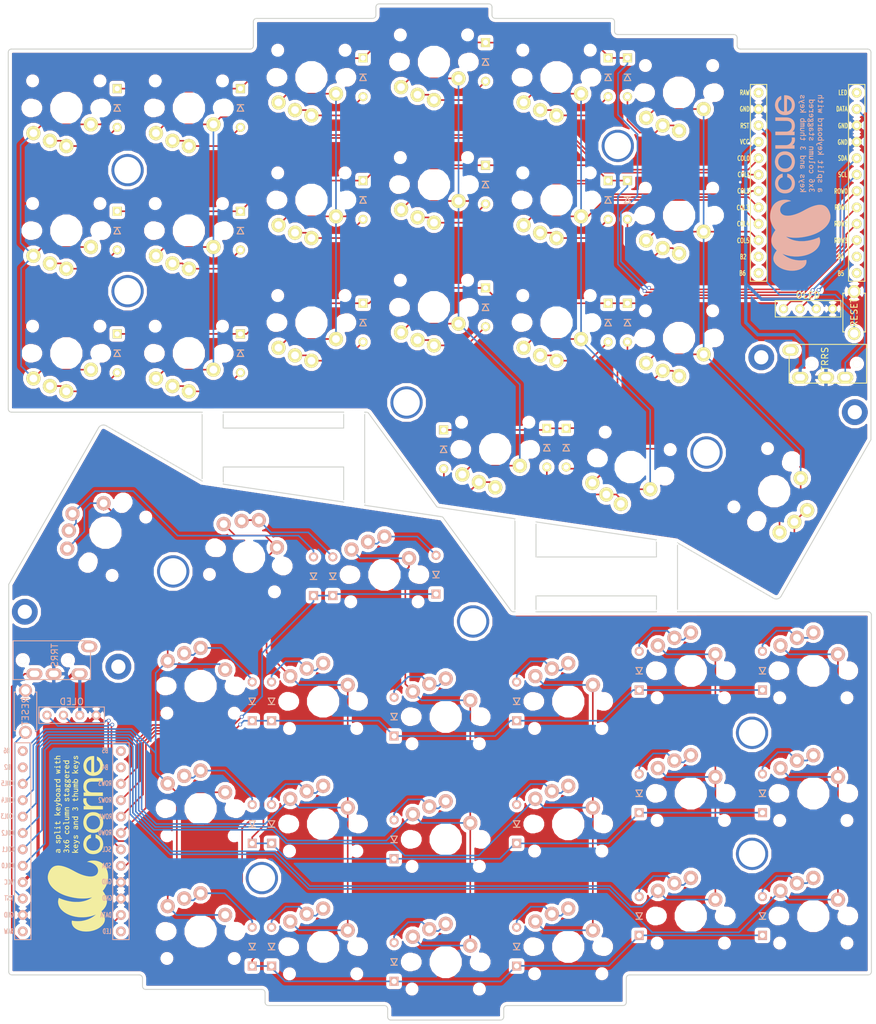
<source format=kicad_pcb>
(kicad_pcb (version 20171130) (host pcbnew "(5.0.0-3-g5ebb6b6)")
  (title_block (title "Corne Light") (date 2018-12-26) (rev 2.1) (company foostan))
  (layers (0 F.Cu signal) (31 B.Cu signal) (34 B.Paste user) (35 F.Paste user) (36 B.SilkS user) (37 F.SilkS user) (38 B.Mask user) (39 F.Mask user) (44 Edge.Cuts user))
  (net 0 "")
  (net 1 row0)
  (net 2 "Net-(D1-Pad2)")
  (net 3 row1)
  (net 4 "Net-(D2-Pad2)")
  (net 5 row2)
  (net 6 "Net-(D3-Pad2)")
  (net 7 row3)
  (net 8 "Net-(D4-Pad2)")
  (net 9 "Net-(D5-Pad2)")
  (net 10 "Net-(D6-Pad2)")
  (net 11 "Net-(D7-Pad2)")
  (net 12 "Net-(D8-Pad2)")
  (net 13 "Net-(D9-Pad2)")
  (net 14 "Net-(D10-Pad2)")
  (net 15 "Net-(D11-Pad2)")
  (net 16 "Net-(D12-Pad2)")
  (net 17 "Net-(D13-Pad2)")
  (net 18 "Net-(D14-Pad2)")
  (net 19 "Net-(D15-Pad2)")
  (net 20 "Net-(D16-Pad2)")
  (net 21 "Net-(D17-Pad2)")
  (net 22 "Net-(D18-Pad2)")
  (net 23 "Net-(D19-Pad2)")
  (net 24 "Net-(D20-Pad2)")
  (net 25 "Net-(D21-Pad2)")
  (net 26 GND)
  (net 27 VCC)
  (net 28 col0)
  (net 29 col1)
  (net 30 col2)
  (net 31 col3)
  (net 32 col4)
  (net 33 col5)
  (net 34 LED)
  (net 35 data)
  (net 36 reset)
  (net 37 SCL)
  (net 38 SDA)
  (net 39 "Net-(U1-Pad14)")
  (net 40 "Net-(U1-Pad13)")
  (net 41 "Net-(U1-Pad12)")
  (net 42 "Net-(U1-Pad11)")
  (net 43 "Net-(J1-PadA)")
  (net 44 "Net-(U1-Pad24)")
  (net 45 "Net-(D22-Pad2)")
  (net 46 row0_r)
  (net 47 "Net-(D23-Pad2)")
  (net 48 "Net-(D24-Pad2)")
  (net 49 "Net-(D25-Pad2)")
  (net 50 "Net-(D26-Pad2)")
  (net 51 "Net-(D27-Pad2)")
  (net 52 row1_r)
  (net 53 "Net-(D28-Pad2)")
  (net 54 "Net-(D29-Pad2)")
  (net 55 "Net-(D30-Pad2)")
  (net 56 "Net-(D31-Pad2)")
  (net 57 "Net-(D32-Pad2)")
  (net 58 "Net-(D33-Pad2)")
  (net 59 row2_r)
  (net 60 "Net-(D34-Pad2)")
  (net 61 "Net-(D35-Pad2)")
  (net 62 "Net-(D36-Pad2)")
  (net 63 "Net-(D37-Pad2)")
  (net 64 "Net-(D38-Pad2)")
  (net 65 "Net-(D39-Pad2)")
  (net 66 "Net-(D40-Pad2)")
  (net 67 row3_r)
  (net 68 "Net-(D41-Pad2)")
  (net 69 "Net-(D42-Pad2)")
  (net 70 data_r)
  (net 71 "Net-(J6-PadA)")
  (net 72 SDA_r)
  (net 73 SCL_r)
  (net 74 LED_r)
  (net 75 reset_r)
  (net 76 col0_r)
  (net 77 col1_r)
  (net 78 col2_r)
  (net 79 col3_r)
  (net 80 col4_r)
  (net 81 col5_r)
  (net 82 "Net-(U2-Pad24)")
  (net 83 "Net-(U2-Pad14)")
  (net 84 "Net-(U2-Pad13)")
  (net 85 "Net-(U2-Pad12)")
  (net 86 "Net-(U2-Pad11)")
  (net 87 VDD)
  (net 88 GNDA)
  (module kbd:CherryMX_Choc_1u (layer F.Cu) (at 21 67.295 180)
    (fp_text reference SW13 hide)
    (fp_text value SW_PUSH hide)
    (pad "" np_thru_hole circle (at -5.22 4.2 180) (size 1 1) (drill 1) (layers *.Cu *.Mask))
    (pad "" np_thru_hole circle (at 5.22 4.2 180) (size 1 1) (drill 1) (layers *.Cu *.Mask))
    (pad "" np_thru_hole circle (at -5.08 0 180) (size 1.7 1.7) (drill 1.7) (layers *.Cu *.Mask))
    (pad "" np_thru_hole circle (at 5.08 0 180) (size 1.7 1.7) (drill 1.7) (layers *.Cu *.Mask))
    (pad 1 thru_hole circle (at -3.81 -2.54 230) (size 2.2 2.2) (drill 1.2) (layers *.Cu F.SilkS B.Mask) (net 28 col0))
    (pad 2 thru_hole circle (at 2.54 -5.08 180) (size 2.2 2.2) (drill 1.2) (layers *.Cu F.SilkS B.Mask) (net 17 "Net-(D13-Pad2)"))
    (pad 2 thru_hole circle (at 0 -5.9 270) (size 2.2 2.2) (drill 1.2) (layers *.Cu F.SilkS B.Mask) (net 17 "Net-(D13-Pad2)"))
    (pad "" np_thru_hole circle (at 5.5 0 270) (size 1.9 1.9) (drill 1.9) (layers *.Cu *.Mask))
    (pad "" np_thru_hole circle (at -5.5 0 270) (size 1.9 1.9) (drill 1.9) (layers *.Cu *.Mask))
    (pad "" np_thru_hole circle (at 0 0 270) (size 4 4) (drill 4) (layers *.Cu *.Mask))
    (pad 1 thru_hole circle (at 5.1 -3.9 130) (size 2.2 2.2) (drill 1.2) (layers *.Cu F.SilkS B.Mask) (net 28 col0))
  )
  (module kbd:D3_TH (layer B.Cu) (at 49.82 140.215 90)
    (fp_text reference D33 hide)
    (fp_text value D hide)
    (pad 2 thru_hole circle (at 3 0 90) (size 1.397 1.397) (drill 0.8128) (layers *.Cu B.SilkS F.Mask) (net 58 "Net-(D33-Pad2)"))
    (pad 1 thru_hole rect (at -3 0 90) (size 1.397 1.397) (drill 0.8128) (layers *.Cu B.SilkS F.Mask) (net 52 row1_r))
  )
  (module kbd:D3_TH (layer B.Cu) (at 52.82 140.215 90)
    (fp_text reference D32 hide)
    (fp_text value D hide)
    (pad 2 thru_hole circle (at 3 0 90) (size 1.397 1.397) (drill 0.8128) (layers *.Cu B.SilkS F.Mask) (net 57 "Net-(D32-Pad2)"))
    (pad 1 thru_hole rect (at -3 0 90) (size 1.397 1.397) (drill 0.8128) (layers *.Cu B.SilkS F.Mask) (net 52 row1_r))
  )
  (module kbd:D3_TH (layer B.Cu) (at 71.82 142.59 90)
    (fp_text reference D31 hide)
    (fp_text value D hide)
    (pad 2 thru_hole circle (at 3 0 90) (size 1.397 1.397) (drill 0.8128) (layers *.Cu B.SilkS F.Mask) (net 56 "Net-(D31-Pad2)"))
    (pad 1 thru_hole rect (at -3 0 90) (size 1.397 1.397) (drill 0.8128) (layers *.Cu B.SilkS F.Mask) (net 52 row1_r))
  )
  (module kbd:D3_TH (layer B.Cu) (at 90.82 140.215 90)
    (fp_text reference D30 hide)
    (fp_text value D hide)
    (pad 2 thru_hole circle (at 3 0 90) (size 1.397 1.397) (drill 0.8128) (layers *.Cu B.SilkS F.Mask) (net 55 "Net-(D30-Pad2)"))
    (pad 1 thru_hole rect (at -3 0 90) (size 1.397 1.397) (drill 0.8128) (layers *.Cu B.SilkS F.Mask) (net 52 row1_r))
  )
  (module kbd:D3_TH (layer B.Cu) (at 109.82 135.465 90)
    (fp_text reference D29 hide)
    (fp_text value D hide)
    (pad 2 thru_hole circle (at 3 0 90) (size 1.397 1.397) (drill 0.8128) (layers *.Cu B.SilkS F.Mask) (net 54 "Net-(D29-Pad2)"))
    (pad 1 thru_hole rect (at -3 0 90) (size 1.397 1.397) (drill 0.8128) (layers *.Cu B.SilkS F.Mask) (net 52 row1_r))
  )
  (module kbd:D3_TH (layer B.Cu) (at 128.93 135.465 90)
    (fp_text reference D28 hide)
    (fp_text value D hide)
    (pad 2 thru_hole circle (at 3 0 90) (size 1.397 1.397) (drill 0.8128) (layers *.Cu B.SilkS F.Mask) (net 53 "Net-(D28-Pad2)"))
    (pad 1 thru_hole rect (at -3 0 90) (size 1.397 1.397) (drill 0.8128) (layers *.Cu B.SilkS F.Mask) (net 52 row1_r))
  )
  (module kbd:D3_TH (layer B.Cu) (at 49.82 159.215 90)
    (fp_text reference D27 hide)
    (fp_text value D hide)
    (pad 2 thru_hole circle (at 3 0 90) (size 1.397 1.397) (drill 0.8128) (layers *.Cu B.SilkS F.Mask) (net 51 "Net-(D27-Pad2)"))
    (pad 1 thru_hole rect (at -3 0 90) (size 1.397 1.397) (drill 0.8128) (layers *.Cu B.SilkS F.Mask) (net 46 row0_r))
  )
  (module kbd:D3_TH (layer B.Cu) (at 52.82 159.215 90)
    (fp_text reference D26 hide)
    (fp_text value D hide)
    (pad 2 thru_hole circle (at 3 0 90) (size 1.397 1.397) (drill 0.8128) (layers *.Cu B.SilkS F.Mask) (net 50 "Net-(D26-Pad2)"))
    (pad 1 thru_hole rect (at -3 0 90) (size 1.397 1.397) (drill 0.8128) (layers *.Cu B.SilkS F.Mask) (net 46 row0_r))
  )
  (module kbd:D3_TH (layer B.Cu) (at 71.82 161.59 90)
    (fp_text reference D25 hide)
    (fp_text value D hide)
    (pad 2 thru_hole circle (at 3 0 90) (size 1.397 1.397) (drill 0.8128) (layers *.Cu B.SilkS F.Mask) (net 49 "Net-(D25-Pad2)"))
    (pad 1 thru_hole rect (at -3 0 90) (size 1.397 1.397) (drill 0.8128) (layers *.Cu B.SilkS F.Mask) (net 46 row0_r))
  )
  (module kbd:D3_TH (layer B.Cu) (at 90.82 159.215 90)
    (fp_text reference D24 hide)
    (fp_text value D hide)
    (pad 2 thru_hole circle (at 3 0 90) (size 1.397 1.397) (drill 0.8128) (layers *.Cu B.SilkS F.Mask) (net 48 "Net-(D24-Pad2)"))
    (pad 1 thru_hole rect (at -3 0 90) (size 1.397 1.397) (drill 0.8128) (layers *.Cu B.SilkS F.Mask) (net 46 row0_r))
  )
  (module kbd:D3_TH (layer B.Cu) (at 109.82 154.465 90)
    (fp_text reference D23 hide)
    (fp_text value D hide)
    (pad 2 thru_hole circle (at 3 0 90) (size 1.397 1.397) (drill 0.8128) (layers *.Cu B.SilkS F.Mask) (net 47 "Net-(D23-Pad2)"))
    (pad 1 thru_hole rect (at -3 0 90) (size 1.397 1.397) (drill 0.8128) (layers *.Cu B.SilkS F.Mask) (net 46 row0_r))
  )
  (module kbd:D3_TH (layer B.Cu) (at 128.93 154.465 90)
    (fp_text reference D22 hide)
    (fp_text value D hide)
    (pad 2 thru_hole circle (at 3 0 90) (size 1.397 1.397) (drill 0.8128) (layers *.Cu B.SilkS F.Mask) (net 45 "Net-(D22-Pad2)"))
    (pad 1 thru_hole rect (at -3 0 90) (size 1.397 1.397) (drill 0.8128) (layers *.Cu B.SilkS F.Mask) (net 46 row0_r))
  )
  (module kbd:D3_TH (layer B.Cu) (at 59.32 101.84 90)
    (fp_text reference D42 hide)
    (fp_text value D hide)
    (pad 2 thru_hole circle (at 3 0 90) (size 1.397 1.397) (drill 0.8128) (layers *.Cu B.SilkS F.Mask) (net 69 "Net-(D42-Pad2)"))
    (pad 1 thru_hole rect (at -3 0 90) (size 1.397 1.397) (drill 0.8128) (layers *.Cu B.SilkS F.Mask) (net 67 row3_r))
  )
  (module kbd:D3_TH (layer B.Cu) (at 62.32 101.84 90)
    (fp_text reference D41 hide)
    (fp_text value D hide)
    (pad 2 thru_hole circle (at 3 0 90) (size 1.397 1.397) (drill 0.8128) (layers *.Cu B.SilkS F.Mask) (net 68 "Net-(D41-Pad2)"))
    (pad 1 thru_hole rect (at -3 0 90) (size 1.397 1.397) (drill 0.8128) (layers *.Cu B.SilkS F.Mask) (net 67 row3_r))
  )
  (module kbd:D3_TH (layer B.Cu) (at 78.32 101.59 90)
    (fp_text reference D40 hide)
    (fp_text value D hide)
    (pad 2 thru_hole circle (at 3 0 90) (size 1.397 1.397) (drill 0.8128) (layers *.Cu B.SilkS F.Mask) (net 66 "Net-(D40-Pad2)"))
    (pad 1 thru_hole rect (at -3 0 90) (size 1.397 1.397) (drill 0.8128) (layers *.Cu B.SilkS F.Mask) (net 67 row3_r))
  )
  (module kbd:D3_TH (layer B.Cu) (at 49.82 121.215 90)
    (fp_text reference D39 hide)
    (fp_text value D hide)
    (pad 2 thru_hole circle (at 3 0 90) (size 1.397 1.397) (drill 0.8128) (layers *.Cu B.SilkS F.Mask) (net 65 "Net-(D39-Pad2)"))
    (pad 1 thru_hole rect (at -3 0 90) (size 1.397 1.397) (drill 0.8128) (layers *.Cu B.SilkS F.Mask) (net 59 row2_r))
  )
  (module kbd:D3_TH (layer B.Cu) (at 52.82 121.215 90)
    (fp_text reference D38 hide)
    (fp_text value D hide)
    (pad 2 thru_hole circle (at 3 0 90) (size 1.397 1.397) (drill 0.8128) (layers *.Cu B.SilkS F.Mask) (net 64 "Net-(D38-Pad2)"))
    (pad 1 thru_hole rect (at -3 0 90) (size 1.397 1.397) (drill 0.8128) (layers *.Cu B.SilkS F.Mask) (net 59 row2_r))
  )
  (module kbd:D3_TH (layer B.Cu) (at 71.82 123.59 90)
    (fp_text reference D37 hide)
    (fp_text value D hide)
    (pad 2 thru_hole circle (at 3 0 90) (size 1.397 1.397) (drill 0.8128) (layers *.Cu B.SilkS F.Mask) (net 63 "Net-(D37-Pad2)"))
    (pad 1 thru_hole rect (at -3 0 90) (size 1.397 1.397) (drill 0.8128) (layers *.Cu B.SilkS F.Mask) (net 59 row2_r))
  )
  (module kbd:D3_TH (layer B.Cu) (at 90.82 121.215 90)
    (fp_text reference D36 hide)
    (fp_text value D hide)
    (pad 2 thru_hole circle (at 3 0 90) (size 1.397 1.397) (drill 0.8128) (layers *.Cu B.SilkS F.Mask) (net 62 "Net-(D36-Pad2)"))
    (pad 1 thru_hole rect (at -3 0 90) (size 1.397 1.397) (drill 0.8128) (layers *.Cu B.SilkS F.Mask) (net 59 row2_r))
  )
  (module kbd:D3_TH (layer B.Cu) (at 109.82 116.465 90)
    (fp_text reference D35 hide)
    (fp_text value D hide)
    (pad 2 thru_hole circle (at 3 0 90) (size 1.397 1.397) (drill 0.8128) (layers *.Cu B.SilkS F.Mask) (net 61 "Net-(D35-Pad2)"))
    (pad 1 thru_hole rect (at -3 0 90) (size 1.397 1.397) (drill 0.8128) (layers *.Cu B.SilkS F.Mask) (net 59 row2_r))
  )
  (module kbd:D3_TH (layer B.Cu) (at 128.93 116.465 90)
    (fp_text reference D34 hide)
    (fp_text value D hide)
    (pad 2 thru_hole circle (at 3 0 90) (size 1.397 1.397) (drill 0.8128) (layers *.Cu B.SilkS F.Mask) (net 60 "Net-(D34-Pad2)"))
    (pad 1 thru_hole rect (at -3 0 90) (size 1.397 1.397) (drill 0.8128) (layers *.Cu B.SilkS F.Mask) (net 59 row2_r))
  )
  (module kbd:D3_TH (layer F.Cu) (at 28.89 29.295 270)
    (fp_text reference D1 hide)
    (fp_text value D hide)
    (pad 2 thru_hole circle (at 3 0 270) (size 1.397 1.397) (drill 0.8128) (layers *.Cu F.SilkS B.Mask) (net 2 "Net-(D1-Pad2)"))
    (pad 1 thru_hole rect (at -3 0 270) (size 1.397 1.397) (drill 0.8128) (layers *.Cu F.SilkS B.Mask) (net 1 row0))
  )
  (module kbd:D3_TH (layer F.Cu) (at 48 29.295 270)
    (fp_text reference D2 hide)
    (fp_text value D hide)
    (pad 2 thru_hole circle (at 3 0 270) (size 1.397 1.397) (drill 0.8128) (layers *.Cu F.SilkS B.Mask) (net 4 "Net-(D2-Pad2)"))
    (pad 1 thru_hole rect (at -3 0 270) (size 1.397 1.397) (drill 0.8128) (layers *.Cu F.SilkS B.Mask) (net 1 row0))
  )
  (module kbd:D3_TH (layer F.Cu) (at 67 24.545 270)
    (fp_text reference D3 hide)
    (fp_text value D hide)
    (pad 2 thru_hole circle (at 3 0 270) (size 1.397 1.397) (drill 0.8128) (layers *.Cu F.SilkS B.Mask) (net 6 "Net-(D3-Pad2)"))
    (pad 1 thru_hole rect (at -3 0 270) (size 1.397 1.397) (drill 0.8128) (layers *.Cu F.SilkS B.Mask) (net 1 row0))
  )
  (module kbd:D3_TH (layer F.Cu) (at 86 22.17 270)
    (fp_text reference D4 hide)
    (fp_text value D hide)
    (pad 2 thru_hole circle (at 3 0 270) (size 1.397 1.397) (drill 0.8128) (layers *.Cu F.SilkS B.Mask) (net 8 "Net-(D4-Pad2)"))
    (pad 1 thru_hole rect (at -3 0 270) (size 1.397 1.397) (drill 0.8128) (layers *.Cu F.SilkS B.Mask) (net 1 row0))
  )
  (module kbd:D3_TH (layer F.Cu) (at 105 24.545 270)
    (fp_text reference D5 hide)
    (fp_text value D hide)
    (pad 2 thru_hole circle (at 3 0 270) (size 1.397 1.397) (drill 0.8128) (layers *.Cu F.SilkS B.Mask) (net 9 "Net-(D5-Pad2)"))
    (pad 1 thru_hole rect (at -3 0 270) (size 1.397 1.397) (drill 0.8128) (layers *.Cu F.SilkS B.Mask) (net 1 row0))
  )
  (module kbd:D3_TH (layer F.Cu) (at 108 24.545 270)
    (fp_text reference D6 hide)
    (fp_text value D hide)
    (pad 2 thru_hole circle (at 3 0 270) (size 1.397 1.397) (drill 0.8128) (layers *.Cu F.SilkS B.Mask) (net 10 "Net-(D6-Pad2)"))
    (pad 1 thru_hole rect (at -3 0 270) (size 1.397 1.397) (drill 0.8128) (layers *.Cu F.SilkS B.Mask) (net 1 row0))
  )
  (module kbd:D3_TH (layer F.Cu) (at 28.89 48.295 270)
    (fp_text reference D7 hide)
    (fp_text value D hide)
    (pad 2 thru_hole circle (at 3 0 270) (size 1.397 1.397) (drill 0.8128) (layers *.Cu F.SilkS B.Mask) (net 11 "Net-(D7-Pad2)"))
    (pad 1 thru_hole rect (at -3 0 270) (size 1.397 1.397) (drill 0.8128) (layers *.Cu F.SilkS B.Mask) (net 3 row1))
  )
  (module kbd:D3_TH (layer F.Cu) (at 48 48.295 270)
    (fp_text reference D8 hide)
    (fp_text value D hide)
    (pad 2 thru_hole circle (at 3 0 270) (size 1.397 1.397) (drill 0.8128) (layers *.Cu F.SilkS B.Mask) (net 12 "Net-(D8-Pad2)"))
    (pad 1 thru_hole rect (at -3 0 270) (size 1.397 1.397) (drill 0.8128) (layers *.Cu F.SilkS B.Mask) (net 3 row1))
  )
  (module kbd:D3_TH (layer F.Cu) (at 67 43.545 270)
    (fp_text reference D9 hide)
    (fp_text value D hide)
    (pad 2 thru_hole circle (at 3 0 270) (size 1.397 1.397) (drill 0.8128) (layers *.Cu F.SilkS B.Mask) (net 13 "Net-(D9-Pad2)"))
    (pad 1 thru_hole rect (at -3 0 270) (size 1.397 1.397) (drill 0.8128) (layers *.Cu F.SilkS B.Mask) (net 3 row1))
  )
  (module kbd:D3_TH (layer F.Cu) (at 86 41.17 270)
    (fp_text reference D10 hide)
    (fp_text value D hide)
    (pad 2 thru_hole circle (at 3 0 270) (size 1.397 1.397) (drill 0.8128) (layers *.Cu F.SilkS B.Mask) (net 14 "Net-(D10-Pad2)"))
    (pad 1 thru_hole rect (at -3 0 270) (size 1.397 1.397) (drill 0.8128) (layers *.Cu F.SilkS B.Mask) (net 3 row1))
  )
  (module kbd:D3_TH (layer F.Cu) (at 105 43.545 270)
    (fp_text reference D11 hide)
    (fp_text value D hide)
    (pad 2 thru_hole circle (at 3 0 270) (size 1.397 1.397) (drill 0.8128) (layers *.Cu F.SilkS B.Mask) (net 15 "Net-(D11-Pad2)"))
    (pad 1 thru_hole rect (at -3 0 270) (size 1.397 1.397) (drill 0.8128) (layers *.Cu F.SilkS B.Mask) (net 3 row1))
  )
  (module kbd:D3_TH (layer F.Cu) (at 108 43.545 270)
    (fp_text reference D12 hide)
    (fp_text value D hide)
    (pad 2 thru_hole circle (at 3 0 270) (size 1.397 1.397) (drill 0.8128) (layers *.Cu F.SilkS B.Mask) (net 16 "Net-(D12-Pad2)"))
    (pad 1 thru_hole rect (at -3 0 270) (size 1.397 1.397) (drill 0.8128) (layers *.Cu F.SilkS B.Mask) (net 3 row1))
  )
  (module kbd:D3_TH (layer F.Cu) (at 28.89 67.295 270)
    (fp_text reference D13 hide)
    (fp_text value D hide)
    (pad 2 thru_hole circle (at 3 0 270) (size 1.397 1.397) (drill 0.8128) (layers *.Cu F.SilkS B.Mask) (net 17 "Net-(D13-Pad2)"))
    (pad 1 thru_hole rect (at -3 0 270) (size 1.397 1.397) (drill 0.8128) (layers *.Cu F.SilkS B.Mask) (net 5 row2))
  )
  (module kbd:D3_TH (layer F.Cu) (at 48 67.295 270)
    (fp_text reference D14 hide)
    (fp_text value D hide)
    (pad 2 thru_hole circle (at 3 0 270) (size 1.397 1.397) (drill 0.8128) (layers *.Cu F.SilkS B.Mask) (net 18 "Net-(D14-Pad2)"))
    (pad 1 thru_hole rect (at -3 0 270) (size 1.397 1.397) (drill 0.8128) (layers *.Cu F.SilkS B.Mask) (net 5 row2))
  )
  (module kbd:D3_TH (layer F.Cu) (at 67 62.545 270)
    (fp_text reference D15 hide)
    (fp_text value D hide)
    (pad 2 thru_hole circle (at 3 0 270) (size 1.397 1.397) (drill 0.8128) (layers *.Cu F.SilkS B.Mask) (net 19 "Net-(D15-Pad2)"))
    (pad 1 thru_hole rect (at -3 0 270) (size 1.397 1.397) (drill 0.8128) (layers *.Cu F.SilkS B.Mask) (net 5 row2))
  )
  (module kbd:D3_TH (layer F.Cu) (at 86 60.17 270)
    (fp_text reference D16 hide)
    (fp_text value D hide)
    (pad 2 thru_hole circle (at 3 0 270) (size 1.397 1.397) (drill 0.8128) (layers *.Cu F.SilkS B.Mask) (net 20 "Net-(D16-Pad2)"))
    (pad 1 thru_hole rect (at -3 0 270) (size 1.397 1.397) (drill 0.8128) (layers *.Cu F.SilkS B.Mask) (net 5 row2))
  )
  (module kbd:D3_TH (layer F.Cu) (at 105 62.545 270)
    (fp_text reference D17 hide)
    (fp_text value D hide)
    (pad 2 thru_hole circle (at 3 0 270) (size 1.397 1.397) (drill 0.8128) (layers *.Cu F.SilkS B.Mask) (net 21 "Net-(D17-Pad2)"))
    (pad 1 thru_hole rect (at -3 0 270) (size 1.397 1.397) (drill 0.8128) (layers *.Cu F.SilkS B.Mask) (net 5 row2))
  )
  (module kbd:D3_TH (layer F.Cu) (at 108 62.545 270)
    (fp_text reference D18 hide)
    (fp_text value D hide)
    (pad 2 thru_hole circle (at 3 0 270) (size 1.397 1.397) (drill 0.8128) (layers *.Cu F.SilkS B.Mask) (net 22 "Net-(D18-Pad2)"))
    (pad 1 thru_hole rect (at -3 0 270) (size 1.397 1.397) (drill 0.8128) (layers *.Cu F.SilkS B.Mask) (net 5 row2))
  )
  (module kbd:D3_TH (layer F.Cu) (at 79.5 82.17 270)
    (fp_text reference D19 hide)
    (fp_text value D hide)
    (pad 2 thru_hole circle (at 3 0 270) (size 1.397 1.397) (drill 0.8128) (layers *.Cu F.SilkS B.Mask) (net 23 "Net-(D19-Pad2)"))
    (pad 1 thru_hole rect (at -3 0 270) (size 1.397 1.397) (drill 0.8128) (layers *.Cu F.SilkS B.Mask) (net 7 row3))
  )
  (module kbd:D3_TH (layer F.Cu) (at 95.5 81.92 270)
    (fp_text reference D20 hide)
    (fp_text value D hide)
    (pad 2 thru_hole circle (at 3 0 270) (size 1.397 1.397) (drill 0.8128) (layers *.Cu F.SilkS B.Mask) (net 24 "Net-(D20-Pad2)"))
    (pad 1 thru_hole rect (at -3 0 270) (size 1.397 1.397) (drill 0.8128) (layers *.Cu F.SilkS B.Mask) (net 7 row3))
  )
  (module kbd:D3_TH (layer F.Cu) (at 98.5 81.92 270)
    (fp_text reference D21 hide)
    (fp_text value D hide)
    (pad 2 thru_hole circle (at 3 0 270) (size 1.397 1.397) (drill 0.8128) (layers *.Cu F.SilkS B.Mask) (net 25 "Net-(D21-Pad2)"))
    (pad 1 thru_hole rect (at -3 0 270) (size 1.397 1.397) (drill 0.8128) (layers *.Cu F.SilkS B.Mask) (net 7 row3))
  )
  (module kbd:CherryMX_Choc_1.5u (layer B.Cu) (at 27.07 95.09 240)
    (fp_text reference SW42 hide)
    (fp_text value SW_PUSH hide)
    (pad "" np_thru_hole circle (at -5.22 -4.2 240) (size 1 1) (drill 1) (layers *.Cu *.Mask))
    (pad "" np_thru_hole circle (at 5.22 -4.2 240) (size 1 1) (drill 1) (layers *.Cu *.Mask))
    (pad "" np_thru_hole circle (at -5.08 0 240) (size 1.7 1.7) (drill 1.7) (layers *.Cu *.Mask))
    (pad "" np_thru_hole circle (at 5.08 0 240) (size 1.7 1.7) (drill 1.7) (layers *.Cu *.Mask))
    (pad 1 thru_hole circle (at -3.81 2.540001 190) (size 2.2 2.2) (drill 1.2) (layers *.Cu B.SilkS F.Mask) (net 81 col5_r))
    (pad 2 thru_hole circle (at 2.54 5.08 240) (size 2.2 2.2) (drill 1.2) (layers *.Cu B.SilkS F.Mask) (net 69 "Net-(D42-Pad2)"))
    (pad 2 thru_hole circle (at 0 5.9 150) (size 2.2 2.2) (drill 1.2) (layers *.Cu B.SilkS F.Mask) (net 69 "Net-(D42-Pad2)"))
    (pad "" np_thru_hole circle (at 5.5 0 150) (size 1.9 1.9) (drill 1.9) (layers *.Cu *.Mask))
    (pad "" np_thru_hole circle (at -5.5 0 150) (size 1.9 1.9) (drill 1.9) (layers *.Cu *.Mask))
    (pad "" np_thru_hole circle (at 0 0 150) (size 4 4) (drill 4) (layers *.Cu *.Mask))
    (pad 1 thru_hole circle (at 5.1 3.9 290) (size 2.2 2.2) (drill 1.2) (layers *.Cu B.SilkS F.Mask) (net 81 col5_r))
  )
  (module kbd:CherryMX_Choc_1.5u (layer F.Cu) (at 130.75 88.67 240)
    (fp_text reference SW21 hide)
    (fp_text value SW_PUSH hide)
    (pad "" np_thru_hole circle (at -5.22 4.2 240) (size 1 1) (drill 1) (layers *.Cu *.Mask))
    (pad "" np_thru_hole circle (at 5.22 4.2 240) (size 1 1) (drill 1) (layers *.Cu *.Mask))
    (pad "" np_thru_hole circle (at -5.08 0 240) (size 1.7 1.7) (drill 1.7) (layers *.Cu *.Mask))
    (pad "" np_thru_hole circle (at 5.08 0 240) (size 1.7 1.7) (drill 1.7) (layers *.Cu *.Mask))
    (pad 1 thru_hole circle (at -3.81 -2.54 290) (size 2.2 2.2) (drill 1.2) (layers *.Cu F.SilkS B.Mask) (net 33 col5))
    (pad 2 thru_hole circle (at 2.54 -5.08 240) (size 2.2 2.2) (drill 1.2) (layers *.Cu F.SilkS B.Mask) (net 25 "Net-(D21-Pad2)"))
    (pad 2 thru_hole circle (at 0 -5.9 330) (size 2.2 2.2) (drill 1.2) (layers *.Cu F.SilkS B.Mask) (net 25 "Net-(D21-Pad2)"))
    (pad "" np_thru_hole circle (at 5.5 0 330) (size 1.9 1.9) (drill 1.9) (layers *.Cu *.Mask))
    (pad "" np_thru_hole circle (at -5.5 0 330) (size 1.9 1.9) (drill 1.9) (layers *.Cu *.Mask))
    (pad "" np_thru_hole circle (at 0 0 330) (size 4 4) (drill 4) (layers *.Cu *.Mask))
    (pad 1 thru_hole circle (at 5.1 -3.9 190) (size 2.2 2.2) (drill 1.2) (layers *.Cu F.SilkS B.Mask) (net 33 col5))
  )
  (module kbd:CherryMX_Choc_1u (layer B.Cu) (at 79.82 123.59 180)
    (fp_text reference SW37 hide)
    (fp_text value SW_PUSH hide)
    (pad "" np_thru_hole circle (at -5.22 -4.2 180) (size 1 1) (drill 1) (layers *.Cu *.Mask))
    (pad "" np_thru_hole circle (at 5.22 -4.2 180) (size 1 1) (drill 1) (layers *.Cu *.Mask))
    (pad "" np_thru_hole circle (at -5.08 0 180) (size 1.7 1.7) (drill 1.7) (layers *.Cu *.Mask))
    (pad "" np_thru_hole circle (at 5.08 0 180) (size 1.7 1.7) (drill 1.7) (layers *.Cu *.Mask))
    (pad 1 thru_hole circle (at -3.81 2.54 130) (size 2.2 2.2) (drill 1.2) (layers *.Cu B.SilkS F.Mask) (net 79 col3_r))
    (pad 2 thru_hole circle (at 2.54 5.08 180) (size 2.2 2.2) (drill 1.2) (layers *.Cu B.SilkS F.Mask) (net 63 "Net-(D37-Pad2)"))
    (pad 2 thru_hole circle (at 0 5.9 90) (size 2.2 2.2) (drill 1.2) (layers *.Cu B.SilkS F.Mask) (net 63 "Net-(D37-Pad2)"))
    (pad "" np_thru_hole circle (at 5.5 0 90) (size 1.9 1.9) (drill 1.9) (layers *.Cu *.Mask))
    (pad "" np_thru_hole circle (at -5.5 0 90) (size 1.9 1.9) (drill 1.9) (layers *.Cu *.Mask))
    (pad "" np_thru_hole circle (at 0 0 90) (size 4 4) (drill 4) (layers *.Cu *.Mask))
    (pad 1 thru_hole circle (at 5.1 3.9 230) (size 2.2 2.2) (drill 1.2) (layers *.Cu B.SilkS F.Mask) (net 79 col3_r))
  )
  (module kbd:CherryMX_Choc_1u (layer B.Cu) (at 41.82 118.84 180)
    (fp_text reference SW39 hide)
    (fp_text value SW_PUSH hide)
    (pad "" np_thru_hole circle (at -5.22 -4.2 180) (size 1 1) (drill 1) (layers *.Cu *.Mask))
    (pad "" np_thru_hole circle (at 5.22 -4.2 180) (size 1 1) (drill 1) (layers *.Cu *.Mask))
    (pad "" np_thru_hole circle (at -5.08 0 180) (size 1.7 1.7) (drill 1.7) (layers *.Cu *.Mask))
    (pad "" np_thru_hole circle (at 5.08 0 180) (size 1.7 1.7) (drill 1.7) (layers *.Cu *.Mask))
    (pad 1 thru_hole circle (at -3.81 2.54 130) (size 2.2 2.2) (drill 1.2) (layers *.Cu B.SilkS F.Mask) (net 81 col5_r))
    (pad 2 thru_hole circle (at 2.54 5.08 180) (size 2.2 2.2) (drill 1.2) (layers *.Cu B.SilkS F.Mask) (net 65 "Net-(D39-Pad2)"))
    (pad 2 thru_hole circle (at 0 5.9 90) (size 2.2 2.2) (drill 1.2) (layers *.Cu B.SilkS F.Mask) (net 65 "Net-(D39-Pad2)"))
    (pad "" np_thru_hole circle (at 5.5 0 90) (size 1.9 1.9) (drill 1.9) (layers *.Cu *.Mask))
    (pad "" np_thru_hole circle (at -5.5 0 90) (size 1.9 1.9) (drill 1.9) (layers *.Cu *.Mask))
    (pad "" np_thru_hole circle (at 0 0 90) (size 4 4) (drill 4) (layers *.Cu *.Mask))
    (pad 1 thru_hole circle (at 5.1 3.9 230) (size 2.2 2.2) (drill 1.2) (layers *.Cu B.SilkS F.Mask) (net 81 col5_r))
  )
  (module kbd:CherryMX_Choc_1u (layer B.Cu) (at 136.82 135.465 180)
    (fp_text reference SW28 hide)
    (fp_text value SW_PUSH hide)
    (pad "" np_thru_hole circle (at -5.22 -4.2 180) (size 1 1) (drill 1) (layers *.Cu *.Mask))
    (pad "" np_thru_hole circle (at 5.22 -4.2 180) (size 1 1) (drill 1) (layers *.Cu *.Mask))
    (pad "" np_thru_hole circle (at -5.08 0 180) (size 1.7 1.7) (drill 1.7) (layers *.Cu *.Mask))
    (pad "" np_thru_hole circle (at 5.08 0 180) (size 1.7 1.7) (drill 1.7) (layers *.Cu *.Mask))
    (pad 1 thru_hole circle (at -3.81 2.54 130) (size 2.2 2.2) (drill 1.2) (layers *.Cu B.SilkS F.Mask) (net 76 col0_r))
    (pad 2 thru_hole circle (at 2.54 5.08 180) (size 2.2 2.2) (drill 1.2) (layers *.Cu B.SilkS F.Mask) (net 53 "Net-(D28-Pad2)"))
    (pad 2 thru_hole circle (at 0 5.9 90) (size 2.2 2.2) (drill 1.2) (layers *.Cu B.SilkS F.Mask) (net 53 "Net-(D28-Pad2)"))
    (pad "" np_thru_hole circle (at 5.5 0 90) (size 1.9 1.9) (drill 1.9) (layers *.Cu *.Mask))
    (pad "" np_thru_hole circle (at -5.5 0 90) (size 1.9 1.9) (drill 1.9) (layers *.Cu *.Mask))
    (pad "" np_thru_hole circle (at 0 0 90) (size 4 4) (drill 4) (layers *.Cu *.Mask))
    (pad 1 thru_hole circle (at 5.1 3.9 230) (size 2.2 2.2) (drill 1.2) (layers *.Cu B.SilkS F.Mask) (net 76 col0_r))
  )
  (module kbd:CherryMX_Choc_1u (layer B.Cu) (at 117.82 154.465 180)
    (fp_text reference SW23 hide)
    (fp_text value SW_PUSH hide)
    (pad "" np_thru_hole circle (at -5.22 -4.2 180) (size 1 1) (drill 1) (layers *.Cu *.Mask))
    (pad "" np_thru_hole circle (at 5.22 -4.2 180) (size 1 1) (drill 1) (layers *.Cu *.Mask))
    (pad "" np_thru_hole circle (at -5.08 0 180) (size 1.7 1.7) (drill 1.7) (layers *.Cu *.Mask))
    (pad "" np_thru_hole circle (at 5.08 0 180) (size 1.7 1.7) (drill 1.7) (layers *.Cu *.Mask))
    (pad 1 thru_hole circle (at -3.81 2.54 130) (size 2.2 2.2) (drill 1.2) (layers *.Cu B.SilkS F.Mask) (net 77 col1_r))
    (pad 2 thru_hole circle (at 2.54 5.08 180) (size 2.2 2.2) (drill 1.2) (layers *.Cu B.SilkS F.Mask) (net 47 "Net-(D23-Pad2)"))
    (pad 2 thru_hole circle (at 0 5.9 90) (size 2.2 2.2) (drill 1.2) (layers *.Cu B.SilkS F.Mask) (net 47 "Net-(D23-Pad2)"))
    (pad "" np_thru_hole circle (at 5.5 0 90) (size 1.9 1.9) (drill 1.9) (layers *.Cu *.Mask))
    (pad "" np_thru_hole circle (at -5.5 0 90) (size 1.9 1.9) (drill 1.9) (layers *.Cu *.Mask))
    (pad "" np_thru_hole circle (at 0 0 90) (size 4 4) (drill 4) (layers *.Cu *.Mask))
    (pad 1 thru_hole circle (at 5.1 3.9 230) (size 2.2 2.2) (drill 1.2) (layers *.Cu B.SilkS F.Mask) (net 77 col1_r))
  )
  (module kbd:CherryMX_Choc_1u (layer B.Cu) (at 49.32 98.84 165)
    (fp_text reference SW41 hide)
    (fp_text value SW_PUSH hide)
    (pad "" np_thru_hole circle (at -5.22 -4.2 165) (size 1 1) (drill 1) (layers *.Cu *.Mask))
    (pad "" np_thru_hole circle (at 5.22 -4.2 165) (size 1 1) (drill 1) (layers *.Cu *.Mask))
    (pad "" np_thru_hole circle (at -5.08 0 165) (size 1.7 1.7) (drill 1.7) (layers *.Cu *.Mask))
    (pad "" np_thru_hole circle (at 5.08 0 165) (size 1.7 1.7) (drill 1.7) (layers *.Cu *.Mask))
    (pad 1 thru_hole circle (at -3.81 2.54 115) (size 2.2 2.2) (drill 1.2) (layers *.Cu B.SilkS F.Mask) (net 80 col4_r))
    (pad 2 thru_hole circle (at 2.54 5.08 165) (size 2.2 2.2) (drill 1.2) (layers *.Cu B.SilkS F.Mask) (net 68 "Net-(D41-Pad2)"))
    (pad 2 thru_hole circle (at 0 5.9 75) (size 2.2 2.2) (drill 1.2) (layers *.Cu B.SilkS F.Mask) (net 68 "Net-(D41-Pad2)"))
    (pad "" np_thru_hole circle (at 5.5 0 75) (size 1.9 1.9) (drill 1.9) (layers *.Cu *.Mask))
    (pad "" np_thru_hole circle (at -5.5 0 75) (size 1.9 1.9) (drill 1.9) (layers *.Cu *.Mask))
    (pad "" np_thru_hole circle (at 0 0 75) (size 4 4) (drill 4) (layers *.Cu *.Mask))
    (pad 1 thru_hole circle (at 5.1 3.9 215) (size 2.2 2.2) (drill 1.2) (layers *.Cu B.SilkS F.Mask) (net 80 col4_r))
  )
  (module kbd:CherryMX_Choc_1u (layer B.Cu) (at 70.32 101.59 180)
    (fp_text reference SW40 hide)
    (fp_text value SW_PUSH hide)
    (pad "" np_thru_hole circle (at -5.22 -4.2 180) (size 1 1) (drill 1) (layers *.Cu *.Mask))
    (pad "" np_thru_hole circle (at 5.22 -4.2 180) (size 1 1) (drill 1) (layers *.Cu *.Mask))
    (pad "" np_thru_hole circle (at -5.08 0 180) (size 1.7 1.7) (drill 1.7) (layers *.Cu *.Mask))
    (pad "" np_thru_hole circle (at 5.08 0 180) (size 1.7 1.7) (drill 1.7) (layers *.Cu *.Mask))
    (pad 1 thru_hole circle (at -3.81 2.54 130) (size 2.2 2.2) (drill 1.2) (layers *.Cu B.SilkS F.Mask) (net 79 col3_r))
    (pad 2 thru_hole circle (at 2.54 5.08 180) (size 2.2 2.2) (drill 1.2) (layers *.Cu B.SilkS F.Mask) (net 66 "Net-(D40-Pad2)"))
    (pad 2 thru_hole circle (at 0 5.9 90) (size 2.2 2.2) (drill 1.2) (layers *.Cu B.SilkS F.Mask) (net 66 "Net-(D40-Pad2)"))
    (pad "" np_thru_hole circle (at 5.5 0 90) (size 1.9 1.9) (drill 1.9) (layers *.Cu *.Mask))
    (pad "" np_thru_hole circle (at -5.5 0 90) (size 1.9 1.9) (drill 1.9) (layers *.Cu *.Mask))
    (pad "" np_thru_hole circle (at 0 0 90) (size 4 4) (drill 4) (layers *.Cu *.Mask))
    (pad 1 thru_hole circle (at 5.1 3.9 230) (size 2.2 2.2) (drill 1.2) (layers *.Cu B.SilkS F.Mask) (net 79 col3_r))
  )
  (module kbd:CherryMX_Choc_1u (layer B.Cu) (at 60.82 121.215 180)
    (fp_text reference SW38 hide)
    (fp_text value SW_PUSH hide)
    (pad "" np_thru_hole circle (at -5.22 -4.2 180) (size 1 1) (drill 1) (layers *.Cu *.Mask))
    (pad "" np_thru_hole circle (at 5.22 -4.2 180) (size 1 1) (drill 1) (layers *.Cu *.Mask))
    (pad "" np_thru_hole circle (at -5.08 0 180) (size 1.7 1.7) (drill 1.7) (layers *.Cu *.Mask))
    (pad "" np_thru_hole circle (at 5.08 0 180) (size 1.7 1.7) (drill 1.7) (layers *.Cu *.Mask))
    (pad 1 thru_hole circle (at -3.81 2.54 130) (size 2.2 2.2) (drill 1.2) (layers *.Cu B.SilkS F.Mask) (net 80 col4_r))
    (pad 2 thru_hole circle (at 2.54 5.08 180) (size 2.2 2.2) (drill 1.2) (layers *.Cu B.SilkS F.Mask) (net 64 "Net-(D38-Pad2)"))
    (pad 2 thru_hole circle (at 0 5.9 90) (size 2.2 2.2) (drill 1.2) (layers *.Cu B.SilkS F.Mask) (net 64 "Net-(D38-Pad2)"))
    (pad "" np_thru_hole circle (at 5.5 0 90) (size 1.9 1.9) (drill 1.9) (layers *.Cu *.Mask))
    (pad "" np_thru_hole circle (at -5.5 0 90) (size 1.9 1.9) (drill 1.9) (layers *.Cu *.Mask))
    (pad "" np_thru_hole circle (at 0 0 90) (size 4 4) (drill 4) (layers *.Cu *.Mask))
    (pad 1 thru_hole circle (at 5.1 3.9 230) (size 2.2 2.2) (drill 1.2) (layers *.Cu B.SilkS F.Mask) (net 80 col4_r))
  )
  (module kbd:CherryMX_Choc_1u (layer B.Cu) (at 98.82 121.215 180)
    (fp_text reference SW36 hide)
    (fp_text value SW_PUSH hide)
    (pad "" np_thru_hole circle (at -5.22 -4.2 180) (size 1 1) (drill 1) (layers *.Cu *.Mask))
    (pad "" np_thru_hole circle (at 5.22 -4.2 180) (size 1 1) (drill 1) (layers *.Cu *.Mask))
    (pad "" np_thru_hole circle (at -5.08 0 180) (size 1.7 1.7) (drill 1.7) (layers *.Cu *.Mask))
    (pad "" np_thru_hole circle (at 5.08 0 180) (size 1.7 1.7) (drill 1.7) (layers *.Cu *.Mask))
    (pad 1 thru_hole circle (at -3.81 2.54 130) (size 2.2 2.2) (drill 1.2) (layers *.Cu B.SilkS F.Mask) (net 78 col2_r))
    (pad 2 thru_hole circle (at 2.54 5.08 180) (size 2.2 2.2) (drill 1.2) (layers *.Cu B.SilkS F.Mask) (net 62 "Net-(D36-Pad2)"))
    (pad 2 thru_hole circle (at 0 5.9 90) (size 2.2 2.2) (drill 1.2) (layers *.Cu B.SilkS F.Mask) (net 62 "Net-(D36-Pad2)"))
    (pad "" np_thru_hole circle (at 5.5 0 90) (size 1.9 1.9) (drill 1.9) (layers *.Cu *.Mask))
    (pad "" np_thru_hole circle (at -5.5 0 90) (size 1.9 1.9) (drill 1.9) (layers *.Cu *.Mask))
    (pad "" np_thru_hole circle (at 0 0 90) (size 4 4) (drill 4) (layers *.Cu *.Mask))
    (pad 1 thru_hole circle (at 5.1 3.9 230) (size 2.2 2.2) (drill 1.2) (layers *.Cu B.SilkS F.Mask) (net 78 col2_r))
  )
  (module kbd:CherryMX_Choc_1u (layer B.Cu) (at 117.82 116.465 180)
    (fp_text reference SW35 hide)
    (fp_text value SW_PUSH hide)
    (pad "" np_thru_hole circle (at -5.22 -4.2 180) (size 1 1) (drill 1) (layers *.Cu *.Mask))
    (pad "" np_thru_hole circle (at 5.22 -4.2 180) (size 1 1) (drill 1) (layers *.Cu *.Mask))
    (pad "" np_thru_hole circle (at -5.08 0 180) (size 1.7 1.7) (drill 1.7) (layers *.Cu *.Mask))
    (pad "" np_thru_hole circle (at 5.08 0 180) (size 1.7 1.7) (drill 1.7) (layers *.Cu *.Mask))
    (pad 1 thru_hole circle (at -3.81 2.54 130) (size 2.2 2.2) (drill 1.2) (layers *.Cu B.SilkS F.Mask) (net 77 col1_r))
    (pad 2 thru_hole circle (at 2.54 5.08 180) (size 2.2 2.2) (drill 1.2) (layers *.Cu B.SilkS F.Mask) (net 61 "Net-(D35-Pad2)"))
    (pad 2 thru_hole circle (at 0 5.9 90) (size 2.2 2.2) (drill 1.2) (layers *.Cu B.SilkS F.Mask) (net 61 "Net-(D35-Pad2)"))
    (pad "" np_thru_hole circle (at 5.5 0 90) (size 1.9 1.9) (drill 1.9) (layers *.Cu *.Mask))
    (pad "" np_thru_hole circle (at -5.5 0 90) (size 1.9 1.9) (drill 1.9) (layers *.Cu *.Mask))
    (pad "" np_thru_hole circle (at 0 0 90) (size 4 4) (drill 4) (layers *.Cu *.Mask))
    (pad 1 thru_hole circle (at 5.1 3.9 230) (size 2.2 2.2) (drill 1.2) (layers *.Cu B.SilkS F.Mask) (net 77 col1_r))
  )
  (module kbd:CherryMX_Choc_1u (layer B.Cu) (at 136.82 116.465 180)
    (fp_text reference SW34 hide)
    (fp_text value SW_PUSH hide)
    (pad "" np_thru_hole circle (at -5.22 -4.2 180) (size 1 1) (drill 1) (layers *.Cu *.Mask))
    (pad "" np_thru_hole circle (at 5.22 -4.2 180) (size 1 1) (drill 1) (layers *.Cu *.Mask))
    (pad "" np_thru_hole circle (at -5.08 0 180) (size 1.7 1.7) (drill 1.7) (layers *.Cu *.Mask))
    (pad "" np_thru_hole circle (at 5.08 0 180) (size 1.7 1.7) (drill 1.7) (layers *.Cu *.Mask))
    (pad 1 thru_hole circle (at -3.81 2.54 130) (size 2.2 2.2) (drill 1.2) (layers *.Cu B.SilkS F.Mask) (net 76 col0_r))
    (pad 2 thru_hole circle (at 2.54 5.08 180) (size 2.2 2.2) (drill 1.2) (layers *.Cu B.SilkS F.Mask) (net 60 "Net-(D34-Pad2)"))
    (pad 2 thru_hole circle (at 0 5.9 90) (size 2.2 2.2) (drill 1.2) (layers *.Cu B.SilkS F.Mask) (net 60 "Net-(D34-Pad2)"))
    (pad "" np_thru_hole circle (at 5.5 0 90) (size 1.9 1.9) (drill 1.9) (layers *.Cu *.Mask))
    (pad "" np_thru_hole circle (at -5.5 0 90) (size 1.9 1.9) (drill 1.9) (layers *.Cu *.Mask))
    (pad "" np_thru_hole circle (at 0 0 90) (size 4 4) (drill 4) (layers *.Cu *.Mask))
    (pad 1 thru_hole circle (at 5.1 3.9 230) (size 2.2 2.2) (drill 1.2) (layers *.Cu B.SilkS F.Mask) (net 76 col0_r))
  )
  (module kbd:CherryMX_Choc_1u (layer B.Cu) (at 41.82 137.84 180)
    (fp_text reference SW33 hide)
    (fp_text value SW_PUSH hide)
    (pad "" np_thru_hole circle (at -5.22 -4.2 180) (size 1 1) (drill 1) (layers *.Cu *.Mask))
    (pad "" np_thru_hole circle (at 5.22 -4.2 180) (size 1 1) (drill 1) (layers *.Cu *.Mask))
    (pad "" np_thru_hole circle (at -5.08 0 180) (size 1.7 1.7) (drill 1.7) (layers *.Cu *.Mask))
    (pad "" np_thru_hole circle (at 5.08 0 180) (size 1.7 1.7) (drill 1.7) (layers *.Cu *.Mask))
    (pad 1 thru_hole circle (at -3.81 2.54 130) (size 2.2 2.2) (drill 1.2) (layers *.Cu B.SilkS F.Mask) (net 81 col5_r))
    (pad 2 thru_hole circle (at 2.54 5.08 180) (size 2.2 2.2) (drill 1.2) (layers *.Cu B.SilkS F.Mask) (net 58 "Net-(D33-Pad2)"))
    (pad 2 thru_hole circle (at 0 5.9 90) (size 2.2 2.2) (drill 1.2) (layers *.Cu B.SilkS F.Mask) (net 58 "Net-(D33-Pad2)"))
    (pad "" np_thru_hole circle (at 5.5 0 90) (size 1.9 1.9) (drill 1.9) (layers *.Cu *.Mask))
    (pad "" np_thru_hole circle (at -5.5 0 90) (size 1.9 1.9) (drill 1.9) (layers *.Cu *.Mask))
    (pad "" np_thru_hole circle (at 0 0 90) (size 4 4) (drill 4) (layers *.Cu *.Mask))
    (pad 1 thru_hole circle (at 5.1 3.9 230) (size 2.2 2.2) (drill 1.2) (layers *.Cu B.SilkS F.Mask) (net 81 col5_r))
  )
  (module kbd:CherryMX_Choc_1u (layer B.Cu) (at 60.82 140.215 180)
    (fp_text reference SW32 hide)
    (fp_text value SW_PUSH hide)
    (pad "" np_thru_hole circle (at -5.22 -4.2 180) (size 1 1) (drill 1) (layers *.Cu *.Mask))
    (pad "" np_thru_hole circle (at 5.22 -4.2 180) (size 1 1) (drill 1) (layers *.Cu *.Mask))
    (pad "" np_thru_hole circle (at -5.08 0 180) (size 1.7 1.7) (drill 1.7) (layers *.Cu *.Mask))
    (pad "" np_thru_hole circle (at 5.08 0 180) (size 1.7 1.7) (drill 1.7) (layers *.Cu *.Mask))
    (pad 1 thru_hole circle (at -3.81 2.54 130) (size 2.2 2.2) (drill 1.2) (layers *.Cu B.SilkS F.Mask) (net 80 col4_r))
    (pad 2 thru_hole circle (at 2.54 5.08 180) (size 2.2 2.2) (drill 1.2) (layers *.Cu B.SilkS F.Mask) (net 57 "Net-(D32-Pad2)"))
    (pad 2 thru_hole circle (at 0 5.9 90) (size 2.2 2.2) (drill 1.2) (layers *.Cu B.SilkS F.Mask) (net 57 "Net-(D32-Pad2)"))
    (pad "" np_thru_hole circle (at 5.5 0 90) (size 1.9 1.9) (drill 1.9) (layers *.Cu *.Mask))
    (pad "" np_thru_hole circle (at -5.5 0 90) (size 1.9 1.9) (drill 1.9) (layers *.Cu *.Mask))
    (pad "" np_thru_hole circle (at 0 0 90) (size 4 4) (drill 4) (layers *.Cu *.Mask))
    (pad 1 thru_hole circle (at 5.1 3.9 230) (size 2.2 2.2) (drill 1.2) (layers *.Cu B.SilkS F.Mask) (net 80 col4_r))
  )
  (module kbd:CherryMX_Choc_1u (layer B.Cu) (at 79.82 142.59 180)
    (fp_text reference SW31 hide)
    (fp_text value SW_PUSH hide)
    (pad "" np_thru_hole circle (at -5.22 -4.2 180) (size 1 1) (drill 1) (layers *.Cu *.Mask))
    (pad "" np_thru_hole circle (at 5.22 -4.2 180) (size 1 1) (drill 1) (layers *.Cu *.Mask))
    (pad "" np_thru_hole circle (at -5.08 0 180) (size 1.7 1.7) (drill 1.7) (layers *.Cu *.Mask))
    (pad "" np_thru_hole circle (at 5.08 0 180) (size 1.7 1.7) (drill 1.7) (layers *.Cu *.Mask))
    (pad 1 thru_hole circle (at -3.81 2.54 130) (size 2.2 2.2) (drill 1.2) (layers *.Cu B.SilkS F.Mask) (net 79 col3_r))
    (pad 2 thru_hole circle (at 2.54 5.08 180) (size 2.2 2.2) (drill 1.2) (layers *.Cu B.SilkS F.Mask) (net 56 "Net-(D31-Pad2)"))
    (pad 2 thru_hole circle (at 0 5.9 90) (size 2.2 2.2) (drill 1.2) (layers *.Cu B.SilkS F.Mask) (net 56 "Net-(D31-Pad2)"))
    (pad "" np_thru_hole circle (at 5.5 0 90) (size 1.9 1.9) (drill 1.9) (layers *.Cu *.Mask))
    (pad "" np_thru_hole circle (at -5.5 0 90) (size 1.9 1.9) (drill 1.9) (layers *.Cu *.Mask))
    (pad "" np_thru_hole circle (at 0 0 90) (size 4 4) (drill 4) (layers *.Cu *.Mask))
    (pad 1 thru_hole circle (at 5.1 3.9 230) (size 2.2 2.2) (drill 1.2) (layers *.Cu B.SilkS F.Mask) (net 79 col3_r))
  )
  (module kbd:CherryMX_Choc_1u (layer B.Cu) (at 98.82 140.215 180)
    (fp_text reference SW30 hide)
    (fp_text value SW_PUSH hide)
    (pad "" np_thru_hole circle (at -5.22 -4.2 180) (size 1 1) (drill 1) (layers *.Cu *.Mask))
    (pad "" np_thru_hole circle (at 5.22 -4.2 180) (size 1 1) (drill 1) (layers *.Cu *.Mask))
    (pad "" np_thru_hole circle (at -5.08 0 180) (size 1.7 1.7) (drill 1.7) (layers *.Cu *.Mask))
    (pad "" np_thru_hole circle (at 5.08 0 180) (size 1.7 1.7) (drill 1.7) (layers *.Cu *.Mask))
    (pad 1 thru_hole circle (at -3.81 2.54 130) (size 2.2 2.2) (drill 1.2) (layers *.Cu B.SilkS F.Mask) (net 78 col2_r))
    (pad 2 thru_hole circle (at 2.54 5.08 180) (size 2.2 2.2) (drill 1.2) (layers *.Cu B.SilkS F.Mask) (net 55 "Net-(D30-Pad2)"))
    (pad 2 thru_hole circle (at 0 5.9 90) (size 2.2 2.2) (drill 1.2) (layers *.Cu B.SilkS F.Mask) (net 55 "Net-(D30-Pad2)"))
    (pad "" np_thru_hole circle (at 5.5 0 90) (size 1.9 1.9) (drill 1.9) (layers *.Cu *.Mask))
    (pad "" np_thru_hole circle (at -5.5 0 90) (size 1.9 1.9) (drill 1.9) (layers *.Cu *.Mask))
    (pad "" np_thru_hole circle (at 0 0 90) (size 4 4) (drill 4) (layers *.Cu *.Mask))
    (pad 1 thru_hole circle (at 5.1 3.9 230) (size 2.2 2.2) (drill 1.2) (layers *.Cu B.SilkS F.Mask) (net 78 col2_r))
  )
  (module kbd:CherryMX_Choc_1u (layer B.Cu) (at 117.82 135.465 180)
    (fp_text reference SW29 hide)
    (fp_text value SW_PUSH hide)
    (pad "" np_thru_hole circle (at -5.22 -4.2 180) (size 1 1) (drill 1) (layers *.Cu *.Mask))
    (pad "" np_thru_hole circle (at 5.22 -4.2 180) (size 1 1) (drill 1) (layers *.Cu *.Mask))
    (pad "" np_thru_hole circle (at -5.08 0 180) (size 1.7 1.7) (drill 1.7) (layers *.Cu *.Mask))
    (pad "" np_thru_hole circle (at 5.08 0 180) (size 1.7 1.7) (drill 1.7) (layers *.Cu *.Mask))
    (pad 1 thru_hole circle (at -3.81 2.54 130) (size 2.2 2.2) (drill 1.2) (layers *.Cu B.SilkS F.Mask) (net 77 col1_r))
    (pad 2 thru_hole circle (at 2.54 5.08 180) (size 2.2 2.2) (drill 1.2) (layers *.Cu B.SilkS F.Mask) (net 54 "Net-(D29-Pad2)"))
    (pad 2 thru_hole circle (at 0 5.9 90) (size 2.2 2.2) (drill 1.2) (layers *.Cu B.SilkS F.Mask) (net 54 "Net-(D29-Pad2)"))
    (pad "" np_thru_hole circle (at 5.5 0 90) (size 1.9 1.9) (drill 1.9) (layers *.Cu *.Mask))
    (pad "" np_thru_hole circle (at -5.5 0 90) (size 1.9 1.9) (drill 1.9) (layers *.Cu *.Mask))
    (pad "" np_thru_hole circle (at 0 0 90) (size 4 4) (drill 4) (layers *.Cu *.Mask))
    (pad 1 thru_hole circle (at 5.1 3.9 230) (size 2.2 2.2) (drill 1.2) (layers *.Cu B.SilkS F.Mask) (net 77 col1_r))
  )
  (module kbd:CherryMX_Choc_1u (layer B.Cu) (at 41.82 156.84 180)
    (fp_text reference SW27 hide)
    (fp_text value SW_PUSH hide)
    (pad "" np_thru_hole circle (at -5.22 -4.2 180) (size 1 1) (drill 1) (layers *.Cu *.Mask))
    (pad "" np_thru_hole circle (at 5.22 -4.2 180) (size 1 1) (drill 1) (layers *.Cu *.Mask))
    (pad "" np_thru_hole circle (at -5.08 0 180) (size 1.7 1.7) (drill 1.7) (layers *.Cu *.Mask))
    (pad "" np_thru_hole circle (at 5.08 0 180) (size 1.7 1.7) (drill 1.7) (layers *.Cu *.Mask))
    (pad 1 thru_hole circle (at -3.81 2.54 130) (size 2.2 2.2) (drill 1.2) (layers *.Cu B.SilkS F.Mask) (net 81 col5_r))
    (pad 2 thru_hole circle (at 2.54 5.08 180) (size 2.2 2.2) (drill 1.2) (layers *.Cu B.SilkS F.Mask) (net 51 "Net-(D27-Pad2)"))
    (pad 2 thru_hole circle (at 0 5.9 90) (size 2.2 2.2) (drill 1.2) (layers *.Cu B.SilkS F.Mask) (net 51 "Net-(D27-Pad2)"))
    (pad "" np_thru_hole circle (at 5.5 0 90) (size 1.9 1.9) (drill 1.9) (layers *.Cu *.Mask))
    (pad "" np_thru_hole circle (at -5.5 0 90) (size 1.9 1.9) (drill 1.9) (layers *.Cu *.Mask))
    (pad "" np_thru_hole circle (at 0 0 90) (size 4 4) (drill 4) (layers *.Cu *.Mask))
    (pad 1 thru_hole circle (at 5.1 3.9 230) (size 2.2 2.2) (drill 1.2) (layers *.Cu B.SilkS F.Mask) (net 81 col5_r))
  )
  (module kbd:CherryMX_Choc_1u (layer B.Cu) (at 60.82 159.215 180)
    (fp_text reference SW26 hide)
    (fp_text value SW_PUSH hide)
    (pad "" np_thru_hole circle (at -5.22 -4.2 180) (size 1 1) (drill 1) (layers *.Cu *.Mask))
    (pad "" np_thru_hole circle (at 5.22 -4.2 180) (size 1 1) (drill 1) (layers *.Cu *.Mask))
    (pad "" np_thru_hole circle (at -5.08 0 180) (size 1.7 1.7) (drill 1.7) (layers *.Cu *.Mask))
    (pad "" np_thru_hole circle (at 5.08 0 180) (size 1.7 1.7) (drill 1.7) (layers *.Cu *.Mask))
    (pad 1 thru_hole circle (at -3.81 2.54 130) (size 2.2 2.2) (drill 1.2) (layers *.Cu B.SilkS F.Mask) (net 80 col4_r))
    (pad 2 thru_hole circle (at 2.54 5.08 180) (size 2.2 2.2) (drill 1.2) (layers *.Cu B.SilkS F.Mask) (net 50 "Net-(D26-Pad2)"))
    (pad 2 thru_hole circle (at 0 5.9 90) (size 2.2 2.2) (drill 1.2) (layers *.Cu B.SilkS F.Mask) (net 50 "Net-(D26-Pad2)"))
    (pad "" np_thru_hole circle (at 5.5 0 90) (size 1.9 1.9) (drill 1.9) (layers *.Cu *.Mask))
    (pad "" np_thru_hole circle (at -5.5 0 90) (size 1.9 1.9) (drill 1.9) (layers *.Cu *.Mask))
    (pad "" np_thru_hole circle (at 0 0 90) (size 4 4) (drill 4) (layers *.Cu *.Mask))
    (pad 1 thru_hole circle (at 5.1 3.9 230) (size 2.2 2.2) (drill 1.2) (layers *.Cu B.SilkS F.Mask) (net 80 col4_r))
  )
  (module kbd:CherryMX_Choc_1u (layer B.Cu) (at 79.82 161.59 180)
    (fp_text reference SW25 hide)
    (fp_text value SW_PUSH hide)
    (pad "" np_thru_hole circle (at -5.22 -4.2 180) (size 1 1) (drill 1) (layers *.Cu *.Mask))
    (pad "" np_thru_hole circle (at 5.22 -4.2 180) (size 1 1) (drill 1) (layers *.Cu *.Mask))
    (pad "" np_thru_hole circle (at -5.08 0 180) (size 1.7 1.7) (drill 1.7) (layers *.Cu *.Mask))
    (pad "" np_thru_hole circle (at 5.08 0 180) (size 1.7 1.7) (drill 1.7) (layers *.Cu *.Mask))
    (pad 1 thru_hole circle (at -3.81 2.54 130) (size 2.2 2.2) (drill 1.2) (layers *.Cu B.SilkS F.Mask) (net 79 col3_r))
    (pad 2 thru_hole circle (at 2.54 5.08 180) (size 2.2 2.2) (drill 1.2) (layers *.Cu B.SilkS F.Mask) (net 49 "Net-(D25-Pad2)"))
    (pad 2 thru_hole circle (at 0 5.9 90) (size 2.2 2.2) (drill 1.2) (layers *.Cu B.SilkS F.Mask) (net 49 "Net-(D25-Pad2)"))
    (pad "" np_thru_hole circle (at 5.5 0 90) (size 1.9 1.9) (drill 1.9) (layers *.Cu *.Mask))
    (pad "" np_thru_hole circle (at -5.5 0 90) (size 1.9 1.9) (drill 1.9) (layers *.Cu *.Mask))
    (pad "" np_thru_hole circle (at 0 0 90) (size 4 4) (drill 4) (layers *.Cu *.Mask))
    (pad 1 thru_hole circle (at 5.1 3.9 230) (size 2.2 2.2) (drill 1.2) (layers *.Cu B.SilkS F.Mask) (net 79 col3_r))
  )
  (module kbd:CherryMX_Choc_1u (layer B.Cu) (at 98.82 159.215 180)
    (fp_text reference SW24 hide)
    (fp_text value SW_PUSH hide)
    (pad "" np_thru_hole circle (at -5.22 -4.2 180) (size 1 1) (drill 1) (layers *.Cu *.Mask))
    (pad "" np_thru_hole circle (at 5.22 -4.2 180) (size 1 1) (drill 1) (layers *.Cu *.Mask))
    (pad "" np_thru_hole circle (at -5.08 0 180) (size 1.7 1.7) (drill 1.7) (layers *.Cu *.Mask))
    (pad "" np_thru_hole circle (at 5.08 0 180) (size 1.7 1.7) (drill 1.7) (layers *.Cu *.Mask))
    (pad 1 thru_hole circle (at -3.81 2.54 130) (size 2.2 2.2) (drill 1.2) (layers *.Cu B.SilkS F.Mask) (net 78 col2_r))
    (pad 2 thru_hole circle (at 2.54 5.08 180) (size 2.2 2.2) (drill 1.2) (layers *.Cu B.SilkS F.Mask) (net 48 "Net-(D24-Pad2)"))
    (pad 2 thru_hole circle (at 0 5.9 90) (size 2.2 2.2) (drill 1.2) (layers *.Cu B.SilkS F.Mask) (net 48 "Net-(D24-Pad2)"))
    (pad "" np_thru_hole circle (at 5.5 0 90) (size 1.9 1.9) (drill 1.9) (layers *.Cu *.Mask))
    (pad "" np_thru_hole circle (at -5.5 0 90) (size 1.9 1.9) (drill 1.9) (layers *.Cu *.Mask))
    (pad "" np_thru_hole circle (at 0 0 90) (size 4 4) (drill 4) (layers *.Cu *.Mask))
    (pad 1 thru_hole circle (at 5.1 3.9 230) (size 2.2 2.2) (drill 1.2) (layers *.Cu B.SilkS F.Mask) (net 78 col2_r))
  )
  (module kbd:CherryMX_Choc_1u (layer B.Cu) (at 136.82 154.465 180)
    (fp_text reference SW22 hide)
    (fp_text value SW_PUSH hide)
    (pad "" np_thru_hole circle (at -5.22 -4.2 180) (size 1 1) (drill 1) (layers *.Cu *.Mask))
    (pad "" np_thru_hole circle (at 5.22 -4.2 180) (size 1 1) (drill 1) (layers *.Cu *.Mask))
    (pad "" np_thru_hole circle (at -5.08 0 180) (size 1.7 1.7) (drill 1.7) (layers *.Cu *.Mask))
    (pad "" np_thru_hole circle (at 5.08 0 180) (size 1.7 1.7) (drill 1.7) (layers *.Cu *.Mask))
    (pad 1 thru_hole circle (at -3.81 2.54 130) (size 2.2 2.2) (drill 1.2) (layers *.Cu B.SilkS F.Mask) (net 76 col0_r))
    (pad 2 thru_hole circle (at 2.54 5.08 180) (size 2.2 2.2) (drill 1.2) (layers *.Cu B.SilkS F.Mask) (net 45 "Net-(D22-Pad2)"))
    (pad 2 thru_hole circle (at 0 5.9 90) (size 2.2 2.2) (drill 1.2) (layers *.Cu B.SilkS F.Mask) (net 45 "Net-(D22-Pad2)"))
    (pad "" np_thru_hole circle (at 5.5 0 90) (size 1.9 1.9) (drill 1.9) (layers *.Cu *.Mask))
    (pad "" np_thru_hole circle (at -5.5 0 90) (size 1.9 1.9) (drill 1.9) (layers *.Cu *.Mask))
    (pad "" np_thru_hole circle (at 0 0 90) (size 4 4) (drill 4) (layers *.Cu *.Mask))
    (pad 1 thru_hole circle (at 5.1 3.9 230) (size 2.2 2.2) (drill 1.2) (layers *.Cu B.SilkS F.Mask) (net 76 col0_r))
  )
  (module kbd:CherryMX_Choc_1u (layer F.Cu) (at 116 64.92 180)
    (fp_text reference SW18 hide)
    (fp_text value SW_PUSH hide)
    (pad "" np_thru_hole circle (at -5.22 4.2 180) (size 1 1) (drill 1) (layers *.Cu *.Mask))
    (pad "" np_thru_hole circle (at 5.22 4.2 180) (size 1 1) (drill 1) (layers *.Cu *.Mask))
    (pad "" np_thru_hole circle (at -5.08 0 180) (size 1.7 1.7) (drill 1.7) (layers *.Cu *.Mask))
    (pad "" np_thru_hole circle (at 5.08 0 180) (size 1.7 1.7) (drill 1.7) (layers *.Cu *.Mask))
    (pad 1 thru_hole circle (at -3.81 -2.54 230) (size 2.2 2.2) (drill 1.2) (layers *.Cu F.SilkS B.Mask) (net 33 col5))
    (pad 2 thru_hole circle (at 2.54 -5.08 180) (size 2.2 2.2) (drill 1.2) (layers *.Cu F.SilkS B.Mask) (net 22 "Net-(D18-Pad2)"))
    (pad 2 thru_hole circle (at 0 -5.9 270) (size 2.2 2.2) (drill 1.2) (layers *.Cu F.SilkS B.Mask) (net 22 "Net-(D18-Pad2)"))
    (pad "" np_thru_hole circle (at 5.5 0 270) (size 1.9 1.9) (drill 1.9) (layers *.Cu *.Mask))
    (pad "" np_thru_hole circle (at -5.5 0 270) (size 1.9 1.9) (drill 1.9) (layers *.Cu *.Mask))
    (pad "" np_thru_hole circle (at 0 0 270) (size 4 4) (drill 4) (layers *.Cu *.Mask))
    (pad 1 thru_hole circle (at 5.1 -3.9 130) (size 2.2 2.2) (drill 1.2) (layers *.Cu F.SilkS B.Mask) (net 33 col5))
  )
  (module kbd:CherryMX_Choc_1u (layer F.Cu) (at 21 29.295 180)
    (fp_text reference SW1 hide)
    (fp_text value SW_PUSH hide)
    (pad "" np_thru_hole circle (at -5.22 4.2 180) (size 1 1) (drill 1) (layers *.Cu *.Mask))
    (pad "" np_thru_hole circle (at 5.22 4.2 180) (size 1 1) (drill 1) (layers *.Cu *.Mask))
    (pad "" np_thru_hole circle (at -5.08 0 180) (size 1.7 1.7) (drill 1.7) (layers *.Cu *.Mask))
    (pad "" np_thru_hole circle (at 5.08 0 180) (size 1.7 1.7) (drill 1.7) (layers *.Cu *.Mask))
    (pad 1 thru_hole circle (at -3.81 -2.54 230) (size 2.2 2.2) (drill 1.2) (layers *.Cu F.SilkS B.Mask) (net 28 col0))
    (pad 2 thru_hole circle (at 2.54 -5.08 180) (size 2.2 2.2) (drill 1.2) (layers *.Cu F.SilkS B.Mask) (net 2 "Net-(D1-Pad2)"))
    (pad 2 thru_hole circle (at 0 -5.9 270) (size 2.2 2.2) (drill 1.2) (layers *.Cu F.SilkS B.Mask) (net 2 "Net-(D1-Pad2)"))
    (pad "" np_thru_hole circle (at 5.5 0 270) (size 1.9 1.9) (drill 1.9) (layers *.Cu *.Mask))
    (pad "" np_thru_hole circle (at -5.5 0 270) (size 1.9 1.9) (drill 1.9) (layers *.Cu *.Mask))
    (pad "" np_thru_hole circle (at 0 0 270) (size 4 4) (drill 4) (layers *.Cu *.Mask))
    (pad 1 thru_hole circle (at 5.1 -3.9 130) (size 2.2 2.2) (drill 1.2) (layers *.Cu F.SilkS B.Mask) (net 28 col0))
  )
  (module kbd:CherryMX_Choc_1u (layer F.Cu) (at 40 29.295 180)
    (fp_text reference SW2 hide)
    (fp_text value SW_PUSH hide)
    (pad "" np_thru_hole circle (at -5.22 4.2 180) (size 1 1) (drill 1) (layers *.Cu *.Mask))
    (pad "" np_thru_hole circle (at 5.22 4.2 180) (size 1 1) (drill 1) (layers *.Cu *.Mask))
    (pad "" np_thru_hole circle (at -5.08 0 180) (size 1.7 1.7) (drill 1.7) (layers *.Cu *.Mask))
    (pad "" np_thru_hole circle (at 5.08 0 180) (size 1.7 1.7) (drill 1.7) (layers *.Cu *.Mask))
    (pad 1 thru_hole circle (at -3.81 -2.54 230) (size 2.2 2.2) (drill 1.2) (layers *.Cu F.SilkS B.Mask) (net 29 col1))
    (pad 2 thru_hole circle (at 2.54 -5.08 180) (size 2.2 2.2) (drill 1.2) (layers *.Cu F.SilkS B.Mask) (net 4 "Net-(D2-Pad2)"))
    (pad 2 thru_hole circle (at 0 -5.9 270) (size 2.2 2.2) (drill 1.2) (layers *.Cu F.SilkS B.Mask) (net 4 "Net-(D2-Pad2)"))
    (pad "" np_thru_hole circle (at 5.5 0 270) (size 1.9 1.9) (drill 1.9) (layers *.Cu *.Mask))
    (pad "" np_thru_hole circle (at -5.5 0 270) (size 1.9 1.9) (drill 1.9) (layers *.Cu *.Mask))
    (pad "" np_thru_hole circle (at 0 0 270) (size 4 4) (drill 4) (layers *.Cu *.Mask))
    (pad 1 thru_hole circle (at 5.1 -3.9 130) (size 2.2 2.2) (drill 1.2) (layers *.Cu F.SilkS B.Mask) (net 29 col1))
  )
  (module kbd:CherryMX_Choc_1u (layer F.Cu) (at 59 24.545 180)
    (fp_text reference SW3 hide)
    (fp_text value SW_PUSH hide)
    (pad "" np_thru_hole circle (at -5.22 4.2 180) (size 1 1) (drill 1) (layers *.Cu *.Mask))
    (pad "" np_thru_hole circle (at 5.22 4.2 180) (size 1 1) (drill 1) (layers *.Cu *.Mask))
    (pad "" np_thru_hole circle (at -5.08 0 180) (size 1.7 1.7) (drill 1.7) (layers *.Cu *.Mask))
    (pad "" np_thru_hole circle (at 5.08 0 180) (size 1.7 1.7) (drill 1.7) (layers *.Cu *.Mask))
    (pad 1 thru_hole circle (at -3.81 -2.54 230) (size 2.2 2.2) (drill 1.2) (layers *.Cu F.SilkS B.Mask) (net 30 col2))
    (pad 2 thru_hole circle (at 2.54 -5.08 180) (size 2.2 2.2) (drill 1.2) (layers *.Cu F.SilkS B.Mask) (net 6 "Net-(D3-Pad2)"))
    (pad 2 thru_hole circle (at 0 -5.9 270) (size 2.2 2.2) (drill 1.2) (layers *.Cu F.SilkS B.Mask) (net 6 "Net-(D3-Pad2)"))
    (pad "" np_thru_hole circle (at 5.5 0 270) (size 1.9 1.9) (drill 1.9) (layers *.Cu *.Mask))
    (pad "" np_thru_hole circle (at -5.5 0 270) (size 1.9 1.9) (drill 1.9) (layers *.Cu *.Mask))
    (pad "" np_thru_hole circle (at 0 0 270) (size 4 4) (drill 4) (layers *.Cu *.Mask))
    (pad 1 thru_hole circle (at 5.1 -3.9 130) (size 2.2 2.2) (drill 1.2) (layers *.Cu F.SilkS B.Mask) (net 30 col2))
  )
  (module kbd:CherryMX_Choc_1u (layer F.Cu) (at 78 22.17 180)
    (fp_text reference SW4 hide)
    (fp_text value SW_PUSH hide)
    (pad "" np_thru_hole circle (at -5.22 4.2 180) (size 1 1) (drill 1) (layers *.Cu *.Mask))
    (pad "" np_thru_hole circle (at 5.22 4.2 180) (size 1 1) (drill 1) (layers *.Cu *.Mask))
    (pad "" np_thru_hole circle (at -5.08 0 180) (size 1.7 1.7) (drill 1.7) (layers *.Cu *.Mask))
    (pad "" np_thru_hole circle (at 5.08 0 180) (size 1.7 1.7) (drill 1.7) (layers *.Cu *.Mask))
    (pad 1 thru_hole circle (at -3.81 -2.54 230) (size 2.2 2.2) (drill 1.2) (layers *.Cu F.SilkS B.Mask) (net 31 col3))
    (pad 2 thru_hole circle (at 2.54 -5.08 180) (size 2.2 2.2) (drill 1.2) (layers *.Cu F.SilkS B.Mask) (net 8 "Net-(D4-Pad2)"))
    (pad 2 thru_hole circle (at 0 -5.9 270) (size 2.2 2.2) (drill 1.2) (layers *.Cu F.SilkS B.Mask) (net 8 "Net-(D4-Pad2)"))
    (pad "" np_thru_hole circle (at 5.5 0 270) (size 1.9 1.9) (drill 1.9) (layers *.Cu *.Mask))
    (pad "" np_thru_hole circle (at -5.5 0 270) (size 1.9 1.9) (drill 1.9) (layers *.Cu *.Mask))
    (pad "" np_thru_hole circle (at 0 0 270) (size 4 4) (drill 4) (layers *.Cu *.Mask))
    (pad 1 thru_hole circle (at 5.1 -3.9 130) (size 2.2 2.2) (drill 1.2) (layers *.Cu F.SilkS B.Mask) (net 31 col3))
  )
  (module kbd:CherryMX_Choc_1u (layer F.Cu) (at 97 24.545 180)
    (fp_text reference SW5 hide)
    (fp_text value SW_PUSH hide)
    (pad "" np_thru_hole circle (at -5.22 4.2 180) (size 1 1) (drill 1) (layers *.Cu *.Mask))
    (pad "" np_thru_hole circle (at 5.22 4.2 180) (size 1 1) (drill 1) (layers *.Cu *.Mask))
    (pad "" np_thru_hole circle (at -5.08 0 180) (size 1.7 1.7) (drill 1.7) (layers *.Cu *.Mask))
    (pad "" np_thru_hole circle (at 5.08 0 180) (size 1.7 1.7) (drill 1.7) (layers *.Cu *.Mask))
    (pad 1 thru_hole circle (at -3.81 -2.54 230) (size 2.2 2.2) (drill 1.2) (layers *.Cu F.SilkS B.Mask) (net 32 col4))
    (pad 2 thru_hole circle (at 2.54 -5.08 180) (size 2.2 2.2) (drill 1.2) (layers *.Cu F.SilkS B.Mask) (net 9 "Net-(D5-Pad2)"))
    (pad 2 thru_hole circle (at 0 -5.9 270) (size 2.2 2.2) (drill 1.2) (layers *.Cu F.SilkS B.Mask) (net 9 "Net-(D5-Pad2)"))
    (pad "" np_thru_hole circle (at 5.5 0 270) (size 1.9 1.9) (drill 1.9) (layers *.Cu *.Mask))
    (pad "" np_thru_hole circle (at -5.5 0 270) (size 1.9 1.9) (drill 1.9) (layers *.Cu *.Mask))
    (pad "" np_thru_hole circle (at 0 0 270) (size 4 4) (drill 4) (layers *.Cu *.Mask))
    (pad 1 thru_hole circle (at 5.1 -3.9 130) (size 2.2 2.2) (drill 1.2) (layers *.Cu F.SilkS B.Mask) (net 32 col4))
  )
  (module kbd:CherryMX_Choc_1u (layer F.Cu) (at 116 26.92 180)
    (fp_text reference SW6 hide)
    (fp_text value SW_PUSH hide)
    (pad "" np_thru_hole circle (at -5.22 4.2 180) (size 1 1) (drill 1) (layers *.Cu *.Mask))
    (pad "" np_thru_hole circle (at 5.22 4.2 180) (size 1 1) (drill 1) (layers *.Cu *.Mask))
    (pad "" np_thru_hole circle (at -5.08 0 180) (size 1.7 1.7) (drill 1.7) (layers *.Cu *.Mask))
    (pad "" np_thru_hole circle (at 5.08 0 180) (size 1.7 1.7) (drill 1.7) (layers *.Cu *.Mask))
    (pad 1 thru_hole circle (at -3.81 -2.54 230) (size 2.2 2.2) (drill 1.2) (layers *.Cu F.SilkS B.Mask) (net 33 col5))
    (pad 2 thru_hole circle (at 2.54 -5.08 180) (size 2.2 2.2) (drill 1.2) (layers *.Cu F.SilkS B.Mask) (net 10 "Net-(D6-Pad2)"))
    (pad 2 thru_hole circle (at 0 -5.9 270) (size 2.2 2.2) (drill 1.2) (layers *.Cu F.SilkS B.Mask) (net 10 "Net-(D6-Pad2)"))
    (pad "" np_thru_hole circle (at 5.5 0 270) (size 1.9 1.9) (drill 1.9) (layers *.Cu *.Mask))
    (pad "" np_thru_hole circle (at -5.5 0 270) (size 1.9 1.9) (drill 1.9) (layers *.Cu *.Mask))
    (pad "" np_thru_hole circle (at 0 0 270) (size 4 4) (drill 4) (layers *.Cu *.Mask))
    (pad 1 thru_hole circle (at 5.1 -3.9 130) (size 2.2 2.2) (drill 1.2) (layers *.Cu F.SilkS B.Mask) (net 33 col5))
  )
  (module kbd:CherryMX_Choc_1u (layer F.Cu) (at 21 48.295 180)
    (fp_text reference SW7 hide)
    (fp_text value SW_PUSH hide)
    (pad "" np_thru_hole circle (at -5.22 4.2 180) (size 1 1) (drill 1) (layers *.Cu *.Mask))
    (pad "" np_thru_hole circle (at 5.22 4.2 180) (size 1 1) (drill 1) (layers *.Cu *.Mask))
    (pad "" np_thru_hole circle (at -5.08 0 180) (size 1.7 1.7) (drill 1.7) (layers *.Cu *.Mask))
    (pad "" np_thru_hole circle (at 5.08 0 180) (size 1.7 1.7) (drill 1.7) (layers *.Cu *.Mask))
    (pad 1 thru_hole circle (at -3.81 -2.54 230) (size 2.2 2.2) (drill 1.2) (layers *.Cu F.SilkS B.Mask) (net 28 col0))
    (pad 2 thru_hole circle (at 2.54 -5.08 180) (size 2.2 2.2) (drill 1.2) (layers *.Cu F.SilkS B.Mask) (net 11 "Net-(D7-Pad2)"))
    (pad 2 thru_hole circle (at 0 -5.9 270) (size 2.2 2.2) (drill 1.2) (layers *.Cu F.SilkS B.Mask) (net 11 "Net-(D7-Pad2)"))
    (pad "" np_thru_hole circle (at 5.5 0 270) (size 1.9 1.9) (drill 1.9) (layers *.Cu *.Mask))
    (pad "" np_thru_hole circle (at -5.5 0 270) (size 1.9 1.9) (drill 1.9) (layers *.Cu *.Mask))
    (pad "" np_thru_hole circle (at 0 0 270) (size 4 4) (drill 4) (layers *.Cu *.Mask))
    (pad 1 thru_hole circle (at 5.1 -3.9 130) (size 2.2 2.2) (drill 1.2) (layers *.Cu F.SilkS B.Mask) (net 28 col0))
  )
  (module kbd:CherryMX_Choc_1u (layer F.Cu) (at 40 48.295 180)
    (fp_text reference SW8 hide)
    (fp_text value SW_PUSH hide)
    (pad "" np_thru_hole circle (at -5.22 4.2 180) (size 1 1) (drill 1) (layers *.Cu *.Mask))
    (pad "" np_thru_hole circle (at 5.22 4.2 180) (size 1 1) (drill 1) (layers *.Cu *.Mask))
    (pad "" np_thru_hole circle (at -5.08 0 180) (size 1.7 1.7) (drill 1.7) (layers *.Cu *.Mask))
    (pad "" np_thru_hole circle (at 5.08 0 180) (size 1.7 1.7) (drill 1.7) (layers *.Cu *.Mask))
    (pad 1 thru_hole circle (at -3.81 -2.54 230) (size 2.2 2.2) (drill 1.2) (layers *.Cu F.SilkS B.Mask) (net 29 col1))
    (pad 2 thru_hole circle (at 2.54 -5.08 180) (size 2.2 2.2) (drill 1.2) (layers *.Cu F.SilkS B.Mask) (net 12 "Net-(D8-Pad2)"))
    (pad 2 thru_hole circle (at 0 -5.9 270) (size 2.2 2.2) (drill 1.2) (layers *.Cu F.SilkS B.Mask) (net 12 "Net-(D8-Pad2)"))
    (pad "" np_thru_hole circle (at 5.5 0 270) (size 1.9 1.9) (drill 1.9) (layers *.Cu *.Mask))
    (pad "" np_thru_hole circle (at -5.5 0 270) (size 1.9 1.9) (drill 1.9) (layers *.Cu *.Mask))
    (pad "" np_thru_hole circle (at 0 0 270) (size 4 4) (drill 4) (layers *.Cu *.Mask))
    (pad 1 thru_hole circle (at 5.1 -3.9 130) (size 2.2 2.2) (drill 1.2) (layers *.Cu F.SilkS B.Mask) (net 29 col1))
  )
  (module kbd:CherryMX_Choc_1u (layer F.Cu) (at 59 43.545 180)
    (fp_text reference SW9 hide)
    (fp_text value SW_PUSH hide)
    (pad "" np_thru_hole circle (at -5.22 4.2 180) (size 1 1) (drill 1) (layers *.Cu *.Mask))
    (pad "" np_thru_hole circle (at 5.22 4.2 180) (size 1 1) (drill 1) (layers *.Cu *.Mask))
    (pad "" np_thru_hole circle (at -5.08 0 180) (size 1.7 1.7) (drill 1.7) (layers *.Cu *.Mask))
    (pad "" np_thru_hole circle (at 5.08 0 180) (size 1.7 1.7) (drill 1.7) (layers *.Cu *.Mask))
    (pad 1 thru_hole circle (at -3.81 -2.54 230) (size 2.2 2.2) (drill 1.2) (layers *.Cu F.SilkS B.Mask) (net 30 col2))
    (pad 2 thru_hole circle (at 2.54 -5.08 180) (size 2.2 2.2) (drill 1.2) (layers *.Cu F.SilkS B.Mask) (net 13 "Net-(D9-Pad2)"))
    (pad 2 thru_hole circle (at 0 -5.9 270) (size 2.2 2.2) (drill 1.2) (layers *.Cu F.SilkS B.Mask) (net 13 "Net-(D9-Pad2)"))
    (pad "" np_thru_hole circle (at 5.5 0 270) (size 1.9 1.9) (drill 1.9) (layers *.Cu *.Mask))
    (pad "" np_thru_hole circle (at -5.5 0 270) (size 1.9 1.9) (drill 1.9) (layers *.Cu *.Mask))
    (pad "" np_thru_hole circle (at 0 0 270) (size 4 4) (drill 4) (layers *.Cu *.Mask))
    (pad 1 thru_hole circle (at 5.1 -3.9 130) (size 2.2 2.2) (drill 1.2) (layers *.Cu F.SilkS B.Mask) (net 30 col2))
  )
  (module kbd:CherryMX_Choc_1u (layer F.Cu) (at 78 41.17 180)
    (fp_text reference SW10 hide)
    (fp_text value SW_PUSH hide)
    (pad "" np_thru_hole circle (at -5.22 4.2 180) (size 1 1) (drill 1) (layers *.Cu *.Mask))
    (pad "" np_thru_hole circle (at 5.22 4.2 180) (size 1 1) (drill 1) (layers *.Cu *.Mask))
    (pad "" np_thru_hole circle (at -5.08 0 180) (size 1.7 1.7) (drill 1.7) (layers *.Cu *.Mask))
    (pad "" np_thru_hole circle (at 5.08 0 180) (size 1.7 1.7) (drill 1.7) (layers *.Cu *.Mask))
    (pad 1 thru_hole circle (at -3.81 -2.54 230) (size 2.2 2.2) (drill 1.2) (layers *.Cu F.SilkS B.Mask) (net 31 col3))
    (pad 2 thru_hole circle (at 2.54 -5.08 180) (size 2.2 2.2) (drill 1.2) (layers *.Cu F.SilkS B.Mask) (net 14 "Net-(D10-Pad2)"))
    (pad 2 thru_hole circle (at 0 -5.9 270) (size 2.2 2.2) (drill 1.2) (layers *.Cu F.SilkS B.Mask) (net 14 "Net-(D10-Pad2)"))
    (pad "" np_thru_hole circle (at 5.5 0 270) (size 1.9 1.9) (drill 1.9) (layers *.Cu *.Mask))
    (pad "" np_thru_hole circle (at -5.5 0 270) (size 1.9 1.9) (drill 1.9) (layers *.Cu *.Mask))
    (pad "" np_thru_hole circle (at 0 0 270) (size 4 4) (drill 4) (layers *.Cu *.Mask))
    (pad 1 thru_hole circle (at 5.1 -3.9 130) (size 2.2 2.2) (drill 1.2) (layers *.Cu F.SilkS B.Mask) (net 31 col3))
  )
  (module kbd:CherryMX_Choc_1u (layer F.Cu) (at 97 43.545 180)
    (fp_text reference SW11 hide)
    (fp_text value SW_PUSH hide)
    (pad "" np_thru_hole circle (at -5.22 4.2 180) (size 1 1) (drill 1) (layers *.Cu *.Mask))
    (pad "" np_thru_hole circle (at 5.22 4.2 180) (size 1 1) (drill 1) (layers *.Cu *.Mask))
    (pad "" np_thru_hole circle (at -5.08 0 180) (size 1.7 1.7) (drill 1.7) (layers *.Cu *.Mask))
    (pad "" np_thru_hole circle (at 5.08 0 180) (size 1.7 1.7) (drill 1.7) (layers *.Cu *.Mask))
    (pad 1 thru_hole circle (at -3.81 -2.54 230) (size 2.2 2.2) (drill 1.2) (layers *.Cu F.SilkS B.Mask) (net 32 col4))
    (pad 2 thru_hole circle (at 2.54 -5.08 180) (size 2.2 2.2) (drill 1.2) (layers *.Cu F.SilkS B.Mask) (net 15 "Net-(D11-Pad2)"))
    (pad 2 thru_hole circle (at 0 -5.9 270) (size 2.2 2.2) (drill 1.2) (layers *.Cu F.SilkS B.Mask) (net 15 "Net-(D11-Pad2)"))
    (pad "" np_thru_hole circle (at 5.5 0 270) (size 1.9 1.9) (drill 1.9) (layers *.Cu *.Mask))
    (pad "" np_thru_hole circle (at -5.5 0 270) (size 1.9 1.9) (drill 1.9) (layers *.Cu *.Mask))
    (pad "" np_thru_hole circle (at 0 0 270) (size 4 4) (drill 4) (layers *.Cu *.Mask))
    (pad 1 thru_hole circle (at 5.1 -3.9 130) (size 2.2 2.2) (drill 1.2) (layers *.Cu F.SilkS B.Mask) (net 32 col4))
  )
  (module kbd:CherryMX_Choc_1u (layer F.Cu) (at 116 45.92 180)
    (fp_text reference SW12 hide)
    (fp_text value SW_PUSH hide)
    (pad "" np_thru_hole circle (at -5.22 4.2 180) (size 1 1) (drill 1) (layers *.Cu *.Mask))
    (pad "" np_thru_hole circle (at 5.22 4.2 180) (size 1 1) (drill 1) (layers *.Cu *.Mask))
    (pad "" np_thru_hole circle (at -5.08 0 180) (size 1.7 1.7) (drill 1.7) (layers *.Cu *.Mask))
    (pad "" np_thru_hole circle (at 5.08 0 180) (size 1.7 1.7) (drill 1.7) (layers *.Cu *.Mask))
    (pad 1 thru_hole circle (at -3.81 -2.54 230) (size 2.2 2.2) (drill 1.2) (layers *.Cu F.SilkS B.Mask) (net 33 col5))
    (pad 2 thru_hole circle (at 2.54 -5.08 180) (size 2.2 2.2) (drill 1.2) (layers *.Cu F.SilkS B.Mask) (net 16 "Net-(D12-Pad2)"))
    (pad 2 thru_hole circle (at 0 -5.9 270) (size 2.2 2.2) (drill 1.2) (layers *.Cu F.SilkS B.Mask) (net 16 "Net-(D12-Pad2)"))
    (pad "" np_thru_hole circle (at 5.5 0 270) (size 1.9 1.9) (drill 1.9) (layers *.Cu *.Mask))
    (pad "" np_thru_hole circle (at -5.5 0 270) (size 1.9 1.9) (drill 1.9) (layers *.Cu *.Mask))
    (pad "" np_thru_hole circle (at 0 0 270) (size 4 4) (drill 4) (layers *.Cu *.Mask))
    (pad 1 thru_hole circle (at 5.1 -3.9 130) (size 2.2 2.2) (drill 1.2) (layers *.Cu F.SilkS B.Mask) (net 33 col5))
  )
  (module kbd:CherryMX_Choc_1u (layer F.Cu) (at 40 67.295 180)
    (fp_text reference SW14 hide)
    (fp_text value SW_PUSH hide)
    (pad "" np_thru_hole circle (at -5.22 4.2 180) (size 1 1) (drill 1) (layers *.Cu *.Mask))
    (pad "" np_thru_hole circle (at 5.22 4.2 180) (size 1 1) (drill 1) (layers *.Cu *.Mask))
    (pad "" np_thru_hole circle (at -5.08 0 180) (size 1.7 1.7) (drill 1.7) (layers *.Cu *.Mask))
    (pad "" np_thru_hole circle (at 5.08 0 180) (size 1.7 1.7) (drill 1.7) (layers *.Cu *.Mask))
    (pad 1 thru_hole circle (at -3.81 -2.54 230) (size 2.2 2.2) (drill 1.2) (layers *.Cu F.SilkS B.Mask) (net 29 col1))
    (pad 2 thru_hole circle (at 2.54 -5.08 180) (size 2.2 2.2) (drill 1.2) (layers *.Cu F.SilkS B.Mask) (net 18 "Net-(D14-Pad2)"))
    (pad 2 thru_hole circle (at 0 -5.9 270) (size 2.2 2.2) (drill 1.2) (layers *.Cu F.SilkS B.Mask) (net 18 "Net-(D14-Pad2)"))
    (pad "" np_thru_hole circle (at 5.5 0 270) (size 1.9 1.9) (drill 1.9) (layers *.Cu *.Mask))
    (pad "" np_thru_hole circle (at -5.5 0 270) (size 1.9 1.9) (drill 1.9) (layers *.Cu *.Mask))
    (pad "" np_thru_hole circle (at 0 0 270) (size 4 4) (drill 4) (layers *.Cu *.Mask))
    (pad 1 thru_hole circle (at 5.1 -3.9 130) (size 2.2 2.2) (drill 1.2) (layers *.Cu F.SilkS B.Mask) (net 29 col1))
  )
  (module kbd:CherryMX_Choc_1u (layer F.Cu) (at 59 62.545 180)
    (fp_text reference SW15 hide)
    (fp_text value SW_PUSH hide)
    (pad "" np_thru_hole circle (at -5.22 4.2 180) (size 1 1) (drill 1) (layers *.Cu *.Mask))
    (pad "" np_thru_hole circle (at 5.22 4.2 180) (size 1 1) (drill 1) (layers *.Cu *.Mask))
    (pad "" np_thru_hole circle (at -5.08 0 180) (size 1.7 1.7) (drill 1.7) (layers *.Cu *.Mask))
    (pad "" np_thru_hole circle (at 5.08 0 180) (size 1.7 1.7) (drill 1.7) (layers *.Cu *.Mask))
    (pad 1 thru_hole circle (at -3.81 -2.54 230) (size 2.2 2.2) (drill 1.2) (layers *.Cu F.SilkS B.Mask) (net 30 col2))
    (pad 2 thru_hole circle (at 2.54 -5.08 180) (size 2.2 2.2) (drill 1.2) (layers *.Cu F.SilkS B.Mask) (net 19 "Net-(D15-Pad2)"))
    (pad 2 thru_hole circle (at 0 -5.9 270) (size 2.2 2.2) (drill 1.2) (layers *.Cu F.SilkS B.Mask) (net 19 "Net-(D15-Pad2)"))
    (pad "" np_thru_hole circle (at 5.5 0 270) (size 1.9 1.9) (drill 1.9) (layers *.Cu *.Mask))
    (pad "" np_thru_hole circle (at -5.5 0 270) (size 1.9 1.9) (drill 1.9) (layers *.Cu *.Mask))
    (pad "" np_thru_hole circle (at 0 0 270) (size 4 4) (drill 4) (layers *.Cu *.Mask))
    (pad 1 thru_hole circle (at 5.1 -3.9 130) (size 2.2 2.2) (drill 1.2) (layers *.Cu F.SilkS B.Mask) (net 30 col2))
  )
  (module kbd:CherryMX_Choc_1u (layer F.Cu) (at 78 60.17 180)
    (fp_text reference SW16 hide)
    (fp_text value SW_PUSH hide)
    (pad "" np_thru_hole circle (at -5.22 4.2 180) (size 1 1) (drill 1) (layers *.Cu *.Mask))
    (pad "" np_thru_hole circle (at 5.22 4.2 180) (size 1 1) (drill 1) (layers *.Cu *.Mask))
    (pad "" np_thru_hole circle (at -5.08 0 180) (size 1.7 1.7) (drill 1.7) (layers *.Cu *.Mask))
    (pad "" np_thru_hole circle (at 5.08 0 180) (size 1.7 1.7) (drill 1.7) (layers *.Cu *.Mask))
    (pad 1 thru_hole circle (at -3.81 -2.54 230) (size 2.2 2.2) (drill 1.2) (layers *.Cu F.SilkS B.Mask) (net 31 col3))
    (pad 2 thru_hole circle (at 2.54 -5.08 180) (size 2.2 2.2) (drill 1.2) (layers *.Cu F.SilkS B.Mask) (net 20 "Net-(D16-Pad2)"))
    (pad 2 thru_hole circle (at 0 -5.9 270) (size 2.2 2.2) (drill 1.2) (layers *.Cu F.SilkS B.Mask) (net 20 "Net-(D16-Pad2)"))
    (pad "" np_thru_hole circle (at 5.5 0 270) (size 1.9 1.9) (drill 1.9) (layers *.Cu *.Mask))
    (pad "" np_thru_hole circle (at -5.5 0 270) (size 1.9 1.9) (drill 1.9) (layers *.Cu *.Mask))
    (pad "" np_thru_hole circle (at 0 0 270) (size 4 4) (drill 4) (layers *.Cu *.Mask))
    (pad 1 thru_hole circle (at 5.1 -3.9 130) (size 2.2 2.2) (drill 1.2) (layers *.Cu F.SilkS B.Mask) (net 31 col3))
  )
  (module kbd:CherryMX_Choc_1u (layer F.Cu) (at 97 62.545 180)
    (fp_text reference SW17 hide)
    (fp_text value SW_PUSH hide)
    (pad "" np_thru_hole circle (at -5.22 4.2 180) (size 1 1) (drill 1) (layers *.Cu *.Mask))
    (pad "" np_thru_hole circle (at 5.22 4.2 180) (size 1 1) (drill 1) (layers *.Cu *.Mask))
    (pad "" np_thru_hole circle (at -5.08 0 180) (size 1.7 1.7) (drill 1.7) (layers *.Cu *.Mask))
    (pad "" np_thru_hole circle (at 5.08 0 180) (size 1.7 1.7) (drill 1.7) (layers *.Cu *.Mask))
    (pad 1 thru_hole circle (at -3.81 -2.54 230) (size 2.2 2.2) (drill 1.2) (layers *.Cu F.SilkS B.Mask) (net 32 col4))
    (pad 2 thru_hole circle (at 2.54 -5.08 180) (size 2.2 2.2) (drill 1.2) (layers *.Cu F.SilkS B.Mask) (net 21 "Net-(D17-Pad2)"))
    (pad 2 thru_hole circle (at 0 -5.9 270) (size 2.2 2.2) (drill 1.2) (layers *.Cu F.SilkS B.Mask) (net 21 "Net-(D17-Pad2)"))
    (pad "" np_thru_hole circle (at 5.5 0 270) (size 1.9 1.9) (drill 1.9) (layers *.Cu *.Mask))
    (pad "" np_thru_hole circle (at -5.5 0 270) (size 1.9 1.9) (drill 1.9) (layers *.Cu *.Mask))
    (pad "" np_thru_hole circle (at 0 0 270) (size 4 4) (drill 4) (layers *.Cu *.Mask))
    (pad 1 thru_hole circle (at 5.1 -3.9 130) (size 2.2 2.2) (drill 1.2) (layers *.Cu F.SilkS B.Mask) (net 32 col4))
  )
  (module kbd:CherryMX_Choc_1u (layer F.Cu) (at 87.5 82.17 180)
    (fp_text reference SW19 hide)
    (fp_text value SW_PUSH hide)
    (pad "" np_thru_hole circle (at -5.22 4.2 180) (size 1 1) (drill 1) (layers *.Cu *.Mask))
    (pad "" np_thru_hole circle (at 5.22 4.2 180) (size 1 1) (drill 1) (layers *.Cu *.Mask))
    (pad "" np_thru_hole circle (at -5.08 0 180) (size 1.7 1.7) (drill 1.7) (layers *.Cu *.Mask))
    (pad "" np_thru_hole circle (at 5.08 0 180) (size 1.7 1.7) (drill 1.7) (layers *.Cu *.Mask))
    (pad 1 thru_hole circle (at -3.81 -2.54 230) (size 2.2 2.2) (drill 1.2) (layers *.Cu F.SilkS B.Mask) (net 31 col3))
    (pad 2 thru_hole circle (at 2.54 -5.08 180) (size 2.2 2.2) (drill 1.2) (layers *.Cu F.SilkS B.Mask) (net 23 "Net-(D19-Pad2)"))
    (pad 2 thru_hole circle (at 0 -5.9 270) (size 2.2 2.2) (drill 1.2) (layers *.Cu F.SilkS B.Mask) (net 23 "Net-(D19-Pad2)"))
    (pad "" np_thru_hole circle (at 5.5 0 270) (size 1.9 1.9) (drill 1.9) (layers *.Cu *.Mask))
    (pad "" np_thru_hole circle (at -5.5 0 270) (size 1.9 1.9) (drill 1.9) (layers *.Cu *.Mask))
    (pad "" np_thru_hole circle (at 0 0 270) (size 4 4) (drill 4) (layers *.Cu *.Mask))
    (pad 1 thru_hole circle (at 5.1 -3.9 130) (size 2.2 2.2) (drill 1.2) (layers *.Cu F.SilkS B.Mask) (net 31 col3))
  )
  (module kbd:CherryMX_Choc_1u (layer F.Cu) (at 108.5 84.92 165)
    (fp_text reference SW20 hide)
    (fp_text value SW_PUSH hide)
    (pad "" np_thru_hole circle (at -5.22 4.2 165) (size 1 1) (drill 1) (layers *.Cu *.Mask))
    (pad "" np_thru_hole circle (at 5.22 4.2 165) (size 1 1) (drill 1) (layers *.Cu *.Mask))
    (pad "" np_thru_hole circle (at -5.08 0 165) (size 1.7 1.7) (drill 1.7) (layers *.Cu *.Mask))
    (pad "" np_thru_hole circle (at 5.08 0 165) (size 1.7 1.7) (drill 1.7) (layers *.Cu *.Mask))
    (pad 1 thru_hole circle (at -3.81 -2.54 215) (size 2.2 2.2) (drill 1.2) (layers *.Cu F.SilkS B.Mask) (net 32 col4))
    (pad 2 thru_hole circle (at 2.54 -5.08 165) (size 2.2 2.2) (drill 1.2) (layers *.Cu F.SilkS B.Mask) (net 24 "Net-(D20-Pad2)"))
    (pad 2 thru_hole circle (at 0 -5.9 255) (size 2.2 2.2) (drill 1.2) (layers *.Cu F.SilkS B.Mask) (net 24 "Net-(D20-Pad2)"))
    (pad "" np_thru_hole circle (at 5.5 0 255) (size 1.9 1.9) (drill 1.9) (layers *.Cu *.Mask))
    (pad "" np_thru_hole circle (at -5.5 0 255) (size 1.9 1.9) (drill 1.9) (layers *.Cu *.Mask))
    (pad "" np_thru_hole circle (at 0 0 255) (size 4 4) (drill 4) (layers *.Cu *.Mask))
    (pad 1 thru_hole circle (at 5.1 -3.9 115) (size 2.2 2.2) (drill 1.2) (layers *.Cu F.SilkS B.Mask) (net 32 col4))
  )
  (module kbd:MJ-4PP-9_1side (layer B.Cu) (at 12.75 114.84 270)
    (fp_text reference J6)
    (fp_text value MJ-4PP-9 hide)
    (fp_text user TRRS (at -0.75 -6.45 270) (layer B.SilkS) (effects (justify mirror)))
    (pad A thru_hole oval (at -2.1 -11.8 270) (size 1.7 2.5) (drill oval 1 1.5) (layers *.Cu B.SilkS F.Mask) (net 71 "Net-(J6-PadA)") (clearance 0.15))
    (pad D thru_hole oval (at 2.1 -10.3 270) (size 1.7 2.5) (drill oval 1 1.5) (layers *.Cu B.SilkS F.Mask) (net 87 VDD) (clearance 0.15))
    (pad C thru_hole oval (at 2.1 -6.3 270) (size 1.7 2.5) (drill oval 1 1.5) (layers *.Cu B.SilkS F.Mask) (net 88 GNDA))
    (pad B thru_hole oval (at 2.1 -3.3 270) (size 1.7 2.5) (drill oval 1 1.5) (layers *.Cu B.SilkS F.Mask) (net 70 data_r))
    (pad "" np_thru_hole circle (at 0 -8.5 270) (size 1.2 1.2) (drill 1.2) (layers *.Cu *.Mask B.SilkS))
    (pad "" np_thru_hole circle (at 0 -1.5 270) (size 1.2 1.2) (drill 1.2) (layers *.Cu *.Mask B.SilkS))
  )
  (module kbd:MJ-4PP-9_1side (layer F.Cu) (at 145.07 68.92 270)
    (fp_text reference J1)
    (fp_text value MJ-4PP-9 hide)
    (fp_text user TRRS (at -0.75 6.45 270) (layer F.SilkS))
    (pad A thru_hole oval (at -2.1 11.8 270) (size 1.7 2.5) (drill oval 1 1.5) (layers *.Cu F.SilkS B.Mask) (net 43 "Net-(J1-PadA)") (clearance 0.15))
    (pad D thru_hole oval (at 2.1 10.3 270) (size 1.7 2.5) (drill oval 1 1.5) (layers *.Cu F.SilkS B.Mask) (net 27 VCC) (clearance 0.15))
    (pad C thru_hole oval (at 2.1 6.3 270) (size 1.7 2.5) (drill oval 1 1.5) (layers *.Cu F.SilkS B.Mask) (net 26 GND))
    (pad B thru_hole oval (at 2.1 3.3 270) (size 1.7 2.5) (drill oval 1 1.5) (layers *.Cu F.SilkS B.Mask) (net 35 data))
    (pad "" np_thru_hole circle (at 0 8.5 270) (size 1.2 1.2) (drill 1.2) (layers *.Cu *.Mask F.SilkS))
    (pad "" np_thru_hole circle (at 0 1.5 270) (size 1.2 1.2) (drill 1.2) (layers *.Cu *.Mask F.SilkS))
  )
  (module kbd:ResetSW_1side (layer B.Cu) (at 14.67 122.77 270)
    (fp_text reference RSW2 hide)
    (fp_text value SW_PUSH)
    (fp_text user RESET (at 0 0 270) (layer B.SilkS) (effects (justify mirror)))
    (pad 2 thru_hole circle (at -3.25 0 270) (size 2 2) (drill 1.3) (layers *.Cu B.SilkS F.Mask) (net 88 GNDA))
    (pad 1 thru_hole circle (at 3.25 0 270) (size 2 2) (drill 1.3) (layers *.Cu B.SilkS F.Mask) (net 75 reset_r))
  )
  (module kbd:ResetSW_1side (layer F.Cu) (at 143.15 60.99 270)
    (fp_text reference RSW1 hide)
    (fp_text value SW_PUSH)
    (fp_text user RESET (at 0 0 270) (layer F.SilkS))
    (pad 2 thru_hole circle (at -3.25 0 270) (size 2 2) (drill 1.3) (layers *.Cu F.SilkS B.Mask) (net 26 GND))
    (pad 1 thru_hole circle (at 3.25 0 270) (size 2 2) (drill 1.3) (layers *.Cu F.SilkS B.Mask) (net 36 reset))
  )
  (module kbd:OLED_1side (layer B.Cu) (at 25.63 123.36 180)
    (fp_text reference J7)
    (fp_text value OLED hide)
    (fp_text user OLED (at 3.8 2.1 180) (layer B.SilkS) (effects (justify mirror)))
    (pad 4 thru_hole circle (at 7.62 0 180) (size 1.397 1.397) (drill 0.8128) (layers *.Cu B.SilkS F.Mask) (net 72 SDA_r))
    (pad 3 thru_hole circle (at 5.08 0 180) (size 1.397 1.397) (drill 0.8128) (layers *.Cu B.SilkS F.Mask) (net 73 SCL_r))
    (pad 2 thru_hole circle (at 2.54 0 180) (size 1.397 1.397) (drill 0.8128) (layers *.Cu B.SilkS F.Mask) (net 87 VDD))
    (pad 1 thru_hole circle (at 0 0 180) (size 1.397 1.397) (drill 0.8128) (layers *.Cu B.SilkS F.Mask) (net 88 GNDA))
  )
  (module kbd:OLED_1side (layer F.Cu) (at 132.19 60.4)
    (fp_text reference J2)
    (fp_text value OLED hide)
    (fp_text user OLED (at 3.8 -2.1) (layer F.SilkS))
    (pad 4 thru_hole circle (at 7.62 0) (size 1.397 1.397) (drill 0.8128) (layers *.Cu F.SilkS B.Mask) (net 26 GND))
    (pad 3 thru_hole circle (at 5.08 0) (size 1.397 1.397) (drill 0.8128) (layers *.Cu F.SilkS B.Mask) (net 27 VCC))
    (pad 2 thru_hole circle (at 2.54 0) (size 1.397 1.397) (drill 0.8128) (layers *.Cu F.SilkS B.Mask) (net 37 SCL))
    (pad 1 thru_hole circle (at 0 0) (size 1.397 1.397) (drill 0.8128) (layers *.Cu F.SilkS B.Mask) (net 38 SDA))
  )
  (module kbd:ProMicro_v2_1side (layer B.Cu) (at 21.81 142.37)
    (fp_text reference U2 hide)
    (fp_text value ProMicro hide)
    (fp_text user "" (at -0.5 17.25) (layer B.SilkS) (effects (justify mirror)))
    (fp_text user "" (at -1.2065 16.256) (layer F.SilkS))
    (fp_text user RAW (at -9.7155 14.478) (layer B.SilkS) (effects (font (size 0.75 0.5) (thickness 0.125)) (justify mirror)))
    (fp_text user LED (at 5.5 14.478) (layer B.SilkS) (effects (font (size 0.75 0.5) (thickness 0.125)) (justify mirror)))
    (fp_text user GND (at -9.7155 11.938) (layer B.SilkS) (effects (font (size 0.75 0.5) (thickness 0.125)) (justify mirror)))
    (fp_text user DATA (at 5.35 11.95) (layer B.SilkS) (effects (font (size 0.75 0.5) (thickness 0.125)) (justify mirror)))
    (fp_text user RST (at -9.7155 9.3345) (layer B.SilkS) (effects (font (size 0.75 0.5) (thickness 0.125)) (justify mirror)))
    (fp_text user GND (at 5.5245 9.3345) (layer B.SilkS) (effects (font (size 0.75 0.5) (thickness 0.125)) (justify mirror)))
    (fp_text user VCC (at -9.7155 6.858) (layer B.SilkS) (effects (font (size 0.75 0.5) (thickness 0.125)) (justify mirror)))
    (fp_text user GND (at 5.461 6.7945) (layer B.SilkS) (effects (font (size 0.75 0.5) (thickness 0.125)) (justify mirror)))
    (fp_text user COL3 (at -10 -3.35) (layer B.SilkS) (effects (font (size 0.75 0.5) (thickness 0.125)) (justify mirror)))
    (fp_text user ROW0 (at 5.2 -0.8) (layer B.SilkS) (effects (font (size 0.75 0.5) (thickness 0.125)) (justify mirror)))
    (fp_text user COL2 (at -9.9 -0.762) (layer B.SilkS) (effects (font (size 0.75 0.5) (thickness 0.125)) (justify mirror)))
    (fp_text user SCL (at 5.461 1.778) (layer B.SilkS) (effects (font (size 0.75 0.5) (thickness 0.125)) (justify mirror)))
    (fp_text user COL1 (at -9.85 1.778) (layer B.SilkS) (effects (font (size 0.75 0.5) (thickness 0.125)) (justify mirror)))
    (fp_text user SDA (at 5.461 4.318) (layer B.SilkS) (effects (font (size 0.75 0.5) (thickness 0.125)) (justify mirror)))
    (fp_text user COL0 (at -9.9 4.3) (layer B.SilkS) (effects (font (size 0.75 0.5) (thickness 0.125)) (justify mirror)))
    (fp_text user B6 (at -10.05 -13.5) (layer B.SilkS) (effects (font (size 0.75 0.5) (thickness 0.125)) (justify mirror)))
    (fp_text user B5 (at 5.2 -13.5255) (layer B.SilkS) (effects (font (size 0.75 0.5) (thickness 0.125)) (justify mirror)))
    (fp_text user B4 (at 5.2 -10.922) (layer B.SilkS) (effects (font (size 0.75 0.5) (thickness 0.125)) (justify mirror)))
    (fp_text user B2 (at -9.95 -10.95) (layer B.SilkS) (effects (font (size 0.75 0.5) (thickness 0.125)) (justify mirror)))
    (fp_text user ROW3 (at 5.2 -8.4455) (layer B.SilkS) (effects (font (size 0.75 0.5) (thickness 0.125)) (justify mirror)))
    (fp_text user COL5 (at -9.95 -8.4455) (layer B.SilkS) (effects (font (size 0.75 0.5) (thickness 0.125)) (justify mirror)))
    (fp_text user ROW2 (at 5.2 -5.85) (layer B.SilkS) (effects (font (size 0.75 0.5) (thickness 0.125)) (justify mirror)))
    (fp_text user COL4 (at -9.95 -5.85) (layer B.SilkS) (effects (font (size 0.75 0.5) (thickness 0.125)) (justify mirror)))
    (fp_text user ROW1 (at 5.25 -3.302) (layer B.SilkS) (effects (font (size 0.75 0.5) (thickness 0.125)) (justify mirror)))
    (pad 1 thru_hole circle (at 7.6564 14.478) (size 1.524 1.524) (drill 0.8128) (layers *.Cu B.SilkS F.Mask) (net 74 LED_r))
    (pad 2 thru_hole circle (at 7.6564 11.938) (size 1.524 1.524) (drill 0.8128) (layers *.Cu B.SilkS F.Mask) (net 70 data_r))
    (pad 3 thru_hole circle (at 7.6564 9.398) (size 1.524 1.524) (drill 0.8128) (layers *.Cu B.SilkS F.Mask) (net 88 GNDA))
    (pad 4 thru_hole circle (at 7.6564 6.858) (size 1.524 1.524) (drill 0.8128) (layers *.Cu B.SilkS F.Mask) (net 88 GNDA))
    (pad 5 thru_hole circle (at 7.6564 4.318) (size 1.524 1.524) (drill 0.8128) (layers *.Cu B.SilkS F.Mask) (net 72 SDA_r))
    (pad 6 thru_hole circle (at 7.6564 1.778) (size 1.524 1.524) (drill 0.8128) (layers *.Cu B.SilkS F.Mask) (net 73 SCL_r))
    (pad 7 thru_hole circle (at 7.6564 -0.762) (size 1.524 1.524) (drill 0.8128) (layers *.Cu B.SilkS F.Mask) (net 46 row0_r))
    (pad 8 thru_hole circle (at 7.6564 -3.302) (size 1.524 1.524) (drill 0.8128) (layers *.Cu B.SilkS F.Mask) (net 52 row1_r))
    (pad 9 thru_hole circle (at 7.6564 -5.842) (size 1.524 1.524) (drill 0.8128) (layers *.Cu B.SilkS F.Mask) (net 59 row2_r))
    (pad 10 thru_hole circle (at 7.6564 -8.382) (size 1.524 1.524) (drill 0.8128) (layers *.Cu B.SilkS F.Mask) (net 67 row3_r))
    (pad 11 thru_hole circle (at 7.6564 -10.922) (size 1.524 1.524) (drill 0.8128) (layers *.Cu B.SilkS F.Mask) (net 86 "Net-(U2-Pad11)"))
    (pad 12 thru_hole circle (at 7.6564 -13.462) (size 1.524 1.524) (drill 0.8128) (layers *.Cu B.SilkS F.Mask) (net 85 "Net-(U2-Pad12)"))
    (pad 13 thru_hole circle (at -7.5636 -13.462) (size 1.524 1.524) (drill 0.8128) (layers *.Cu B.SilkS F.Mask) (net 84 "Net-(U2-Pad13)"))
    (pad 14 thru_hole circle (at -7.5636 -10.922) (size 1.524 1.524) (drill 0.8128) (layers *.Cu B.SilkS F.Mask) (net 83 "Net-(U2-Pad14)"))
    (pad 15 thru_hole circle (at -7.5636 -8.382) (size 1.524 1.524) (drill 0.8128) (layers *.Cu B.SilkS F.Mask) (net 81 col5_r))
    (pad 16 thru_hole circle (at -7.5636 -5.842) (size 1.524 1.524) (drill 0.8128) (layers *.Cu B.SilkS F.Mask) (net 80 col4_r))
    (pad 17 thru_hole circle (at -7.5636 -3.302) (size 1.524 1.524) (drill 0.8128) (layers *.Cu B.SilkS F.Mask) (net 79 col3_r))
    (pad 18 thru_hole circle (at -7.5636 -0.762) (size 1.524 1.524) (drill 0.8128) (layers *.Cu B.SilkS F.Mask) (net 78 col2_r))
    (pad 19 thru_hole circle (at -7.5636 1.778) (size 1.524 1.524) (drill 0.8128) (layers *.Cu B.SilkS F.Mask) (net 77 col1_r))
    (pad 20 thru_hole circle (at -7.5636 4.318) (size 1.524 1.524) (drill 0.8128) (layers *.Cu B.SilkS F.Mask) (net 76 col0_r))
    (pad 21 thru_hole circle (at -7.5636 6.858) (size 1.524 1.524) (drill 0.8128) (layers *.Cu B.SilkS F.Mask) (net 87 VDD))
    (pad 22 thru_hole circle (at -7.5636 9.398) (size 1.524 1.524) (drill 0.8128) (layers *.Cu B.SilkS F.Mask) (net 75 reset_r))
    (pad 23 thru_hole circle (at -7.5636 11.938) (size 1.524 1.524) (drill 0.8128) (layers *.Cu B.SilkS F.Mask) (net 88 GNDA))
    (pad 24 thru_hole circle (at -7.5636 14.478) (size 1.524 1.524) (drill 0.8128) (layers *.Cu B.SilkS F.Mask) (net 82 "Net-(U2-Pad24)"))
  )
  (module kbd:ProMicro_v2_1side (layer F.Cu) (at 135.89 41.4)
    (fp_text reference U1 hide)
    (fp_text value ProMicro hide)
    (fp_text user "" (at -0.5 -17.25) (layer F.SilkS))
    (fp_text user "" (at -1.2065 -16.256) (layer B.SilkS) (effects (justify mirror)))
    (fp_text user RAW (at -9.7155 -14.478) (layer F.SilkS) (effects (font (size 0.75 0.5) (thickness 0.125))))
    (fp_text user LED (at 5.5 -14.478) (layer F.SilkS) (effects (font (size 0.75 0.5) (thickness 0.125))))
    (fp_text user GND (at -9.7155 -11.938) (layer F.SilkS) (effects (font (size 0.75 0.5) (thickness 0.125))))
    (fp_text user DATA (at 5.35 -11.95) (layer F.SilkS) (effects (font (size 0.75 0.5) (thickness 0.125))))
    (fp_text user RST (at -9.7155 -9.3345) (layer F.SilkS) (effects (font (size 0.75 0.5) (thickness 0.125))))
    (fp_text user GND (at 5.5245 -9.3345) (layer F.SilkS) (effects (font (size 0.75 0.5) (thickness 0.125))))
    (fp_text user VCC (at -9.7155 -6.858) (layer F.SilkS) (effects (font (size 0.75 0.5) (thickness 0.125))))
    (fp_text user GND (at 5.461 -6.7945) (layer F.SilkS) (effects (font (size 0.75 0.5) (thickness 0.125))))
    (fp_text user COL3 (at -10 3.35) (layer F.SilkS) (effects (font (size 0.75 0.5) (thickness 0.125))))
    (fp_text user ROW0 (at 5.2 0.8) (layer F.SilkS) (effects (font (size 0.75 0.5) (thickness 0.125))))
    (fp_text user COL2 (at -9.9 0.762) (layer F.SilkS) (effects (font (size 0.75 0.5) (thickness 0.125))))
    (fp_text user SCL (at 5.461 -1.778) (layer F.SilkS) (effects (font (size 0.75 0.5) (thickness 0.125))))
    (fp_text user COL1 (at -9.85 -1.778) (layer F.SilkS) (effects (font (size 0.75 0.5) (thickness 0.125))))
    (fp_text user SDA (at 5.461 -4.318) (layer F.SilkS) (effects (font (size 0.75 0.5) (thickness 0.125))))
    (fp_text user COL0 (at -9.9 -4.3) (layer F.SilkS) (effects (font (size 0.75 0.5) (thickness 0.125))))
    (fp_text user B6 (at -10.05 13.5) (layer F.SilkS) (effects (font (size 0.75 0.5) (thickness 0.125))))
    (fp_text user B5 (at 5.2 13.5255) (layer F.SilkS) (effects (font (size 0.75 0.5) (thickness 0.125))))
    (fp_text user B4 (at 5.2 10.922) (layer F.SilkS) (effects (font (size 0.75 0.5) (thickness 0.125))))
    (fp_text user B2 (at -9.95 10.95) (layer F.SilkS) (effects (font (size 0.75 0.5) (thickness 0.125))))
    (fp_text user ROW3 (at 5.2 8.4455) (layer F.SilkS) (effects (font (size 0.75 0.5) (thickness 0.125))))
    (fp_text user COL5 (at -9.95 8.4455) (layer F.SilkS) (effects (font (size 0.75 0.5) (thickness 0.125))))
    (fp_text user ROW2 (at 5.2 5.85) (layer F.SilkS) (effects (font (size 0.75 0.5) (thickness 0.125))))
    (fp_text user COL4 (at -9.95 5.85) (layer F.SilkS) (effects (font (size 0.75 0.5) (thickness 0.125))))
    (fp_text user ROW1 (at 5.25 3.302) (layer F.SilkS) (effects (font (size 0.75 0.5) (thickness 0.125))))
    (pad 1 thru_hole circle (at 7.6564 -14.478) (size 1.524 1.524) (drill 0.8128) (layers *.Cu F.SilkS B.Mask) (net 34 LED))
    (pad 2 thru_hole circle (at 7.6564 -11.938) (size 1.524 1.524) (drill 0.8128) (layers *.Cu F.SilkS B.Mask) (net 35 data))
    (pad 3 thru_hole circle (at 7.6564 -9.398) (size 1.524 1.524) (drill 0.8128) (layers *.Cu F.SilkS B.Mask) (net 26 GND))
    (pad 4 thru_hole circle (at 7.6564 -6.858) (size 1.524 1.524) (drill 0.8128) (layers *.Cu F.SilkS B.Mask) (net 26 GND))
    (pad 5 thru_hole circle (at 7.6564 -4.318) (size 1.524 1.524) (drill 0.8128) (layers *.Cu F.SilkS B.Mask) (net 38 SDA))
    (pad 6 thru_hole circle (at 7.6564 -1.778) (size 1.524 1.524) (drill 0.8128) (layers *.Cu F.SilkS B.Mask) (net 37 SCL))
    (pad 7 thru_hole circle (at 7.6564 0.762) (size 1.524 1.524) (drill 0.8128) (layers *.Cu F.SilkS B.Mask) (net 1 row0))
    (pad 8 thru_hole circle (at 7.6564 3.302) (size 1.524 1.524) (drill 0.8128) (layers *.Cu F.SilkS B.Mask) (net 3 row1))
    (pad 9 thru_hole circle (at 7.6564 5.842) (size 1.524 1.524) (drill 0.8128) (layers *.Cu F.SilkS B.Mask) (net 5 row2))
    (pad 10 thru_hole circle (at 7.6564 8.382) (size 1.524 1.524) (drill 0.8128) (layers *.Cu F.SilkS B.Mask) (net 7 row3))
    (pad 11 thru_hole circle (at 7.6564 10.922) (size 1.524 1.524) (drill 0.8128) (layers *.Cu F.SilkS B.Mask) (net 42 "Net-(U1-Pad11)"))
    (pad 12 thru_hole circle (at 7.6564 13.462) (size 1.524 1.524) (drill 0.8128) (layers *.Cu F.SilkS B.Mask) (net 41 "Net-(U1-Pad12)"))
    (pad 13 thru_hole circle (at -7.5636 13.462) (size 1.524 1.524) (drill 0.8128) (layers *.Cu F.SilkS B.Mask) (net 40 "Net-(U1-Pad13)"))
    (pad 14 thru_hole circle (at -7.5636 10.922) (size 1.524 1.524) (drill 0.8128) (layers *.Cu F.SilkS B.Mask) (net 39 "Net-(U1-Pad14)"))
    (pad 15 thru_hole circle (at -7.5636 8.382) (size 1.524 1.524) (drill 0.8128) (layers *.Cu F.SilkS B.Mask) (net 33 col5))
    (pad 16 thru_hole circle (at -7.5636 5.842) (size 1.524 1.524) (drill 0.8128) (layers *.Cu F.SilkS B.Mask) (net 32 col4))
    (pad 17 thru_hole circle (at -7.5636 3.302) (size 1.524 1.524) (drill 0.8128) (layers *.Cu F.SilkS B.Mask) (net 31 col3))
    (pad 18 thru_hole circle (at -7.5636 0.762) (size 1.524 1.524) (drill 0.8128) (layers *.Cu F.SilkS B.Mask) (net 30 col2))
    (pad 19 thru_hole circle (at -7.5636 -1.778) (size 1.524 1.524) (drill 0.8128) (layers *.Cu F.SilkS B.Mask) (net 29 col1))
    (pad 20 thru_hole circle (at -7.5636 -4.318) (size 1.524 1.524) (drill 0.8128) (layers *.Cu F.SilkS B.Mask) (net 28 col0))
    (pad 21 thru_hole circle (at -7.5636 -6.858) (size 1.524 1.524) (drill 0.8128) (layers *.Cu F.SilkS B.Mask) (net 27 VCC))
    (pad 22 thru_hole circle (at -7.5636 -9.398) (size 1.524 1.524) (drill 0.8128) (layers *.Cu F.SilkS B.Mask) (net 36 reset))
    (pad 23 thru_hole circle (at -7.5636 -11.938) (size 1.524 1.524) (drill 0.8128) (layers *.Cu F.SilkS B.Mask) (net 26 GND))
    (pad 24 thru_hole circle (at -7.5636 -14.478) (size 1.524 1.524) (drill 0.8128) (layers *.Cu F.SilkS B.Mask) (net 44 "Net-(U1-Pad24)"))
  )
  (module kbd:IM_HOLE (layer F.Cu) (at 91.99 93.33 180)
    (fp_text reference Ref** hide)
    (fp_text value Val** hide)
    (pad "" np_thru_hole circle (at 0 0 180) (size 0.25 0.25) (drill 0.25) (layers *.Cu *.Mask))
  )
  (module kbd:IM_HOLE (layer F.Cu) (at 91.53 107.14 180)
    (fp_text reference Ref** hide)
    (fp_text value Val** hide)
    (pad "" np_thru_hole circle (at 0 0 180) (size 0.25 0.25) (drill 0.25) (layers *.Cu *.Mask))
  )
  (module kbd:IM_HOLE (layer F.Cu) (at 92.43 107.14 180)
    (fp_text reference Ref** hide)
    (fp_text value Val** hide)
    (pad "" np_thru_hole circle (at 0 0 180) (size 0.25 0.25) (drill 0.25) (layers *.Cu *.Mask))
  )
  (module kbd:IM_HOLE (layer F.Cu) (at 93.78 107.14 180)
    (fp_text reference Ref** hide)
    (fp_text value Val** hide)
    (pad "" np_thru_hole circle (at 0 0 180) (size 0.25 0.25) (drill 0.25) (layers *.Cu *.Mask))
  )
  (module kbd:IM_HOLE (layer F.Cu) (at 93.33 107.14 180)
    (fp_text reference Ref** hide)
    (fp_text value Val** hide)
    (pad "" np_thru_hole circle (at 0 0 180) (size 0.25 0.25) (drill 0.25) (layers *.Cu *.Mask))
  )
  (module kbd:IM_HOLE (layer F.Cu) (at 90.63 107.14 180)
    (fp_text reference Ref** hide)
    (fp_text value Val** hide)
    (pad "" np_thru_hole circle (at 0 0 180) (size 0.25 0.25) (drill 0.25) (layers *.Cu *.Mask))
  )
  (module kbd:IM_HOLE (layer F.Cu) (at 91.08 107.14 180)
    (fp_text reference Ref** hide)
    (fp_text value Val** hide)
    (pad "" np_thru_hole circle (at 0 0 180) (size 0.25 0.25) (drill 0.25) (layers *.Cu *.Mask))
  )
  (module kbd:IM_HOLE (layer F.Cu) (at 91.98 107.14 180)
    (fp_text reference Ref** hide)
    (fp_text value Val** hide)
    (pad "" np_thru_hole circle (at 0 0 180) (size 0.25 0.25) (drill 0.25) (layers *.Cu *.Mask))
  )
  (module kbd:IM_HOLE (layer F.Cu) (at 92.88 107.14 180)
    (fp_text reference Ref** hide)
    (fp_text value Val** hide)
    (pad "" np_thru_hole circle (at 0 0 180) (size 0.25 0.25) (drill 0.25) (layers *.Cu *.Mask))
  )
  (module kbd:IM_HOLE (layer F.Cu) (at 91.54 93.26 180)
    (fp_text reference Ref** hide)
    (fp_text value Val** hide)
    (pad "" np_thru_hole circle (at 0 0 180) (size 0.25 0.25) (drill 0.25) (layers *.Cu *.Mask))
  )
  (module kbd:IM_HOLE (layer F.Cu) (at 114.37 107.13 180)
    (fp_text reference Ref** hide)
    (fp_text value Val** hide)
    (pad "" np_thru_hole circle (at 0 0 180) (size 0.25 0.25) (drill 0.25) (layers *.Cu *.Mask))
  )
  (module kbd:IM_HOLE (layer F.Cu) (at 115.72 107.13 180)
    (fp_text reference Ref** hide)
    (fp_text value Val** hide)
    (pad "" np_thru_hole circle (at 0 0 180) (size 0.25 0.25) (drill 0.25) (layers *.Cu *.Mask))
  )
  (module kbd:IM_HOLE (layer F.Cu) (at 115.27 107.13 180)
    (fp_text reference Ref** hide)
    (fp_text value Val** hide)
    (pad "" np_thru_hole circle (at 0 0 180) (size 0.25 0.25) (drill 0.25) (layers *.Cu *.Mask))
  )
  (module kbd:IM_HOLE (layer F.Cu) (at 93.34 93.53 180)
    (fp_text reference Ref** hide)
    (fp_text value Val** hide)
    (pad "" np_thru_hole circle (at 0 0 180) (size 0.25 0.25) (drill 0.25) (layers *.Cu *.Mask))
  )
  (module kbd:IM_HOLE (layer F.Cu) (at 93.79 93.6 180)
    (fp_text reference Ref** hide)
    (fp_text value Val** hide)
    (pad "" np_thru_hole circle (at 0 0 180) (size 0.25 0.25) (drill 0.25) (layers *.Cu *.Mask))
  )
  (module kbd:IM_HOLE (layer F.Cu) (at 90.64 93.12 180)
    (fp_text reference Ref** hide)
    (fp_text value Val** hide)
    (pad "" np_thru_hole circle (at 0 0 180) (size 0.25 0.25) (drill 0.25) (layers *.Cu *.Mask))
  )
  (module kbd:IM_HOLE (layer F.Cu) (at 92.89 93.46 180)
    (fp_text reference Ref** hide)
    (fp_text value Val** hide)
    (pad "" np_thru_hole circle (at 0 0 180) (size 0.25 0.25) (drill 0.25) (layers *.Cu *.Mask))
  )
  (module kbd:IM_HOLE (layer F.Cu) (at 92.44 93.4 180)
    (fp_text reference Ref** hide)
    (fp_text value Val** hide)
    (pad "" np_thru_hole circle (at 0 0 180) (size 0.25 0.25) (drill 0.25) (layers *.Cu *.Mask))
  )
  (module kbd:IM_HOLE (layer F.Cu) (at 91.09 93.19 180)
    (fp_text reference Ref** hide)
    (fp_text value Val** hide)
    (pad "" np_thru_hole circle (at 0 0 180) (size 0.25 0.25) (drill 0.25) (layers *.Cu *.Mask))
  )
  (module kbd:IM_HOLE (layer F.Cu) (at 112.57 107.13 180)
    (fp_text reference Ref** hide)
    (fp_text value Val** hide)
    (pad "" np_thru_hole circle (at 0 0 180) (size 0.25 0.25) (drill 0.25) (layers *.Cu *.Mask))
  )
  (module kbd:IM_HOLE (layer F.Cu) (at 113.02 107.13 180)
    (fp_text reference Ref** hide)
    (fp_text value Val** hide)
    (pad "" np_thru_hole circle (at 0 0 180) (size 0.25 0.25) (drill 0.25) (layers *.Cu *.Mask))
  )
  (module kbd:IM_HOLE (layer F.Cu) (at 113.92 107.13 180)
    (fp_text reference Ref** hide)
    (fp_text value Val** hide)
    (pad "" np_thru_hole circle (at 0 0 180) (size 0.25 0.25) (drill 0.25) (layers *.Cu *.Mask))
  )
  (module kbd:IM_HOLE (layer F.Cu) (at 115.27 96.79 180)
    (fp_text reference Ref** hide)
    (fp_text value Val** hide)
    (pad "" np_thru_hole circle (at 0 0 180) (size 0.25 0.25) (drill 0.25) (layers *.Cu *.Mask))
  )
  (module kbd:IM_HOLE (layer F.Cu) (at 115.72 96.86 180)
    (fp_text reference Ref** hide)
    (fp_text value Val** hide)
    (pad "" np_thru_hole circle (at 0 0 180) (size 0.25 0.25) (drill 0.25) (layers *.Cu *.Mask))
  )
  (module kbd:IM_HOLE (layer F.Cu) (at 112.57 96.38 180)
    (fp_text reference Ref** hide)
    (fp_text value Val** hide)
    (pad "" np_thru_hole circle (at 0 0 180) (size 0.25 0.25) (drill 0.25) (layers *.Cu *.Mask))
  )
  (module kbd:IM_HOLE (layer F.Cu) (at 114.82 107.13 180)
    (fp_text reference Ref** hide)
    (fp_text value Val** hide)
    (pad "" np_thru_hole circle (at 0 0 180) (size 0.25 0.25) (drill 0.25) (layers *.Cu *.Mask))
  )
  (module kbd:IM_HOLE (layer F.Cu) (at 113.47 107.13 180)
    (fp_text reference Ref** hide)
    (fp_text value Val** hide)
    (pad "" np_thru_hole circle (at 0 0 180) (size 0.25 0.25) (drill 0.25) (layers *.Cu *.Mask))
  )
  (module kbd:IM_HOLE (layer F.Cu) (at 114.82 96.72 180)
    (fp_text reference Ref** hide)
    (fp_text value Val** hide)
    (pad "" np_thru_hole circle (at 0 0 180) (size 0.25 0.25) (drill 0.25) (layers *.Cu *.Mask))
  )
  (module kbd:IM_HOLE (layer F.Cu) (at 114.37 96.66 180)
    (fp_text reference Ref** hide)
    (fp_text value Val** hide)
    (pad "" np_thru_hole circle (at 0 0 180) (size 0.25 0.25) (drill 0.25) (layers *.Cu *.Mask))
  )
  (module kbd:IM_HOLE (layer F.Cu) (at 113.92 96.59 180)
    (fp_text reference Ref** hide)
    (fp_text value Val** hide)
    (pad "" np_thru_hole circle (at 0 0 180) (size 0.25 0.25) (drill 0.25) (layers *.Cu *.Mask))
  )
  (module kbd:IM_HOLE (layer F.Cu) (at 113.47 96.52 180)
    (fp_text reference Ref** hide)
    (fp_text value Val** hide)
    (pad "" np_thru_hole circle (at 0 0 180) (size 0.25 0.25) (drill 0.25) (layers *.Cu *.Mask))
  )
  (module kbd:IM_HOLE (layer F.Cu) (at 113.02 96.45 180)
    (fp_text reference Ref** hide)
    (fp_text value Val** hide)
    (pad "" np_thru_hole circle (at 0 0 180) (size 0.25 0.25) (drill 0.25) (layers *.Cu *.Mask))
  )
  (module kbd:IM_HOLE (layer F.Cu) (at 64.49 90.22)
    (fp_text reference Ref** hide)
    (fp_text value Val** hide)
    (pad "" np_thru_hole circle (at 0 0) (size 0.25 0.25) (drill 0.25) (layers *.Cu *.Mask))
  )
  (module kbd:IM_HOLE (layer F.Cu) (at 64.04 90.15)
    (fp_text reference Ref** hide)
    (fp_text value Val** hide)
    (pad "" np_thru_hole circle (at 0 0) (size 0.25 0.25) (drill 0.25) (layers *.Cu *.Mask))
  )
  (module kbd:IM_HOLE (layer F.Cu) (at 67.19 90.63)
    (fp_text reference Ref** hide)
    (fp_text value Val** hide)
    (pad "" np_thru_hole circle (at 0 0) (size 0.25 0.25) (drill 0.25) (layers *.Cu *.Mask))
  )
  (module kbd:IM_HOLE (layer F.Cu) (at 64.94 90.29)
    (fp_text reference Ref** hide)
    (fp_text value Val** hide)
    (pad "" np_thru_hole circle (at 0 0) (size 0.25 0.25) (drill 0.25) (layers *.Cu *.Mask))
  )
  (module kbd:IM_HOLE (layer F.Cu) (at 65.39 90.35)
    (fp_text reference Ref** hide)
    (fp_text value Val** hide)
    (pad "" np_thru_hole circle (at 0 0) (size 0.25 0.25) (drill 0.25) (layers *.Cu *.Mask))
  )
  (module kbd:IM_HOLE (layer F.Cu) (at 65.84 90.42)
    (fp_text reference Ref** hide)
    (fp_text value Val** hide)
    (pad "" np_thru_hole circle (at 0 0) (size 0.25 0.25) (drill 0.25) (layers *.Cu *.Mask))
  )
  (module kbd:IM_HOLE (layer F.Cu) (at 66.29 90.49)
    (fp_text reference Ref** hide)
    (fp_text value Val** hide)
    (pad "" np_thru_hole circle (at 0 0) (size 0.25 0.25) (drill 0.25) (layers *.Cu *.Mask))
  )
  (module kbd:IM_HOLE (layer F.Cu) (at 66.74 90.56)
    (fp_text reference Ref** hide)
    (fp_text value Val** hide)
    (pad "" np_thru_hole circle (at 0 0) (size 0.25 0.25) (drill 0.25) (layers *.Cu *.Mask))
  )
  (module kbd:IM_HOLE (layer F.Cu) (at 65.4 76.61)
    (fp_text reference Ref** hide)
    (fp_text value Val** hide)
    (pad "" np_thru_hole circle (at 0 0) (size 0.25 0.25) (drill 0.25) (layers *.Cu *.Mask))
  )
  (module kbd:IM_HOLE (layer F.Cu) (at 64.05 76.61)
    (fp_text reference Ref** hide)
    (fp_text value Val** hide)
    (pad "" np_thru_hole circle (at 0 0) (size 0.25 0.25) (drill 0.25) (layers *.Cu *.Mask))
  )
  (module kbd:IM_HOLE (layer F.Cu) (at 64.5 76.61)
    (fp_text reference Ref** hide)
    (fp_text value Val** hide)
    (pad "" np_thru_hole circle (at 0 0) (size 0.25 0.25) (drill 0.25) (layers *.Cu *.Mask))
  )
  (module kbd:IM_HOLE (layer F.Cu) (at 67.2 76.61)
    (fp_text reference Ref** hide)
    (fp_text value Val** hide)
    (pad "" np_thru_hole circle (at 0 0) (size 0.25 0.25) (drill 0.25) (layers *.Cu *.Mask))
  )
  (module kbd:IM_HOLE (layer F.Cu) (at 66.75 76.61)
    (fp_text reference Ref** hide)
    (fp_text value Val** hide)
    (pad "" np_thru_hole circle (at 0 0) (size 0.25 0.25) (drill 0.25) (layers *.Cu *.Mask))
  )
  (module kbd:IM_HOLE (layer F.Cu) (at 65.85 76.61)
    (fp_text reference Ref** hide)
    (fp_text value Val** hide)
    (pad "" np_thru_hole circle (at 0 0) (size 0.25 0.25) (drill 0.25) (layers *.Cu *.Mask))
  )
  (module kbd:IM_HOLE (layer F.Cu) (at 64.95 76.61)
    (fp_text reference Ref** hide)
    (fp_text value Val** hide)
    (pad "" np_thru_hole circle (at 0 0) (size 0.25 0.25) (drill 0.25) (layers *.Cu *.Mask))
  )
  (module kbd:IM_HOLE (layer F.Cu) (at 66.3 76.61)
    (fp_text reference Ref** hide)
    (fp_text value Val** hide)
    (pad "" np_thru_hole circle (at 0 0) (size 0.25 0.25) (drill 0.25) (layers *.Cu *.Mask))
  )
  (module kbd:IM_HOLE (layer F.Cu) (at 44.81 87.3)
    (fp_text reference Ref** hide)
    (fp_text value Val** hide)
    (pad "" np_thru_hole circle (at 0 0) (size 0.25 0.25) (drill 0.25) (layers *.Cu *.Mask))
  )
  (module kbd:IM_HOLE (layer F.Cu) (at 44.36 87.23)
    (fp_text reference Ref** hide)
    (fp_text value Val** hide)
    (pad "" np_thru_hole circle (at 0 0) (size 0.25 0.25) (drill 0.25) (layers *.Cu *.Mask))
  )
  (module kbd:IM_HOLE (layer F.Cu) (at 43.91 87.16)
    (fp_text reference Ref** hide)
    (fp_text value Val** hide)
    (pad "" np_thru_hole circle (at 0 0) (size 0.25 0.25) (drill 0.25) (layers *.Cu *.Mask))
  )
  (module kbd:IM_HOLE (layer F.Cu) (at 43.46 87.09)
    (fp_text reference Ref** hide)
    (fp_text value Val** hide)
    (pad "" np_thru_hole circle (at 0 0) (size 0.25 0.25) (drill 0.25) (layers *.Cu *.Mask))
  )
  (module kbd:IM_HOLE (layer F.Cu) (at 43.01 87.03)
    (fp_text reference Ref** hide)
    (fp_text value Val** hide)
    (pad "" np_thru_hole circle (at 0 0) (size 0.25 0.25) (drill 0.25) (layers *.Cu *.Mask))
  )
  (module kbd:IM_HOLE (layer F.Cu) (at 42.56 86.96)
    (fp_text reference Ref** hide)
    (fp_text value Val** hide)
    (pad "" np_thru_hole circle (at 0 0) (size 0.25 0.25) (drill 0.25) (layers *.Cu *.Mask))
  )
  (module kbd:IM_HOLE (layer F.Cu) (at 45.26 87.37)
    (fp_text reference Ref** hide)
    (fp_text value Val** hide)
    (pad "" np_thru_hole circle (at 0 0) (size 0.25 0.25) (drill 0.25) (layers *.Cu *.Mask))
  )
  (module kbd:IM_HOLE (layer F.Cu) (at 42.11 86.89)
    (fp_text reference Ref** hide)
    (fp_text value Val** hide)
    (pad "" np_thru_hole circle (at 0 0) (size 0.25 0.25) (drill 0.25) (layers *.Cu *.Mask))
  )
  (module kbd:IM_HOLE (layer F.Cu) (at 43.91 76.62)
    (fp_text reference Ref** hide)
    (fp_text value Val** hide)
    (pad "" np_thru_hole circle (at 0 0) (size 0.25 0.25) (drill 0.25) (layers *.Cu *.Mask))
  )
  (module kbd:IM_HOLE (layer F.Cu) (at 44.81 76.62)
    (fp_text reference Ref** hide)
    (fp_text value Val** hide)
    (pad "" np_thru_hole circle (at 0 0) (size 0.25 0.25) (drill 0.25) (layers *.Cu *.Mask))
  )
  (module kbd:IM_HOLE (layer F.Cu) (at 45.26 76.62)
    (fp_text reference Ref** hide)
    (fp_text value Val** hide)
    (pad "" np_thru_hole circle (at 0 0) (size 0.25 0.25) (drill 0.25) (layers *.Cu *.Mask))
  )
  (module kbd:IM_HOLE (layer F.Cu) (at 44.36 76.62)
    (fp_text reference Ref** hide)
    (fp_text value Val** hide)
    (pad "" np_thru_hole circle (at 0 0) (size 0.25 0.25) (drill 0.25) (layers *.Cu *.Mask))
  )
  (module kbd:IM_HOLE (layer F.Cu) (at 43.01 76.62)
    (fp_text reference Ref** hide)
    (fp_text value Val** hide)
    (pad "" np_thru_hole circle (at 0 0) (size 0.25 0.25) (drill 0.25) (layers *.Cu *.Mask))
  )
  (module kbd:IM_HOLE (layer F.Cu) (at 43.46 76.62)
    (fp_text reference Ref** hide)
    (fp_text value Val** hide)
    (pad "" np_thru_hole circle (at 0 0) (size 0.25 0.25) (drill 0.25) (layers *.Cu *.Mask))
  )
  (module kbd:IM_HOLE (layer F.Cu) (at 42.56 76.62)
    (fp_text reference Ref** hide)
    (fp_text value Val** hide)
    (pad "" np_thru_hole circle (at 0 0) (size 0.25 0.25) (drill 0.25) (layers *.Cu *.Mask))
  )
  (module kbd:IM_HOLE (layer F.Cu) (at 42.11 76.62)
    (fp_text reference Ref** hide)
    (fp_text value Val** hide)
    (pad "" np_thru_hole circle (at 0 0) (size 0.25 0.25) (drill 0.25) (layers *.Cu *.Mask))
  )
  (module kbd:corne (layer F.Cu) (at 22.93 143.19 90)
    (fp_text reference G*** hide)
    (fp_text value LOGO hide)
  )
  (module kbd:LEGO_HOLE (layer F.Cu) (at 37.57 101.09 180)
    (fp_text reference "" (at 0 -3.2 180) (layer F.SilkS))
    (fp_text value "")
    (pad "" thru_hole circle (at 0 0 180) (size 5 5) (drill 4.1) (layers *.Cu *.Mask))
  )
  (module kbd:LEGO_HOLE (layer F.Cu) (at 84.07 108.84 180)
    (fp_text reference "" (at 0 -3.2 180) (layer F.SilkS))
    (fp_text value "")
    (pad "" thru_hole circle (at 0 0 180) (size 5 5) (drill 4.1) (layers *.Cu *.Mask))
  )
  (module kbd:LEGO_HOLE (layer F.Cu) (at 51.32 148.59 180)
    (fp_text reference "" (at 0 -3.2 180) (layer F.SilkS))
    (fp_text value "")
    (pad "" thru_hole circle (at 0 0 180) (size 5 5) (drill 4.1) (layers *.Cu *.Mask))
  )
  (module kbd:LEGO_HOLE (layer F.Cu) (at 127.32 126.09 180)
    (fp_text reference "" (at 0 -3.2 180) (layer F.SilkS))
    (fp_text value "")
    (pad "" thru_hole circle (at 0 0 180) (size 5 5) (drill 4.1) (layers *.Cu *.Mask))
  )
  (module kbd:LEGO_HOLE (layer F.Cu) (at 29.07 115.84 180)
    (fp_text reference "" (at 0 -3.2 180) (layer F.SilkS))
    (fp_text value "")
    (pad "" thru_hole circle (at 0 0 180) (size 4 4) (drill 2.2) (layers *.Cu *.Mask))
  )
  (module kbd:LEGO_HOLE (layer F.Cu) (at 14.57 107.34 180)
    (fp_text reference "" (at 0 -3.2 180) (layer F.SilkS))
    (fp_text value "")
    (pad "" thru_hole circle (at 0 0 180) (size 4 4) (drill 2.2) (layers *.Cu *.Mask))
  )
  (module kbd:LEGO_HOLE (layer F.Cu) (at 127.32 144.84 180)
    (fp_text reference "" (at 0 -3.2 180) (layer F.SilkS))
    (fp_text value "")
    (pad "" thru_hole circle (at 0 0 180) (size 5 5) (drill 4.1) (layers *.Cu *.Mask))
  )
  (module kbd:corne (layer B.Cu) (at 134.67 40.83 90)
    (fp_text reference G*** hide)
    (fp_text value LOGO hide)
  )
  (module kbd:LEGO_HOLE (layer F.Cu) (at 30.5 57.67)
    (fp_text reference "" (at 0 -3.2) (layer F.SilkS))
    (fp_text value "")
    (pad "" thru_hole circle (at 0 0) (size 5 5) (drill 4.1) (layers *.Cu *.Mask))
  )
  (module kbd:LEGO_HOLE (layer F.Cu) (at 128.75 67.92)
    (fp_text reference "" (at 0 -3.2) (layer F.SilkS))
    (fp_text value "")
    (pad "" thru_hole circle (at 0 0) (size 4 4) (drill 2.2) (layers *.Cu *.Mask))
  )
  (module kbd:LEGO_HOLE (layer F.Cu) (at 143.25 76.42)
    (fp_text reference "" (at 0 -3.2) (layer F.SilkS))
    (fp_text value "")
    (pad "" thru_hole circle (at 0 0) (size 4 4) (drill 2.2) (layers *.Cu *.Mask))
  )
  (module kbd:LEGO_HOLE (layer F.Cu) (at 30.5 38.92)
    (fp_text reference "" (at 0 -3.2) (layer F.SilkS))
    (fp_text value "")
    (pad "" thru_hole circle (at 0 0) (size 5 5) (drill 4.1) (layers *.Cu *.Mask))
  )
  (module kbd:LEGO_HOLE (layer F.Cu) (at 106.5 35.17)
    (fp_text reference "" (at 0 -3.2) (layer F.SilkS))
    (fp_text value "")
    (pad "" thru_hole circle (at 0 0) (size 5 5) (drill 4.1) (layers *.Cu *.Mask))
  )
  (module kbd:LEGO_HOLE (layer F.Cu) (at 73.75 74.92)
    (fp_text reference "" (at 0 -3.2) (layer F.SilkS))
    (fp_text value "")
    (pad "" thru_hole circle (at 0 0) (size 5 5) (drill 4.1) (layers *.Cu *.Mask))
  )
  (module kbd:LEGO_HOLE (layer F.Cu) (at 120.25 82.67)
    (fp_text reference "" (at 0 -3.2) (layer F.SilkS))
    (fp_text value "")
    (pad "" thru_hole circle (at 0 0) (size 5 5) (drill 4.1) (layers *.Cu *.Mask))
  )
  (gr_line (start 64 78.88) (end 64 76.42) (layer Edge.Cuts) (width 0.15))
  (gr_line (start 45.329816 78.88) (end 63.990024 78.88) (layer Edge.Cuts) (width 0.15))
  (gr_arc (start 12.57 163.09) (end 12.57 163.59) (angle 90) (layer Edge.Cuts) (width 0.15))
  (gr_line (start 12.569998 163.59) (end 32.31 163.59) (layer Edge.Cuts) (width 0.15))
  (gr_line (start 32.81 164.09) (end 32.81 165.34) (layer Edge.Cuts) (width 0.15))
  (gr_arc (start 33.31 165.34) (end 33.31 165.84) (angle 90) (layer Edge.Cuts) (width 0.15))
  (gr_arc (start 32.31 164.09) (end 32.31 163.59) (angle 90) (layer Edge.Cuts) (width 0.15))
  (gr_line (start 145.3 107.34) (end 115.78 107.34) (layer Edge.Cuts) (width 0.15))
  (gr_line (start 90.34 107.34) (end 90.56 107.34) (layer Edge.Cuts) (width 0.15))
  (gr_line (start 93.82 107.35) (end 112.49 107.35) (layer Edge.Cuts) (width 0.15))
  (gr_line (start 93.82 98.85) (end 93.82 93.42) (layer Edge.Cuts) (width 0.15))
  (gr_line (start 90.56 107.34) (end 90.56 92.929914) (layer Edge.Cuts) (width 0.15))
  (gr_line (start 115.76 107.34) (end 115.76 96.679996) (layer Edge.Cuts) (width 0.15))
  (gr_line (start 112.49 98.830303) (end 112.49 96.19) (layer Edge.Cuts) (width 0.15))
  (gr_line (start 112.490184 104.88) (end 93.829976 104.88) (layer Edge.Cuts) (width 0.15))
  (gr_line (start 93.82 93.42) (end 112.49 96.19) (angle 90) (layer Edge.Cuts) (width 0.15))
  (gr_line (start 93.82 104.88) (end 93.82 107.34) (layer Edge.Cuts) (width 0.15))
  (gr_line (start 112.49002 98.85) (end 93.81999 98.85) (layer Edge.Cuts) (width 0.15))
  (gr_line (start 112.5 104.88) (end 112.5 107.34) (layer Edge.Cuts) (width 0.15))
  (gr_line (start 67.26 90.84) (end 79.08 92.59) (layer Edge.Cuts) (width 0.15))
  (gr_line (start 64 76.41) (end 45.33 76.41) (layer Edge.Cuts) (width 0.15))
  (gr_line (start 67.48 76.42) (end 67.26 76.42) (layer Edge.Cuts) (width 0.15))
  (gr_line (start 45.32 78.88) (end 45.32 76.42) (layer Edge.Cuts) (width 0.15))
  (gr_line (start 45.33 84.929697) (end 45.33 87.57) (layer Edge.Cuts) (width 0.15))
  (gr_line (start 64 84.91) (end 64 90.34) (layer Edge.Cuts) (width 0.15))
  (gr_line (start 67.26 76.42) (end 67.26 90.830086) (layer Edge.Cuts) (width 0.15))
  (gr_line (start 42.06 76.42) (end 42.06 87.080004) (layer Edge.Cuts) (width 0.15))
  (gr_line (start 45.32998 84.91) (end 64.00001 84.91) (layer Edge.Cuts) (width 0.15))
  (gr_line (start 33.309976 165.84) (end 51.32 165.84) (angle 90) (layer Edge.Cuts) (width 0.15))
  (gr_line (start 51.82 166.34) (end 51.82 167.84) (angle 90) (layer Edge.Cuts) (width 0.15))
  (gr_line (start 52.32 168.34) (end 70.32 168.34) (angle 90) (layer Edge.Cuts) (width 0.15))
  (gr_line (start 70.82 168.84) (end 70.82 170.09) (angle 90) (layer Edge.Cuts) (width 0.15))
  (gr_line (start 71.32 170.59) (end 88.32 170.59) (angle 90) (layer Edge.Cuts) (width 0.15))
  (gr_line (start 88.82 170.09) (end 88.82 168.84) (angle 90) (layer Edge.Cuts) (width 0.15))
  (gr_line (start 89.32 168.34) (end 107.32 168.34) (angle 90) (layer Edge.Cuts) (width 0.15))
  (gr_line (start 107.82 167.84) (end 107.82 164.09) (angle 90) (layer Edge.Cuts) (width 0.15))
  (gr_line (start 108.32 163.59) (end 145.31 163.59) (angle 90) (layer Edge.Cuts) (width 0.15))
  (gr_line (start 145.82 163.09) (end 145.82 107.84) (angle 90) (layer Edge.Cuts) (width 0.15))
  (gr_line (start 12.07 163.09) (end 12.07 103.09) (angle 90) (layer Edge.Cuts) (width 0.15))
  (gr_line (start 64 90.34) (end 45.33 87.57) (angle 90) (layer Edge.Cuts) (width 0.15))
  (gr_line (start 42.07 87.09) (end 27.25 78.56) (angle 90) (layer Edge.Cuts) (width 0.15))
  (gr_line (start 26.02 78.79) (end 12.07 103.09) (angle 90) (layer Edge.Cuts) (width 0.15))
  (gr_arc (start 51.32 166.34) (end 51.32 165.84) (angle 90) (layer Edge.Cuts) (width 0.15))
  (gr_arc (start 52.32 167.84) (end 52.32 168.34) (angle 90) (layer Edge.Cuts) (width 0.15))
  (gr_arc (start 70.32 168.84) (end 70.32 168.34) (angle 90) (layer Edge.Cuts) (width 0.15))
  (gr_arc (start 71.32 170.09) (end 71.32 170.59) (angle 90) (layer Edge.Cuts) (width 0.15))
  (gr_arc (start 88.32 170.09) (end 88.82 170.09) (angle 90) (layer Edge.Cuts) (width 0.15))
  (gr_arc (start 89.32 168.84) (end 88.82 168.84) (angle 90) (layer Edge.Cuts) (width 0.15))
  (gr_arc (start 107.32 167.84) (end 107.82 167.84) (angle 90) (layer Edge.Cuts) (width 0.15))
  (gr_arc (start 108.32 164.09) (end 107.82 164.09) (angle 90) (layer Edge.Cuts) (width 0.15))
  (gr_arc (start 145.32 163.09) (end 145.82 163.09) (angle 90) (layer Edge.Cuts) (width 0.15))
  (gr_arc (start 145.32 107.84) (end 145.32 107.34) (angle 90) (layer Edge.Cuts) (width 0.15))
  (gr_line (start 89.97 107.19) (end 79.42 92.74) (angle 90) (layer Edge.Cuts) (width 0.15))
  (gr_arc (start 90.32 106.84) (end 90.32 107.34) (angle 45) (layer Edge.Cuts) (width 0.15))
  (gr_arc (start 79.07 93.09) (end 79.07 92.59) (angle 45) (layer Edge.Cuts) (width 0.15))
  (gr_arc (start 26.75 79.29) (end 26.02 78.79) (angle 90) (layer Edge.Cuts) (width 0.15))
  (gr_arc (start 125.51 19.67) (end 125.51 20.17) (angle 90) (layer Edge.Cuts) (width 0.15))
  (gr_arc (start 124.51 18.42) (end 124.51 17.92) (angle 90) (layer Edge.Cuts) (width 0.15))
  (gr_line (start 125.01 19.67) (end 125.01 18.42) (layer Edge.Cuts) (width 0.15))
  (gr_line (start 145.250002 20.17) (end 125.51 20.17) (layer Edge.Cuts) (width 0.15))
  (gr_arc (start 131.07 104.47) (end 131.8 104.97) (angle 90) (layer Edge.Cuts) (width 0.15))
  (gr_arc (start 78.75 90.67) (end 78.75 91.17) (angle 45) (layer Edge.Cuts) (width 0.15))
  (gr_arc (start 67.5 76.92) (end 67.5 76.42) (angle 45) (layer Edge.Cuts) (width 0.15))
  (gr_line (start 67.85 76.57) (end 78.4 91.02) (angle 90) (layer Edge.Cuts) (width 0.15))
  (gr_arc (start 12.5 75.92) (end 12.5 76.42) (angle 90) (layer Edge.Cuts) (width 0.15))
  (gr_arc (start 12.5 20.67) (end 12 20.67) (angle 90) (layer Edge.Cuts) (width 0.15))
  (gr_arc (start 49.5 19.67) (end 50 19.67) (angle 90) (layer Edge.Cuts) (width 0.15))
  (gr_arc (start 50.5 15.92) (end 50 15.92) (angle 90) (layer Edge.Cuts) (width 0.15))
  (gr_arc (start 68.5 14.92) (end 69 14.92) (angle 90) (layer Edge.Cuts) (width 0.15))
  (gr_arc (start 69.5 13.67) (end 69 13.67) (angle 90) (layer Edge.Cuts) (width 0.15))
  (gr_arc (start 86.5 13.67) (end 86.5 13.17) (angle 90) (layer Edge.Cuts) (width 0.15))
  (gr_arc (start 87.5 14.92) (end 87.5 15.42) (angle 90) (layer Edge.Cuts) (width 0.15))
  (gr_arc (start 105.5 15.92) (end 105.5 15.42) (angle 90) (layer Edge.Cuts) (width 0.15))
  (gr_arc (start 106.5 17.42) (end 106.5 17.92) (angle 90) (layer Edge.Cuts) (width 0.15))
  (gr_arc (start 145.25 20.67) (end 145.25 20.17) (angle 90) (layer Edge.Cuts) (width 0.15))
  (gr_line (start 131.8 104.97) (end 145.75 80.68) (angle 90) (layer Edge.Cuts) (width 0.15))
  (gr_line (start 115.75 96.67) (end 130.57 105.2) (angle 90) (layer Edge.Cuts) (width 0.15))
  (gr_line (start 78.75 91.17) (end 90.56 92.93) (angle 90) (layer Edge.Cuts) (width 0.15))
  (gr_line (start 145.75 20.68) (end 145.75 80.67) (angle 90) (layer Edge.Cuts) (width 0.15))
  (gr_line (start 42.060001 76.42) (end 12.5 76.42) (angle 90) (layer Edge.Cuts) (width 0.15))
  (gr_line (start 12 20.67) (end 12 75.92) (angle 90) (layer Edge.Cuts) (width 0.15))
  (gr_line (start 49.5 20.17) (end 12.51 20.17) (angle 90) (layer Edge.Cuts) (width 0.15))
  (gr_line (start 50 15.92) (end 50 19.67) (angle 90) (layer Edge.Cuts) (width 0.15))
  (gr_line (start 68.5 15.42) (end 50.5 15.42) (angle 90) (layer Edge.Cuts) (width 0.15))
  (gr_line (start 69 13.67) (end 69 14.92) (angle 90) (layer Edge.Cuts) (width 0.15))
  (gr_line (start 86.5 13.17) (end 69.5 13.17) (angle 90) (layer Edge.Cuts) (width 0.15))
  (gr_line (start 87 14.92) (end 87 13.67) (angle 90) (layer Edge.Cuts) (width 0.15))
  (gr_line (start 105.5 15.42) (end 87.5 15.42) (angle 90) (layer Edge.Cuts) (width 0.15))
  (gr_line (start 106 17.42) (end 106 15.92) (angle 90) (layer Edge.Cuts) (width 0.15))
  (gr_line (start 124.5 17.92) (end 106.5 17.92) (angle 90) (layer Edge.Cuts) (width 0.15))
  (segment (start 28.89 26.295) (end 48 26.295) (width 0.25) (layer F.Cu) (net 1))
  (segment (start 105 21.545) (end 108 21.545) (width 0.25) (layer F.Cu) (net 1))
  (via (at 111.35 57.165) (size 0.6) (drill 0.4) (layers F.Cu B.Cu) (net 1))
  (segment (start 111.585 57.4) (end 111.35 57.165) (width 0.25) (layer F.Cu) (net 1))
  (segment (start 141.00998 50.44002) (end 134.05 57.4) (width 0.25) (layer F.Cu) (net 1))
  (segment (start 141.00998 44.69842) (end 141.00998 50.44002) (width 0.25) (layer F.Cu) (net 1))
  (segment (start 134.05 57.4) (end 111.585 57.4) (width 0.25) (layer F.Cu) (net 1))
  (segment (start 143.5464 42.162) (end 141.00998 44.69842) (width 0.25) (layer F.Cu) (net 1))
  (segment (start 109.56 33.38) (end 106.54 30.36) (width 0.25) (layer B.Cu) (net 1))
  (segment (start 106.54 30.36) (end 106.54 23.9535) (width 0.25) (layer B.Cu) (net 1))
  (segment (start 111.35 57.165) (end 111.065 57.165) (width 0.25) (layer B.Cu) (net 1))
  (segment (start 109.56 42.88) (end 109.56 33.38) (width 0.25) (layer B.Cu) (net 1))
  (segment (start 108 22.4935) (end 108 21.545) (width 0.25) (layer B.Cu) (net 1))
  (segment (start 106.976499 45.463501) (end 109.56 42.88) (width 0.25) (layer B.Cu) (net 1))
  (segment (start 106.54 23.9535) (end 108 22.4935) (width 0.25) (layer B.Cu) (net 1))
  (segment (start 106.976499 53.076499) (end 106.976499 45.463501) (width 0.25) (layer B.Cu) (net 1))
  (segment (start 111.065 57.165) (end 106.976499 53.076499) (width 0.25) (layer B.Cu) (net 1))
  (segment (start 105 21.26) (end 105 21.545) (width 0.25) (layer F.Cu) (net 1))
  (segment (start 102.91 19.17) (end 105 21.26) (width 0.25) (layer F.Cu) (net 1))
  (segment (start 86 19.17) (end 102.91 19.17) (width 0.25) (layer F.Cu) (net 1))
  (segment (start 85.98 19.15) (end 86 19.17) (width 0.25) (layer F.Cu) (net 1))
  (segment (start 69.47 19.15) (end 85.98 19.15) (width 0.25) (layer F.Cu) (net 1))
  (segment (start 67.075 21.545) (end 69.47 19.15) (width 0.25) (layer F.Cu) (net 1))
  (segment (start 67 21.545) (end 67.075 21.545) (width 0.25) (layer F.Cu) (net 1))
  (segment (start 67 21.53) (end 67 21.545) (width 0.25) (layer F.Cu) (net 1))
  (segment (start 48 26.28) (end 52.7 21.58) (width 0.25) (layer F.Cu) (net 1))
  (segment (start 66.95 21.58) (end 67 21.53) (width 0.25) (layer F.Cu) (net 1))
  (segment (start 52.7 21.58) (end 66.95 21.58) (width 0.25) (layer F.Cu) (net 1))
  (segment (start 48 26.295) (end 48 26.28) (width 0.25) (layer F.Cu) (net 1))
  (segment (start 20.18 34.375) (end 21 35.195) (width 0.25) (layer F.Cu) (net 2))
  (segment (start 18.46 34.375) (end 20.18 34.375) (width 0.25) (layer F.Cu) (net 2))
  (segment (start 25.99 35.195) (end 28.89 32.295) (width 0.25) (layer F.Cu) (net 2))
  (segment (start 21 35.195) (end 25.99 35.195) (width 0.25) (layer F.Cu) (net 2))
  (segment (start 28.89 45.295) (end 48 45.295) (width 0.25) (layer F.Cu) (net 3))
  (segment (start 52.765 40.545) (end 67 40.545) (width 0.25) (layer F.Cu) (net 3))
  (segment (start 48.015 45.295) (end 52.765 40.545) (width 0.25) (layer F.Cu) (net 3))
  (segment (start 48 45.295) (end 48.015 45.295) (width 0.25) (layer F.Cu) (net 3))
  (segment (start 69.61 38.17) (end 86 38.17) (width 0.25) (layer F.Cu) (net 3))
  (segment (start 67.235 40.545) (end 69.61 38.17) (width 0.25) (layer F.Cu) (net 3))
  (segment (start 67 40.545) (end 67.235 40.545) (width 0.25) (layer F.Cu) (net 3))
  (segment (start 105 40.545) (end 108 40.545) (width 0.25) (layer F.Cu) (net 3))
  (segment (start 141.459991 50.62642) (end 134.2364 57.850011) (width 0.25) (layer F.Cu) (net 3))
  (segment (start 141.459991 46.788409) (end 141.459991 50.62642) (width 0.25) (layer F.Cu) (net 3))
  (via (at 110.663464 57.643965) (size 0.6) (drill 0.4) (layers F.Cu B.Cu) (net 3))
  (segment (start 106.526489 53.50699) (end 110.663464 57.643965) (width 0.25) (layer B.Cu) (net 3))
  (segment (start 110.69 57.71) (end 110.69 57.670501) (width 0.25) (layer F.Cu) (net 3))
  (segment (start 108 40.545) (end 108 41.4935) (width 0.25) (layer B.Cu) (net 3))
  (segment (start 108 41.4935) (end 106.526489 42.967011) (width 0.25) (layer B.Cu) (net 3))
  (segment (start 106.526489 42.967011) (end 106.526489 53.50699) (width 0.25) (layer B.Cu) (net 3))
  (segment (start 143.5464 44.702) (end 141.459991 46.788409) (width 0.25) (layer F.Cu) (net 3))
  (segment (start 110.69 57.670501) (end 110.663464 57.643965) (width 0.25) (layer F.Cu) (net 3))
  (segment (start 134.2364 57.850011) (end 110.86951 57.850011) (width 0.25) (layer F.Cu) (net 3))
  (segment (start 110.86951 57.850011) (end 110.663464 57.643965) (width 0.25) (layer F.Cu) (net 3))
  (segment (start 86 38.17) (end 102.625 38.17) (width 0.25) (layer F.Cu) (net 3))
  (segment (start 102.625 38.17) (end 105 40.545) (width 0.25) (layer F.Cu) (net 3))
  (segment (start 39.18 34.375) (end 40 35.195) (width 0.25) (layer F.Cu) (net 4))
  (segment (start 37.46 34.375) (end 39.18 34.375) (width 0.25) (layer F.Cu) (net 4))
  (segment (start 45.1 35.195) (end 48 32.295) (width 0.25) (layer F.Cu) (net 4))
  (segment (start 40 35.195) (end 45.1 35.195) (width 0.25) (layer F.Cu) (net 4))
  (segment (start 28.89 64.295) (end 48 64.295) (width 0.25) (layer F.Cu) (net 5))
  (segment (start 53.6985 59.545) (end 67 59.545) (width 0.25) (layer F.Cu) (net 5))
  (segment (start 48.9485 64.295) (end 53.6985 59.545) (width 0.25) (layer F.Cu) (net 5))
  (segment (start 48 64.295) (end 48.9485 64.295) (width 0.25) (layer F.Cu) (net 5))
  (segment (start 70.3235 57.17) (end 86 57.17) (width 0.25) (layer F.Cu) (net 5))
  (segment (start 67.9485 59.545) (end 70.3235 57.17) (width 0.25) (layer F.Cu) (net 5))
  (segment (start 67 59.545) (end 67.9485 59.545) (width 0.25) (layer F.Cu) (net 5))
  (segment (start 105 59.545) (end 108 59.545) (width 0.25) (layer F.Cu) (net 5))
  (segment (start 88.365 59.545) (end 105 59.545) (width 0.25) (layer F.Cu) (net 5))
  (segment (start 86 57.18) (end 88.365 59.545) (width 0.25) (layer F.Cu) (net 5))
  (segment (start 86 57.17) (end 86 57.18) (width 0.25) (layer F.Cu) (net 5))
  (segment (start 109.505 59.545) (end 108 59.545) (width 0.25) (layer F.Cu) (net 5))
  (segment (start 134.4228 58.300022) (end 110.749978 58.300022) (width 0.25) (layer F.Cu) (net 5))
  (segment (start 141.910002 50.81282) (end 134.4228 58.300022) (width 0.25) (layer F.Cu) (net 5))
  (segment (start 143.5464 47.242) (end 141.910002 48.878398) (width 0.25) (layer F.Cu) (net 5))
  (segment (start 141.910002 48.878398) (end 141.910002 50.81282) (width 0.25) (layer F.Cu) (net 5))
  (segment (start 110.749978 58.300022) (end 109.505 59.545) (width 0.25) (layer F.Cu) (net 5))
  (segment (start 58.18 29.625) (end 59 30.445) (width 0.25) (layer F.Cu) (net 6))
  (segment (start 56.46 29.625) (end 58.18 29.625) (width 0.25) (layer F.Cu) (net 6))
  (segment (start 64.1 30.445) (end 67 27.545) (width 0.25) (layer F.Cu) (net 6))
  (segment (start 59 30.445) (end 64.1 30.445) (width 0.25) (layer F.Cu) (net 6))
  (segment (start 95.25 79.17) (end 95.5 78.92) (width 0.25) (layer F.Cu) (net 7))
  (segment (start 79.5 79.17) (end 95.25 79.17) (width 0.25) (layer F.Cu) (net 7))
  (segment (start 95.5 78.92) (end 98.5 78.92) (width 0.25) (layer F.Cu) (net 7))
  (segment (start 98.5 78.89) (end 98.5 78.92) (width 0.25) (layer F.Cu) (net 7))
  (segment (start 106.45 63.28) (end 106.45 74.98) (width 0.25) (layer F.Cu) (net 7))
  (segment (start 142.784401 50.574832) (end 134.6092 58.750033) (width 0.25) (layer F.Cu) (net 7))
  (segment (start 110.979967 58.750033) (end 106.45 63.28) (width 0.25) (layer F.Cu) (net 7))
  (segment (start 106.45 74.98) (end 102.54 78.89) (width 0.25) (layer F.Cu) (net 7))
  (segment (start 134.6092 58.750033) (end 110.979967 58.750033) (width 0.25) (layer F.Cu) (net 7))
  (segment (start 102.54 78.89) (end 98.5 78.89) (width 0.25) (layer F.Cu) (net 7))
  (segment (start 142.784401 50.543999) (end 142.784401 50.574832) (width 0.25) (layer F.Cu) (net 7))
  (segment (start 143.5464 49.782) (end 142.784401 50.543999) (width 0.25) (layer F.Cu) (net 7))
  (segment (start 77.18 27.25) (end 78 28.07) (width 0.25) (layer F.Cu) (net 8))
  (segment (start 75.46 27.25) (end 77.18 27.25) (width 0.25) (layer F.Cu) (net 8))
  (segment (start 83.1 28.07) (end 86 25.17) (width 0.25) (layer F.Cu) (net 8))
  (segment (start 78 28.07) (end 83.1 28.07) (width 0.25) (layer F.Cu) (net 8))
  (segment (start 96.18 29.625) (end 97 30.445) (width 0.25) (layer F.Cu) (net 9))
  (segment (start 94.46 29.625) (end 96.18 29.625) (width 0.25) (layer F.Cu) (net 9))
  (segment (start 102.1 30.445) (end 105 27.545) (width 0.25) (layer F.Cu) (net 9))
  (segment (start 97 30.445) (end 102.1 30.445) (width 0.25) (layer F.Cu) (net 9))
  (segment (start 115.18 32) (end 116 32.82) (width 0.25) (layer F.Cu) (net 10))
  (segment (start 113.46 32) (end 115.18 32) (width 0.25) (layer F.Cu) (net 10))
  (segment (start 112.360001 33.099999) (end 113.46 32) (width 0.25) (layer F.Cu) (net 10))
  (segment (start 109.909999 33.099999) (end 112.360001 33.099999) (width 0.25) (layer F.Cu) (net 10))
  (segment (start 108 31.19) (end 109.909999 33.099999) (width 0.25) (layer F.Cu) (net 10))
  (segment (start 108 27.545) (end 108 31.19) (width 0.25) (layer F.Cu) (net 10))
  (segment (start 20.18 53.375) (end 21 54.195) (width 0.25) (layer F.Cu) (net 11))
  (segment (start 18.46 53.375) (end 20.18 53.375) (width 0.25) (layer F.Cu) (net 11))
  (segment (start 25.99 54.195) (end 28.89 51.295) (width 0.25) (layer F.Cu) (net 11))
  (segment (start 21 54.195) (end 25.99 54.195) (width 0.25) (layer F.Cu) (net 11))
  (segment (start 39.835634 54.195) (end 40 54.195) (width 0.25) (layer F.Cu) (net 12))
  (segment (start 39.015634 53.375) (end 39.835634 54.195) (width 0.25) (layer F.Cu) (net 12))
  (segment (start 37.46 53.375) (end 39.015634 53.375) (width 0.25) (layer F.Cu) (net 12))
  (segment (start 45.1 54.195) (end 48 51.295) (width 0.25) (layer F.Cu) (net 12))
  (segment (start 40 54.195) (end 45.1 54.195) (width 0.25) (layer F.Cu) (net 12))
  (segment (start 58.18 48.625) (end 59 49.445) (width 0.25) (layer F.Cu) (net 13))
  (segment (start 56.46 48.625) (end 58.18 48.625) (width 0.25) (layer F.Cu) (net 13))
  (segment (start 64.1 49.445) (end 67 46.545) (width 0.25) (layer F.Cu) (net 13))
  (segment (start 59 49.445) (end 64.1 49.445) (width 0.25) (layer F.Cu) (net 13))
  (segment (start 77.18 46.25) (end 78 47.07) (width 0.25) (layer F.Cu) (net 14))
  (segment (start 75.46 46.25) (end 77.18 46.25) (width 0.25) (layer F.Cu) (net 14))
  (segment (start 83.1 47.07) (end 86 44.17) (width 0.25) (layer F.Cu) (net 14))
  (segment (start 78 47.07) (end 83.1 47.07) (width 0.25) (layer F.Cu) (net 14))
  (segment (start 96.18 48.625) (end 97 49.445) (width 0.25) (layer F.Cu) (net 15))
  (segment (start 94.46 48.625) (end 96.18 48.625) (width 0.25) (layer F.Cu) (net 15))
  (segment (start 102.1 49.445) (end 105 46.545) (width 0.25) (layer F.Cu) (net 15))
  (segment (start 97 49.445) (end 102.1 49.445) (width 0.25) (layer F.Cu) (net 15))
  (segment (start 115.835634 51.82) (end 116 51.82) (width 0.25) (layer F.Cu) (net 16))
  (segment (start 115.015634 51) (end 115.835634 51.82) (width 0.25) (layer F.Cu) (net 16))
  (segment (start 113.46 51) (end 115.015634 51) (width 0.25) (layer F.Cu) (net 16))
  (segment (start 112.360001 52.099999) (end 113.46 51) (width 0.25) (layer F.Cu) (net 16))
  (segment (start 109.899999 52.099999) (end 112.360001 52.099999) (width 0.25) (layer F.Cu) (net 16))
  (segment (start 108 50.2) (end 109.899999 52.099999) (width 0.25) (layer F.Cu) (net 16))
  (segment (start 108 46.545) (end 108 50.2) (width 0.25) (layer F.Cu) (net 16))
  (segment (start 20.720001 73.474999) (end 21 73.195) (width 0.25) (layer F.Cu) (net 17))
  (segment (start 25.99 73.195) (end 28.89 70.295) (width 0.25) (layer F.Cu) (net 17))
  (segment (start 21 73.195) (end 25.99 73.195) (width 0.25) (layer F.Cu) (net 17))
  (segment (start 20.18 72.375) (end 21 73.195) (width 0.25) (layer F.Cu) (net 17))
  (segment (start 18.46 72.375) (end 20.18 72.375) (width 0.25) (layer F.Cu) (net 17))
  (segment (start 39.18 72.375) (end 40 73.195) (width 0.25) (layer F.Cu) (net 18))
  (segment (start 37.46 72.375) (end 39.18 72.375) (width 0.25) (layer F.Cu) (net 18))
  (segment (start 45.1 73.195) (end 48 70.295) (width 0.25) (layer F.Cu) (net 18))
  (segment (start 40 73.195) (end 45.1 73.195) (width 0.25) (layer F.Cu) (net 18))
  (segment (start 58.18 67.625) (end 59 68.445) (width 0.25) (layer F.Cu) (net 19))
  (segment (start 56.46 67.625) (end 58.18 67.625) (width 0.25) (layer F.Cu) (net 19))
  (segment (start 64.1 68.445) (end 67 65.545) (width 0.25) (layer F.Cu) (net 19))
  (segment (start 59 68.445) (end 64.1 68.445) (width 0.25) (layer F.Cu) (net 19))
  (segment (start 77.18 65.25) (end 78 66.07) (width 0.25) (layer F.Cu) (net 20))
  (segment (start 75.46 65.25) (end 77.18 65.25) (width 0.25) (layer F.Cu) (net 20))
  (segment (start 83.1 66.07) (end 86 63.17) (width 0.25) (layer F.Cu) (net 20))
  (segment (start 78 66.07) (end 83.1 66.07) (width 0.25) (layer F.Cu) (net 20))
  (segment (start 96.18 67.625) (end 97 68.445) (width 0.25) (layer F.Cu) (net 21))
  (segment (start 94.46 67.625) (end 96.18 67.625) (width 0.25) (layer F.Cu) (net 21))
  (segment (start 102.1 68.445) (end 105 65.545) (width 0.25) (layer F.Cu) (net 21))
  (segment (start 97 68.445) (end 102.1 68.445) (width 0.25) (layer F.Cu) (net 21))
  (segment (start 115.835634 70.82) (end 116 70.82) (width 0.25) (layer F.Cu) (net 22))
  (segment (start 115.015634 70) (end 115.835634 70.82) (width 0.25) (layer F.Cu) (net 22))
  (segment (start 113.46 70) (end 115.015634 70) (width 0.25) (layer F.Cu) (net 22))
  (segment (start 108 69.08) (end 110.019999 71.099999) (width 0.25) (layer F.Cu) (net 22))
  (segment (start 112.360001 71.099999) (end 113.46 70) (width 0.25) (layer F.Cu) (net 22))
  (segment (start 110.019999 71.099999) (end 112.360001 71.099999) (width 0.25) (layer F.Cu) (net 22))
  (segment (start 108 65.545) (end 108 69.08) (width 0.25) (layer F.Cu) (net 22))
  (segment (start 86.68 87.25) (end 87.5 88.07) (width 0.25) (layer F.Cu) (net 23))
  (segment (start 84.96 87.25) (end 86.68 87.25) (width 0.25) (layer F.Cu) (net 23))
  (segment (start 80.769999 88.349999) (end 83.860001 88.349999) (width 0.25) (layer F.Cu) (net 23))
  (segment (start 79.54 85.21) (end 79.54 87.12) (width 0.25) (layer F.Cu) (net 23))
  (segment (start 83.860001 88.349999) (end 84.96 87.25) (width 0.25) (layer F.Cu) (net 23))
  (segment (start 79.54 87.12) (end 80.769999 88.349999) (width 0.25) (layer F.Cu) (net 23))
  (segment (start 79.5 85.17) (end 79.54 85.21) (width 0.25) (layer F.Cu) (net 23))
  (segment (start 106.972968 89.855089) (end 106.972968 90.618962) (width 0.25) (layer F.Cu) (net 24))
  (segment (start 106.287382 89.169503) (end 106.972968 89.855089) (width 0.25) (layer F.Cu) (net 24))
  (segment (start 104.731748 89.169503) (end 106.287382 89.169503) (width 0.25) (layer F.Cu) (net 24))
  (segment (start 97.639503 89.169503) (end 104.731748 89.169503) (width 0.25) (layer F.Cu) (net 24))
  (segment (start 95.5 87.03) (end 97.639503 89.169503) (width 0.25) (layer F.Cu) (net 24))
  (segment (start 95.5 84.92) (end 95.5 87.03) (width 0.25) (layer F.Cu) (net 24))
  (segment (start 135.169844 92.309706) (end 135.85955 91.62) (width 0.25) (layer F.Cu) (net 25))
  (segment (start 134.979408 92.309706) (end 135.169844 92.309706) (width 0.25) (layer F.Cu) (net 25))
  (segment (start 133.879409 93.409705) (end 134.979408 92.309706) (width 0.25) (layer F.Cu) (net 25))
  (segment (start 132.46 97.12) (end 133.879409 95.700591) (width 0.25) (layer F.Cu) (net 25))
  (segment (start 127.34 97.12) (end 132.46 97.12) (width 0.25) (layer F.Cu) (net 25))
  (segment (start 133.879409 95.700591) (end 133.879409 93.409705) (width 0.25) (layer F.Cu) (net 25))
  (segment (start 98.5 84.92) (end 98.75 85.17) (width 0.25) (layer F.Cu) (net 25))
  (segment (start 107.33 82.09) (end 112.31 82.09) (width 0.25) (layer F.Cu) (net 25))
  (segment (start 112.31 82.09) (end 127.34 97.12) (width 0.25) (layer F.Cu) (net 25))
  (segment (start 104.25 85.17) (end 107.33 82.09) (width 0.25) (layer F.Cu) (net 25))
  (segment (start 98.75 85.17) (end 104.25 85.17) (width 0.25) (layer F.Cu) (net 25))
  (segment (start 139.710558 60.300558) (end 139.81 60.4) (width 0.25) (layer F.Cu) (net 26))
  (segment (start 128.3264 29.462) (end 126.89 30.8984) (width 0.5) (layer B.Cu) (net 26))
  (segment (start 126.89 30.8984) (end 126.89 34.76) (width 0.5) (layer B.Cu) (net 26))
  (via (at 126.89 34.76) (size 0.6) (drill 0.4) (layers F.Cu B.Cu) (net 26))
  (segment (start 125.48 36.17) (end 126.89 34.76) (width 0.5) (layer B.Cu) (net 26))
  (segment (start 125.48 40.789998) (end 125.48 36.17) (width 0.5) (layer B.Cu) (net 26))
  (via (at 125.48 40.789998) (size 0.6) (drill 0.4) (layers F.Cu B.Cu) (net 26))
  (segment (start 126.34 56.49) (end 128.79 58.94) (width 0.5) (layer B.Cu) (net 27))
  (segment (start 126.34 56.49) (end 126.34 62.55) (width 0.5) (layer B.Cu) (net 27))
  (segment (start 135.33 65.95) (end 135.33 69.11) (width 0.5) (layer B.Cu) (net 27))
  (segment (start 133.8 64.42) (end 135.33 65.95) (width 0.5) (layer B.Cu) (net 27))
  (segment (start 134.77 69.67) (end 134.77 71.02) (width 0.5) (layer B.Cu) (net 27))
  (segment (start 135.33 69.11) (end 134.77 69.67) (width 0.5) (layer B.Cu) (net 27))
  (segment (start 128.21 64.42) (end 133.8 64.42) (width 0.5) (layer B.Cu) (net 27))
  (segment (start 126.34 62.55) (end 128.21 64.42) (width 0.5) (layer B.Cu) (net 27))
  (segment (start 126.350002 40.990002) (end 126.34 41.000004) (width 0.5) (layer B.Cu) (net 27))
  (segment (start 126.350002 36.518398) (end 126.350002 40.990002) (width 0.5) (layer B.Cu) (net 27))
  (segment (start 126.34 41.000004) (end 126.34 56.49) (width 0.5) (layer B.Cu) (net 27))
  (segment (start 128.3264 34.542) (end 126.350002 36.518398) (width 0.5) (layer B.Cu) (net 27))
  (segment (start 135.81 58.94) (end 137.27 60.4) (width 0.5) (layer B.Cu) (net 27))
  (segment (start 128.79 58.94) (end 135.81 58.94) (width 0.5) (layer B.Cu) (net 27))
  (segment (start 17.26 31.835) (end 24.81 31.835) (width 0.25) (layer F.Cu) (net 28))
  (segment (start 15.9 33.195) (end 17.26 31.835) (width 0.25) (layer F.Cu) (net 28))
  (segment (start 17.26 50.835) (end 24.81 50.835) (width 0.25) (layer F.Cu) (net 28))
  (segment (start 15.9 52.195) (end 17.26 50.835) (width 0.25) (layer F.Cu) (net 28))
  (segment (start 17.26 69.835) (end 24.81 69.835) (width 0.25) (layer F.Cu) (net 28))
  (segment (start 15.9 71.195) (end 17.26 69.835) (width 0.25) (layer F.Cu) (net 28))
  (segment (start 13.99 69.285) (end 15.9 71.195) (width 0.25) (layer B.Cu) (net 28))
  (segment (start 13.99 54.105) (end 13.99 69.285) (width 0.25) (layer B.Cu) (net 28))
  (segment (start 15.9 52.195) (end 13.99 54.105) (width 0.25) (layer B.Cu) (net 28))
  (segment (start 13.92 50.215) (end 15.9 52.195) (width 0.25) (layer B.Cu) (net 28))
  (segment (start 13.92 35.07) (end 13.92 50.215) (width 0.25) (layer B.Cu) (net 28))
  (segment (start 15.795 33.195) (end 13.92 35.07) (width 0.25) (layer B.Cu) (net 28))
  (segment (start 15.9 33.195) (end 15.795 33.195) (width 0.25) (layer B.Cu) (net 28))
  (segment (start 126.7 38.86) (end 128.3264 37.2336) (width 0.25) (layer F.Cu) (net 28))
  (segment (start 99.25 33.49) (end 104.62 38.86) (width 0.25) (layer F.Cu) (net 28))
  (segment (start 128.3264 37.2336) (end 128.3264 37.082) (width 0.25) (layer F.Cu) (net 28))
  (segment (start 31.430634 26.77) (end 45.98 26.77) (width 0.25) (layer F.Cu) (net 28))
  (segment (start 52.7 33.49) (end 99.25 33.49) (width 0.25) (layer F.Cu) (net 28))
  (segment (start 26.365634 31.835) (end 31.430634 26.77) (width 0.25) (layer F.Cu) (net 28))
  (segment (start 104.62 38.86) (end 126.7 38.86) (width 0.25) (layer F.Cu) (net 28))
  (segment (start 45.98 26.77) (end 52.7 33.49) (width 0.25) (layer F.Cu) (net 28))
  (segment (start 24.81 31.835) (end 26.365634 31.835) (width 0.25) (layer F.Cu) (net 28))
  (segment (start 36.26 31.835) (end 43.81 31.835) (width 0.25) (layer F.Cu) (net 29))
  (segment (start 34.9 33.195) (end 36.26 31.835) (width 0.25) (layer F.Cu) (net 29))
  (segment (start 36.26 50.835) (end 43.81 50.835) (width 0.25) (layer F.Cu) (net 29))
  (segment (start 34.9 52.195) (end 36.26 50.835) (width 0.25) (layer F.Cu) (net 29))
  (segment (start 36.26 69.835) (end 43.81 69.835) (width 0.25) (layer F.Cu) (net 29))
  (segment (start 34.9 71.195) (end 36.26 69.835) (width 0.25) (layer F.Cu) (net 29))
  (segment (start 43.81 31.835) (end 43.81 50.835) (width 0.25) (layer B.Cu) (net 29))
  (segment (start 43.81 50.835) (end 43.81 69.835) (width 0.25) (layer B.Cu) (net 29))
  (segment (start 127.012 39.622) (end 128.3264 39.622) (width 0.25) (layer F.Cu) (net 29))
  (segment (start 44.909999 30.735001) (end 49.30859 30.735001) (width 0.25) (layer F.Cu) (net 29))
  (segment (start 99.063601 33.940011) (end 104.4336 39.310011) (width 0.25) (layer F.Cu) (net 29))
  (segment (start 126.700011 39.310011) (end 127.012 39.622) (width 0.25) (layer F.Cu) (net 29))
  (segment (start 104.4336 39.310011) (end 126.700011 39.310011) (width 0.25) (layer F.Cu) (net 29))
  (segment (start 52.5136 33.940011) (end 99.063601 33.940011) (width 0.25) (layer F.Cu) (net 29))
  (segment (start 49.30859 30.735001) (end 52.5136 33.940011) (width 0.25) (layer F.Cu) (net 29))
  (segment (start 43.81 31.835) (end 44.909999 30.735001) (width 0.25) (layer F.Cu) (net 29))
  (segment (start 55.26 27.085) (end 62.81 27.085) (width 0.25) (layer F.Cu) (net 30))
  (segment (start 53.9 28.445) (end 55.26 27.085) (width 0.25) (layer F.Cu) (net 30))
  (segment (start 55.26 46.085) (end 62.81 46.085) (width 0.25) (layer F.Cu) (net 30))
  (segment (start 53.9 47.445) (end 55.26 46.085) (width 0.25) (layer F.Cu) (net 30))
  (segment (start 55.26 65.085) (end 62.81 65.085) (width 0.25) (layer F.Cu) (net 30))
  (segment (start 53.9 66.445) (end 55.26 65.085) (width 0.25) (layer F.Cu) (net 30))
  (segment (start 62.81 27.085) (end 62.81 46.085) (width 0.25) (layer B.Cu) (net 30))
  (segment (start 62.81 65.085) (end 62.81 46.085) (width 0.25) (layer B.Cu) (net 30))
  (segment (start 64.365634 46.085) (end 71.790634 38.66) (width 0.25) (layer F.Cu) (net 30))
  (segment (start 62.81 46.085) (end 64.365634 46.085) (width 0.25) (layer F.Cu) (net 30))
  (segment (start 86.05 40.56) (end 102.380001 40.56) (width 0.25) (layer F.Cu) (net 30))
  (segment (start 71.790634 38.66) (end 84.15 38.66) (width 0.25) (layer F.Cu) (net 30))
  (segment (start 127.24877 42.162) (end 128.3264 42.162) (width 0.25) (layer F.Cu) (net 30))
  (segment (start 126.760792 42.649978) (end 127.24877 42.162) (width 0.25) (layer F.Cu) (net 30))
  (segment (start 84.15 38.66) (end 86.05 40.56) (width 0.25) (layer F.Cu) (net 30))
  (segment (start 102.380001 40.56) (end 104.469978 42.649978) (width 0.25) (layer F.Cu) (net 30))
  (segment (start 104.469978 42.649978) (end 126.760792 42.649978) (width 0.25) (layer F.Cu) (net 30))
  (segment (start 74.26 24.71) (end 81.81 24.71) (width 0.25) (layer F.Cu) (net 31))
  (segment (start 72.9 26.07) (end 74.26 24.71) (width 0.25) (layer F.Cu) (net 31))
  (segment (start 74.26 43.71) (end 81.81 43.71) (width 0.25) (layer F.Cu) (net 31))
  (segment (start 72.9 45.07) (end 74.26 43.71) (width 0.25) (layer F.Cu) (net 31))
  (segment (start 74.26 62.71) (end 81.81 62.71) (width 0.25) (layer F.Cu) (net 31))
  (segment (start 72.9 64.07) (end 74.26 62.71) (width 0.25) (layer F.Cu) (net 31))
  (segment (start 83.76 84.71) (end 91.31 84.71) (width 0.25) (layer F.Cu) (net 31))
  (segment (start 82.4 86.07) (end 83.76 84.71) (width 0.25) (layer F.Cu) (net 31))
  (segment (start 81.81 24.71) (end 81.81 43.71) (width 0.25) (layer B.Cu) (net 31))
  (segment (start 81.81 43.71) (end 81.81 62.71) (width 0.25) (layer B.Cu) (net 31))
  (segment (start 81.88 62.71) (end 91.31 72.14) (width 0.25) (layer B.Cu) (net 31))
  (segment (start 91.31 72.14) (end 91.31 84.71) (width 0.25) (layer B.Cu) (net 31))
  (segment (start 81.81 62.71) (end 81.88 62.71) (width 0.25) (layer B.Cu) (net 31))
  (segment (start 81.81 43.71) (end 83.365634 43.71) (width 0.25) (layer F.Cu) (net 31))
  (segment (start 104.283579 43.099989) (end 126.724389 43.099989) (width 0.25) (layer F.Cu) (net 31))
  (segment (start 102.193601 41.010011) (end 104.283579 43.099989) (width 0.25) (layer F.Cu) (net 31))
  (segment (start 126.724389 43.099989) (end 128.3264 44.702) (width 0.25) (layer F.Cu) (net 31))
  (segment (start 83.365634 43.71) (end 86.065623 41.010011) (width 0.25) (layer F.Cu) (net 31))
  (segment (start 86.065623 41.010011) (end 102.193601 41.010011) (width 0.25) (layer F.Cu) (net 31))
  (segment (start 93.26 27.085) (end 100.81 27.085) (width 0.25) (layer F.Cu) (net 32))
  (segment (start 91.9 28.445) (end 93.26 27.085) (width 0.25) (layer F.Cu) (net 32))
  (segment (start 93.26 46.085) (end 100.81 46.085) (width 0.25) (layer F.Cu) (net 32))
  (segment (start 91.9 47.445) (end 93.26 46.085) (width 0.25) (layer F.Cu) (net 32))
  (segment (start 93.26 65.085) (end 100.81 65.085) (width 0.25) (layer F.Cu) (net 32))
  (segment (start 91.9 66.445) (end 93.26 65.085) (width 0.25) (layer F.Cu) (net 32))
  (segment (start 107.569552 88.359552) (end 111.522777 88.359552) (width 0.25) (layer F.Cu) (net 32))
  (segment (start 105.477135 86.267135) (end 107.569552 88.359552) (width 0.25) (layer F.Cu) (net 32))
  (segment (start 103.664383 86.267135) (end 105.477135 86.267135) (width 0.25) (layer F.Cu) (net 32))
  (segment (start 102.564384 87.367134) (end 103.664383 86.267135) (width 0.25) (layer F.Cu) (net 32))
  (segment (start 100.81 27.085) (end 100.81 46.085) (width 0.25) (layer B.Cu) (net 32))
  (segment (start 100.81 46.085) (end 100.81 65.085) (width 0.25) (layer B.Cu) (net 32))
  (segment (start 111.522777 76.082777) (end 111.522777 88.359552) (width 0.25) (layer B.Cu) (net 32))
  (segment (start 100.81 65.37) (end 111.522777 76.082777) (width 0.25) (layer B.Cu) (net 32))
  (segment (start 100.81 65.085) (end 100.81 65.37) (width 0.25) (layer B.Cu) (net 32))
  (segment (start 124.6344 43.55) (end 128.3264 47.242) (width 0.25) (layer F.Cu) (net 32))
  (segment (start 104.41 43.55) (end 124.6344 43.55) (width 0.25) (layer F.Cu) (net 32))
  (segment (start 101.89 46.07) (end 104.41 43.55) (width 0.25) (layer F.Cu) (net 32))
  (segment (start 100.825 46.07) (end 101.89 46.07) (width 0.25) (layer F.Cu) (net 32))
  (segment (start 100.81 46.085) (end 100.825 46.07) (width 0.25) (layer F.Cu) (net 32))
  (segment (start 112.26 29.46) (end 119.81 29.46) (width 0.25) (layer F.Cu) (net 33))
  (segment (start 110.9 30.82) (end 112.26 29.46) (width 0.25) (layer F.Cu) (net 33))
  (segment (start 112.26 48.46) (end 119.81 48.46) (width 0.25) (layer F.Cu) (net 33))
  (segment (start 110.9 49.82) (end 112.26 48.46) (width 0.25) (layer F.Cu) (net 33))
  (segment (start 112.26 67.46) (end 119.81 67.46) (width 0.25) (layer F.Cu) (net 33))
  (segment (start 110.9 68.82) (end 112.26 67.46) (width 0.25) (layer F.Cu) (net 33))
  (segment (start 134.854705 89.145295) (end 134.854705 86.640443) (width 0.25) (layer F.Cu) (net 33))
  (segment (start 131.577499 92.422501) (end 134.854705 89.145295) (width 0.25) (layer F.Cu) (net 33))
  (segment (start 131.577499 95.03673) (end 131.577499 92.422501) (width 0.25) (layer F.Cu) (net 33))
  (segment (start 119.81 29.46) (end 119.81 48.46) (width 0.25) (layer B.Cu) (net 33))
  (segment (start 119.81 48.46) (end 119.81 67.46) (width 0.25) (layer B.Cu) (net 33))
  (segment (start 134.854705 82.384705) (end 134.854705 86.640443) (width 0.25) (layer B.Cu) (net 33))
  (segment (start 119.93 67.46) (end 134.854705 82.384705) (width 0.25) (layer B.Cu) (net 33))
  (segment (start 119.81 67.46) (end 119.93 67.46) (width 0.25) (layer B.Cu) (net 33))
  (segment (start 127.0044 48.46) (end 128.3264 49.782) (width 0.25) (layer F.Cu) (net 33))
  (segment (start 119.81 48.46) (end 127.0044 48.46) (width 0.25) (layer F.Cu) (net 33))
  (segment (start 141.77 68.75) (end 141.77 71.02) (width 0.25) (layer B.Cu) (net 35))
  (segment (start 144.77 65.75) (end 141.77 68.75) (width 0.25) (layer B.Cu) (net 35))
  (segment (start 144.77 30.6856) (end 144.77 65.75) (width 0.25) (layer B.Cu) (net 35))
  (segment (start 143.5464 29.462) (end 144.77 30.6856) (width 0.25) (layer B.Cu) (net 35))
  (segment (start 143.15 61.15) (end 143.15 64.24) (width 0.25) (layer B.Cu) (net 36))
  (segment (start 140.22 58.22) (end 143.15 61.15) (width 0.25) (layer B.Cu) (net 36))
  (segment (start 129.68 33.35) (end 129.68 56.34) (width 0.25) (layer B.Cu) (net 36))
  (segment (start 131.56 58.22) (end 140.22 58.22) (width 0.25) (layer B.Cu) (net 36))
  (segment (start 129.68 56.34) (end 131.56 58.22) (width 0.25) (layer B.Cu) (net 36))
  (segment (start 128.332 32.002) (end 129.68 33.35) (width 0.25) (layer B.Cu) (net 36))
  (segment (start 128.3264 32.002) (end 128.332 32.002) (width 0.25) (layer B.Cu) (net 36))
  (segment (start 143.5464 39.622) (end 141.59 41.5784) (width 0.25) (layer B.Cu) (net 37))
  (segment (start 141.59 53.55) (end 137.64 57.5) (width 0.25) (layer B.Cu) (net 37))
  (via (at 137.64 57.5) (size 0.6) (drill 0.4) (layers F.Cu B.Cu) (net 37))
  (segment (start 141.59 41.5784) (end 141.59 53.55) (width 0.25) (layer B.Cu) (net 37))
  (segment (start 134.74 60.4) (end 134.73 60.4) (width 0.25) (layer F.Cu) (net 37))
  (segment (start 137.64 57.5) (end 134.74 60.4) (width 0.25) (layer F.Cu) (net 37))
  (segment (start 143.5464 37.082) (end 141.01 39.6184) (width 0.25) (layer B.Cu) (net 38))
  (via (at 136.711559 57.531559) (size 0.6) (drill 0.4) (layers F.Cu B.Cu) (net 38))
  (segment (start 141.01 53.233118) (end 136.711559 57.531559) (width 0.25) (layer B.Cu) (net 38))
  (segment (start 141.01 39.6184) (end 141.01 53.233118) (width 0.25) (layer B.Cu) (net 38))
  (segment (start 133.34 59.25) (end 132.19 60.4) (width 0.25) (layer F.Cu) (net 38))
  (segment (start 134.993118 59.25) (end 133.34 59.25) (width 0.25) (layer F.Cu) (net 38))
  (segment (start 136.711559 57.531559) (end 134.993118 59.25) (width 0.25) (layer F.Cu) (net 38))
  (segment (start 136.655634 148.565) (end 136.82 148.565) (width 0.25) (layer F.Cu) (net 45))
  (segment (start 135.835634 149.385) (end 136.655634 148.565) (width 0.25) (layer B.Cu) (net 45))
  (segment (start 134.28 149.385) (end 135.835634 149.385) (width 0.25) (layer B.Cu) (net 45))
  (segment (start 128.93 150.477172) (end 128.93 151.465) (width 0.25) (layer B.Cu) (net 45))
  (segment (start 133.180001 148.285001) (end 131.122171 148.285001) (width 0.25) (layer B.Cu) (net 45))
  (segment (start 131.122171 148.285001) (end 128.93 150.477172) (width 0.25) (layer B.Cu) (net 45))
  (segment (start 134.28 149.385) (end 133.180001 148.285001) (width 0.25) (layer B.Cu) (net 45))
  (segment (start 105.12 162.18) (end 90.87 162.18) (width 0.25) (layer B.Cu) (net 46))
  (segment (start 90.87 162.18) (end 90.82 162.23) (width 0.25) (layer F.Cu) (net 46))
  (segment (start 90.82 162.23) (end 90.82 162.215) (width 0.25) (layer F.Cu) (net 46))
  (segment (start 109.82 157.48) (end 105.12 162.18) (width 0.25) (layer B.Cu) (net 46))
  (segment (start 109.82 157.465) (end 109.82 157.48) (width 0.25) (layer F.Cu) (net 46))
  (segment (start 71.82 164.59) (end 54.91 164.59) (width 0.25) (layer B.Cu) (net 46))
  (segment (start 52.82 162.215) (end 49.82 162.215) (width 0.25) (layer B.Cu) (net 46))
  (segment (start 54.91 164.59) (end 52.82 162.5) (width 0.25) (layer B.Cu) (net 46))
  (segment (start 52.82 162.5) (end 52.82 162.215) (width 0.25) (layer F.Cu) (net 46))
  (segment (start 90.82 162.215) (end 90.745 162.215) (width 0.25) (layer F.Cu) (net 46))
  (segment (start 90.745 162.215) (end 88.35 164.61) (width 0.25) (layer B.Cu) (net 46))
  (segment (start 71.84 164.61) (end 71.82 164.59) (width 0.25) (layer F.Cu) (net 46))
  (segment (start 88.35 164.61) (end 71.84 164.61) (width 0.25) (layer B.Cu) (net 46))
  (segment (start 128.93 157.465) (end 109.82 157.465) (width 0.25) (layer B.Cu) (net 46))
  (segment (start 49.82 161.2665) (end 49.82 162.215) (width 0.25) (layer F.Cu) (net 46))
  (segment (start 51.28 159.8065) (end 49.82 161.2665) (width 0.25) (layer F.Cu) (net 46))
  (segment (start 51.28 153.4) (end 51.28 159.8065) (width 0.25) (layer F.Cu) (net 46))
  (segment (start 51.11 138.03) (end 48.26 140.88) (width 0.25) (layer F.Cu) (net 46))
  (segment (start 51.11 129.65) (end 51.11 138.03) (width 0.25) (layer F.Cu) (net 46))
  (segment (start 47.690033 126.230033) (end 51.11 129.65) (width 0.25) (layer F.Cu) (net 46))
  (segment (start 48.26 140.88) (end 48.26 150.38) (width 0.25) (layer F.Cu) (net 46))
  (segment (start 33.340006 127.819994) (end 34.929967 126.230033) (width 0.25) (layer F.Cu) (net 46))
  (segment (start 29.4664 141.608) (end 33.340006 137.734394) (width 0.25) (layer F.Cu) (net 46))
  (segment (start 48.26 150.38) (end 51.28 153.4) (width 0.25) (layer F.Cu) (net 46))
  (segment (start 34.929967 126.230033) (end 47.690033 126.230033) (width 0.25) (layer F.Cu) (net 46))
  (segment (start 33.340006 137.734394) (end 33.340006 127.819994) (width 0.25) (layer F.Cu) (net 46))
  (segment (start 115.559999 149.664999) (end 115.28 149.385) (width 0.25) (layer F.Cu) (net 47))
  (segment (start 116.720001 149.664999) (end 115.559999 149.664999) (width 0.25) (layer B.Cu) (net 47))
  (segment (start 117.82 148.565) (end 116.720001 149.664999) (width 0.25) (layer B.Cu) (net 47))
  (segment (start 109.82 150.477172) (end 109.82 151.465) (width 0.25) (layer B.Cu) (net 47))
  (segment (start 112.012171 148.285001) (end 109.82 150.477172) (width 0.25) (layer B.Cu) (net 47))
  (segment (start 114.180001 148.285001) (end 112.012171 148.285001) (width 0.25) (layer B.Cu) (net 47))
  (segment (start 115.28 149.385) (end 114.180001 148.285001) (width 0.25) (layer B.Cu) (net 47))
  (segment (start 96.559999 154.414999) (end 96.28 154.135) (width 0.25) (layer F.Cu) (net 48))
  (segment (start 97.720001 154.414999) (end 96.559999 154.414999) (width 0.25) (layer B.Cu) (net 48))
  (segment (start 98.82 153.315) (end 97.720001 154.414999) (width 0.25) (layer B.Cu) (net 48))
  (segment (start 93.012171 153.035001) (end 90.82 155.227172) (width 0.25) (layer B.Cu) (net 48))
  (segment (start 95.180001 153.035001) (end 93.012171 153.035001) (width 0.25) (layer B.Cu) (net 48))
  (segment (start 90.82 155.227172) (end 90.82 156.215) (width 0.25) (layer B.Cu) (net 48))
  (segment (start 96.28 154.135) (end 95.180001 153.035001) (width 0.25) (layer B.Cu) (net 48))
  (segment (start 77.559999 156.789999) (end 77.28 156.51) (width 0.25) (layer F.Cu) (net 49))
  (segment (start 78.720001 156.789999) (end 77.559999 156.789999) (width 0.25) (layer B.Cu) (net 49))
  (segment (start 79.82 155.69) (end 78.720001 156.789999) (width 0.25) (layer B.Cu) (net 49))
  (segment (start 71.82 157.602172) (end 71.82 158.59) (width 0.25) (layer B.Cu) (net 49))
  (segment (start 76.180001 155.410001) (end 74.012171 155.410001) (width 0.25) (layer B.Cu) (net 49))
  (segment (start 74.012171 155.410001) (end 71.82 157.602172) (width 0.25) (layer B.Cu) (net 49))
  (segment (start 77.28 156.51) (end 76.180001 155.410001) (width 0.25) (layer B.Cu) (net 49))
  (segment (start 59.720001 154.414999) (end 58.559999 154.414999) (width 0.25) (layer B.Cu) (net 50))
  (segment (start 58.559999 154.414999) (end 58.28 154.135) (width 0.25) (layer F.Cu) (net 50))
  (segment (start 60.82 153.315) (end 59.720001 154.414999) (width 0.25) (layer B.Cu) (net 50))
  (segment (start 52.82 155.227172) (end 52.82 156.215) (width 0.25) (layer B.Cu) (net 50))
  (segment (start 55.012171 153.035001) (end 52.82 155.227172) (width 0.25) (layer B.Cu) (net 50))
  (segment (start 57.180001 153.035001) (end 55.012171 153.035001) (width 0.25) (layer B.Cu) (net 50))
  (segment (start 58.28 154.135) (end 57.180001 153.035001) (width 0.25) (layer B.Cu) (net 50))
  (segment (start 39.559999 152.039999) (end 39.28 151.76) (width 0.25) (layer F.Cu) (net 51))
  (segment (start 40.720001 152.039999) (end 39.559999 152.039999) (width 0.25) (layer B.Cu) (net 51))
  (segment (start 41.82 150.94) (end 40.720001 152.039999) (width 0.25) (layer B.Cu) (net 51))
  (segment (start 45.532828 150.94) (end 41.82 150.94) (width 0.25) (layer B.Cu) (net 51))
  (segment (start 49.82 155.227172) (end 45.532828 150.94) (width 0.25) (layer B.Cu) (net 51))
  (segment (start 49.82 156.215) (end 49.82 155.227172) (width 0.25) (layer B.Cu) (net 51))
  (segment (start 90.82 143.215) (end 90.585 143.215) (width 0.25) (layer F.Cu) (net 52))
  (segment (start 128.93 138.465) (end 109.82 138.465) (width 0.25) (layer B.Cu) (net 52))
  (segment (start 88.21 145.59) (end 71.82 145.59) (width 0.25) (layer B.Cu) (net 52))
  (segment (start 90.585 143.215) (end 88.21 145.59) (width 0.25) (layer B.Cu) (net 52))
  (segment (start 109.82 138.465) (end 109.805 138.465) (width 0.25) (layer F.Cu) (net 52))
  (segment (start 105.055 143.215) (end 90.82 143.215) (width 0.25) (layer B.Cu) (net 52))
  (segment (start 109.805 138.465) (end 105.055 143.215) (width 0.25) (layer B.Cu) (net 52))
  (segment (start 71.82 145.59) (end 55.195 145.59) (width 0.25) (layer B.Cu) (net 52))
  (segment (start 52.82 143.215) (end 49.82 143.215) (width 0.25) (layer B.Cu) (net 52))
  (segment (start 55.195 145.59) (end 52.82 143.215) (width 0.25) (layer B.Cu) (net 52))
  (segment (start 49.82 142.2665) (end 49.82 143.215) (width 0.25) (layer F.Cu) (net 52))
  (segment (start 51.560011 140.526489) (end 49.82 142.2665) (width 0.25) (layer F.Cu) (net 52))
  (segment (start 51.560011 129.4636) (end 51.560011 140.526489) (width 0.25) (layer F.Cu) (net 52))
  (segment (start 29.4664 139.068) (end 32.889995 135.644405) (width 0.25) (layer F.Cu) (net 52))
  (segment (start 34.743567 125.780022) (end 47.876433 125.780022) (width 0.25) (layer F.Cu) (net 52))
  (segment (start 47.876433 125.780022) (end 51.560011 129.4636) (width 0.25) (layer F.Cu) (net 52))
  (segment (start 32.889995 127.633594) (end 34.743567 125.780022) (width 0.25) (layer F.Cu) (net 52))
  (segment (start 32.889995 135.644405) (end 32.889995 127.633594) (width 0.25) (layer F.Cu) (net 52))
  (segment (start 136.655634 129.565) (end 136.82 129.565) (width 0.25) (layer F.Cu) (net 53))
  (segment (start 135.835634 130.385) (end 136.655634 129.565) (width 0.25) (layer B.Cu) (net 53))
  (segment (start 134.28 130.385) (end 135.835634 130.385) (width 0.25) (layer B.Cu) (net 53))
  (segment (start 131.317172 129.09) (end 128.93 131.477172) (width 0.25) (layer B.Cu) (net 53))
  (segment (start 128.93 131.477172) (end 128.93 132.465) (width 0.25) (layer B.Cu) (net 53))
  (segment (start 132.985 129.09) (end 131.317172 129.09) (width 0.25) (layer B.Cu) (net 53))
  (segment (start 134.28 130.385) (end 132.985 129.09) (width 0.25) (layer B.Cu) (net 53))
  (segment (start 117.984366 129.565) (end 117.82 129.565) (width 0.25) (layer F.Cu) (net 54))
  (segment (start 109.82 131.477172) (end 109.82 132.465) (width 0.25) (layer B.Cu) (net 54))
  (segment (start 112.012171 129.285001) (end 109.82 131.477172) (width 0.25) (layer B.Cu) (net 54))
  (segment (start 114.180001 129.285001) (end 112.012171 129.285001) (width 0.25) (layer B.Cu) (net 54))
  (segment (start 115.28 130.385) (end 114.180001 129.285001) (width 0.25) (layer B.Cu) (net 54))
  (segment (start 115.559999 130.664999) (end 115.28 130.385) (width 0.25) (layer F.Cu) (net 54))
  (segment (start 116.720001 130.664999) (end 115.559999 130.664999) (width 0.25) (layer B.Cu) (net 54))
  (segment (start 117.82 129.565) (end 116.720001 130.664999) (width 0.25) (layer B.Cu) (net 54))
  (segment (start 96.559999 135.414999) (end 96.28 135.135) (width 0.25) (layer F.Cu) (net 55))
  (segment (start 97.720001 135.414999) (end 96.559999 135.414999) (width 0.25) (layer B.Cu) (net 55))
  (segment (start 98.82 134.315) (end 97.720001 135.414999) (width 0.25) (layer B.Cu) (net 55))
  (segment (start 90.82 136.227172) (end 90.82 137.215) (width 0.25) (layer B.Cu) (net 55))
  (segment (start 93.012171 134.035001) (end 90.82 136.227172) (width 0.25) (layer B.Cu) (net 55))
  (segment (start 95.180001 134.035001) (end 93.012171 134.035001) (width 0.25) (layer B.Cu) (net 55))
  (segment (start 96.28 135.135) (end 95.180001 134.035001) (width 0.25) (layer B.Cu) (net 55))
  (segment (start 77.559999 137.789999) (end 77.28 137.51) (width 0.25) (layer F.Cu) (net 56))
  (segment (start 78.720001 137.789999) (end 77.559999 137.789999) (width 0.25) (layer B.Cu) (net 56))
  (segment (start 79.82 136.69) (end 78.720001 137.789999) (width 0.25) (layer B.Cu) (net 56))
  (segment (start 71.82 138.602172) (end 71.82 139.59) (width 0.25) (layer B.Cu) (net 56))
  (segment (start 74.012171 136.410001) (end 71.82 138.602172) (width 0.25) (layer B.Cu) (net 56))
  (segment (start 76.180001 136.410001) (end 74.012171 136.410001) (width 0.25) (layer B.Cu) (net 56))
  (segment (start 77.28 137.51) (end 76.180001 136.410001) (width 0.25) (layer B.Cu) (net 56))
  (segment (start 58.559999 135.414999) (end 58.28 135.135) (width 0.25) (layer F.Cu) (net 57))
  (segment (start 59.720001 135.414999) (end 58.559999 135.414999) (width 0.25) (layer B.Cu) (net 57))
  (segment (start 60.82 134.315) (end 59.720001 135.414999) (width 0.25) (layer B.Cu) (net 57))
  (segment (start 52.82 136.227172) (end 52.82 137.215) (width 0.25) (layer B.Cu) (net 57))
  (segment (start 55.012171 134.035001) (end 52.82 136.227172) (width 0.25) (layer B.Cu) (net 57))
  (segment (start 57.180001 134.035001) (end 55.012171 134.035001) (width 0.25) (layer B.Cu) (net 57))
  (segment (start 58.28 135.135) (end 57.180001 134.035001) (width 0.25) (layer B.Cu) (net 57))
  (segment (start 41.984366 131.94) (end 41.82 131.94) (width 0.25) (layer F.Cu) (net 58))
  (segment (start 39.559999 133.039999) (end 39.28 132.76) (width 0.25) (layer F.Cu) (net 58))
  (segment (start 40.720001 133.039999) (end 39.559999 133.039999) (width 0.25) (layer B.Cu) (net 58))
  (segment (start 41.82 131.94) (end 40.720001 133.039999) (width 0.25) (layer B.Cu) (net 58))
  (segment (start 45.532828 131.94) (end 41.82 131.94) (width 0.25) (layer B.Cu) (net 58))
  (segment (start 49.82 136.227172) (end 45.532828 131.94) (width 0.25) (layer B.Cu) (net 58))
  (segment (start 49.82 137.215) (end 49.82 136.227172) (width 0.25) (layer B.Cu) (net 58))
  (segment (start 52.82 124.215) (end 49.82 124.215) (width 0.25) (layer B.Cu) (net 59))
  (segment (start 90.82 124.215) (end 89.8715 124.215) (width 0.25) (layer B.Cu) (net 59))
  (segment (start 87.4965 126.59) (end 71.82 126.59) (width 0.25) (layer B.Cu) (net 59))
  (segment (start 89.8715 124.215) (end 87.4965 126.59) (width 0.25) (layer B.Cu) (net 59))
  (segment (start 71.82 126.58) (end 69.455 124.215) (width 0.25) (layer B.Cu) (net 59))
  (segment (start 69.455 124.215) (end 52.82 124.215) (width 0.25) (layer B.Cu) (net 59))
  (segment (start 71.82 126.59) (end 71.82 126.58) (width 0.25) (layer F.Cu) (net 59))
  (segment (start 128.93 119.465) (end 109.82 119.465) (width 0.25) (layer B.Cu) (net 59))
  (segment (start 104.1215 124.215) (end 90.82 124.215) (width 0.25) (layer B.Cu) (net 59))
  (segment (start 109.82 119.465) (end 108.8715 119.465) (width 0.25) (layer B.Cu) (net 59))
  (segment (start 108.8715 119.465) (end 104.1215 124.215) (width 0.25) (layer B.Cu) (net 59))
  (via (at 47.96 124.8) (size 0.6) (drill 0.4) (layers F.Cu B.Cu) (net 59))
  (segment (start 32.439984 133.554416) (end 32.439984 127.447196) (width 0.25) (layer F.Cu) (net 59))
  (segment (start 32.439984 127.447196) (end 34.557169 125.330011) (width 0.25) (layer F.Cu) (net 59))
  (segment (start 34.557169 125.330011) (end 47.429989 125.330011) (width 0.25) (layer F.Cu) (net 59))
  (segment (start 48.545 124.215) (end 47.96 124.8) (width 0.25) (layer B.Cu) (net 59))
  (segment (start 29.4664 136.528) (end 32.439984 133.554416) (width 0.25) (layer F.Cu) (net 59))
  (segment (start 47.429989 125.330011) (end 47.96 124.8) (width 0.25) (layer F.Cu) (net 59))
  (segment (start 49.82 124.215) (end 48.545 124.215) (width 0.25) (layer B.Cu) (net 59))
  (segment (start 137.099999 110.285001) (end 136.82 110.565) (width 0.25) (layer F.Cu) (net 60))
  (segment (start 136 111.385) (end 136.82 110.565) (width 0.25) (layer B.Cu) (net 60))
  (segment (start 134.28 111.385) (end 136 111.385) (width 0.25) (layer B.Cu) (net 60))
  (segment (start 131.122171 110.285001) (end 128.93 112.477172) (width 0.25) (layer B.Cu) (net 60))
  (segment (start 128.93 112.477172) (end 128.93 113.465) (width 0.25) (layer B.Cu) (net 60))
  (segment (start 133.180001 110.285001) (end 131.122171 110.285001) (width 0.25) (layer B.Cu) (net 60))
  (segment (start 134.28 111.385) (end 133.180001 110.285001) (width 0.25) (layer B.Cu) (net 60))
  (segment (start 115.559999 111.664999) (end 115.28 111.385) (width 0.25) (layer F.Cu) (net 61))
  (segment (start 116.720001 111.664999) (end 115.559999 111.664999) (width 0.25) (layer B.Cu) (net 61))
  (segment (start 117.82 110.565) (end 116.720001 111.664999) (width 0.25) (layer B.Cu) (net 61))
  (segment (start 112.012171 110.285001) (end 109.82 112.477172) (width 0.25) (layer B.Cu) (net 61))
  (segment (start 114.180001 110.285001) (end 112.012171 110.285001) (width 0.25) (layer B.Cu) (net 61))
  (segment (start 109.82 112.477172) (end 109.82 113.465) (width 0.25) (layer B.Cu) (net 61))
  (segment (start 115.28 111.385) (end 114.180001 110.285001) (width 0.25) (layer B.Cu) (net 61))
  (segment (start 96.559999 116.414999) (end 96.28 116.135) (width 0.25) (layer F.Cu) (net 62))
  (segment (start 97.720001 116.414999) (end 96.559999 116.414999) (width 0.25) (layer B.Cu) (net 62))
  (segment (start 98.82 115.315) (end 97.720001 116.414999) (width 0.25) (layer B.Cu) (net 62))
  (segment (start 90.82 117.227172) (end 90.82 118.215) (width 0.25) (layer B.Cu) (net 62))
  (segment (start 93.012171 115.035001) (end 90.82 117.227172) (width 0.25) (layer B.Cu) (net 62))
  (segment (start 95.180001 115.035001) (end 93.012171 115.035001) (width 0.25) (layer B.Cu) (net 62))
  (segment (start 96.28 116.135) (end 95.180001 115.035001) (width 0.25) (layer B.Cu) (net 62))
  (segment (start 77.559999 118.789999) (end 77.28 118.51) (width 0.25) (layer F.Cu) (net 63))
  (segment (start 78.720001 118.789999) (end 77.559999 118.789999) (width 0.25) (layer B.Cu) (net 63))
  (segment (start 79.82 117.69) (end 78.720001 118.789999) (width 0.25) (layer B.Cu) (net 63))
  (segment (start 71.82 119.602172) (end 71.82 120.59) (width 0.25) (layer B.Cu) (net 63))
  (segment (start 74.012171 117.410001) (end 71.82 119.602172) (width 0.25) (layer B.Cu) (net 63))
  (segment (start 76.180001 117.410001) (end 74.012171 117.410001) (width 0.25) (layer B.Cu) (net 63))
  (segment (start 77.28 118.51) (end 76.180001 117.410001) (width 0.25) (layer B.Cu) (net 63))
  (segment (start 58.559999 116.414999) (end 58.28 116.135) (width 0.25) (layer F.Cu) (net 64))
  (segment (start 59.720001 116.414999) (end 58.559999 116.414999) (width 0.25) (layer B.Cu) (net 64))
  (segment (start 60.82 115.315) (end 59.720001 116.414999) (width 0.25) (layer B.Cu) (net 64))
  (segment (start 52.82 117.227172) (end 52.82 118.215) (width 0.25) (layer B.Cu) (net 64))
  (segment (start 55.012171 115.035001) (end 52.82 117.227172) (width 0.25) (layer B.Cu) (net 64))
  (segment (start 57.180001 115.035001) (end 55.012171 115.035001) (width 0.25) (layer B.Cu) (net 64))
  (segment (start 58.28 116.135) (end 57.180001 115.035001) (width 0.25) (layer B.Cu) (net 64))
  (segment (start 41.984366 112.94) (end 41.82 112.94) (width 0.25) (layer F.Cu) (net 65))
  (segment (start 39.559999 114.039999) (end 39.28 113.76) (width 0.25) (layer F.Cu) (net 65))
  (segment (start 40.720001 114.039999) (end 39.559999 114.039999) (width 0.25) (layer B.Cu) (net 65))
  (segment (start 41.82 112.94) (end 40.720001 114.039999) (width 0.25) (layer B.Cu) (net 65))
  (segment (start 49.82 117.82) (end 49.82 118.215) (width 0.25) (layer F.Cu) (net 65))
  (segment (start 44.94 112.94) (end 49.82 117.82) (width 0.25) (layer B.Cu) (net 65))
  (segment (start 41.82 112.94) (end 44.94 112.94) (width 0.25) (layer B.Cu) (net 65))
  (segment (start 78.32 98.59) (end 78.28 98.55) (width 0.25) (layer F.Cu) (net 66))
  (segment (start 68.059999 96.789999) (end 67.78 96.51) (width 0.25) (layer F.Cu) (net 66))
  (segment (start 69.220001 96.789999) (end 68.059999 96.789999) (width 0.25) (layer B.Cu) (net 66))
  (segment (start 70.32 95.69) (end 69.220001 96.789999) (width 0.25) (layer B.Cu) (net 66))
  (segment (start 75.42 95.69) (end 78.32 98.59) (width 0.25) (layer B.Cu) (net 66))
  (segment (start 70.32 95.69) (end 75.42 95.69) (width 0.25) (layer B.Cu) (net 66))
  (segment (start 62.32 104.84) (end 59.32 104.84) (width 0.25) (layer B.Cu) (net 67))
  (segment (start 78.32 104.59) (end 62.57 104.59) (width 0.25) (layer B.Cu) (net 67))
  (segment (start 62.57 104.59) (end 62.32 104.84) (width 0.25) (layer F.Cu) (net 67))
  (via (at 48.2 123.62) (size 0.6) (drill 0.4) (layers F.Cu B.Cu) (net 67))
  (segment (start 59.32 104.84) (end 59.32 105.7885) (width 0.25) (layer B.Cu) (net 67))
  (segment (start 31.989973 127.260797) (end 34.37077 124.88) (width 0.25) (layer F.Cu) (net 67))
  (segment (start 51.37 120.45) (end 48.2 123.62) (width 0.25) (layer B.Cu) (net 67))
  (segment (start 46.94 124.88) (end 48.2 123.62) (width 0.25) (layer F.Cu) (net 67))
  (segment (start 59.32 105.7885) (end 51.37 113.7385) (width 0.25) (layer B.Cu) (net 67))
  (segment (start 51.37 113.7385) (end 51.37 120.45) (width 0.25) (layer B.Cu) (net 67))
  (segment (start 31.989973 131.464427) (end 31.989973 127.260797) (width 0.25) (layer F.Cu) (net 67))
  (segment (start 29.4664 133.988) (end 31.989973 131.464427) (width 0.25) (layer F.Cu) (net 67))
  (segment (start 34.37077 124.88) (end 46.94 124.88) (width 0.25) (layer F.Cu) (net 67))
  (segment (start 50.847032 93.904911) (end 50.847032 93.141038) (width 0.25) (layer F.Cu) (net 68))
  (segment (start 48.316007 93.141038) (end 48.181349 93.275696) (width 0.25) (layer F.Cu) (net 68))
  (segment (start 50.847032 93.141038) (end 48.316007 93.141038) (width 0.25) (layer F.Cu) (net 68))
  (segment (start 52.745994 95.04) (end 50.847032 93.141038) (width 0.25) (layer B.Cu) (net 68))
  (segment (start 58.52 95.04) (end 52.745994 95.04) (width 0.25) (layer B.Cu) (net 68))
  (segment (start 62.32 98.84) (end 58.52 95.04) (width 0.25) (layer B.Cu) (net 68))
  (segment (start 22.650156 91.450294) (end 21.96045 92.14) (width 0.25) (layer F.Cu) (net 69))
  (segment (start 59.32 98.84) (end 59.07 98.59) (width 0.25) (layer F.Cu) (net 69))
  (segment (start 22.50059 93.649706) (end 22.50059 92.68014) (width 0.25) (layer B.Cu) (net 69))
  (segment (start 22.50059 92.68014) (end 21.96045 92.14) (width 0.25) (layer F.Cu) (net 69))
  (segment (start 21.400591 94.749705) (end 22.50059 93.649706) (width 0.25) (layer B.Cu) (net 69))
  (segment (start 25.45045 88.65) (end 21.96045 92.14) (width 0.25) (layer B.Cu) (net 69))
  (segment (start 38.27 95.55) (end 31.37 88.65) (width 0.25) (layer B.Cu) (net 69))
  (segment (start 31.37 88.65) (end 25.45045 88.65) (width 0.25) (layer B.Cu) (net 69))
  (segment (start 59.32 98.84) (end 59.32 97.852172) (width 0.25) (layer B.Cu) (net 69))
  (segment (start 57.017828 95.55) (end 38.27 95.55) (width 0.25) (layer B.Cu) (net 69))
  (segment (start 59.32 97.852172) (end 57.017828 95.55) (width 0.25) (layer B.Cu) (net 69))
  (segment (start 25.5744 158.2) (end 29.4664 154.308) (width 0.25) (layer F.Cu) (net 70))
  (segment (start 13.75 158.2) (end 25.5744 158.2) (width 0.25) (layer F.Cu) (net 70))
  (segment (start 14.55 116.94) (end 12.54 118.95) (width 0.25) (layer F.Cu) (net 70))
  (segment (start 12.54 156.99) (end 13.75 158.2) (width 0.25) (layer F.Cu) (net 70))
  (segment (start 12.54 118.95) (end 12.54 156.99) (width 0.25) (layer F.Cu) (net 70))
  (segment (start 16.05 116.94) (end 14.55 116.94) (width 0.25) (layer F.Cu) (net 70))
  (segment (start 18.109442 123.459442) (end 18.01 123.36) (width 0.25) (layer F.Cu) (net 72))
  (segment (start 29.4936 146.5264) (end 29.4936 146.678) (width 0.25) (layer F.Cu) (net 72))
  (segment (start 29.03 142.86) (end 28 141.83) (width 0.25) (layer F.Cu) (net 72))
  (segment (start 30.14 142.86) (end 29.03 142.86) (width 0.25) (layer F.Cu) (net 72))
  (segment (start 30.182 146.688) (end 30.79 146.08) (width 0.25) (layer F.Cu) (net 72))
  (segment (start 30.79 146.08) (end 30.79 143.51) (width 0.25) (layer F.Cu) (net 72))
  (segment (start 30.79 143.51) (end 30.14 142.86) (width 0.25) (layer F.Cu) (net 72))
  (segment (start 29.4664 146.688) (end 30.182 146.688) (width 0.25) (layer B.Cu) (net 72))
  (via (at 28.125 124.837049) (size 0.6) (drill 0.4) (layers F.Cu B.Cu) (net 72))
  (segment (start 28 124.962049) (end 28.125 124.837049) (width 0.25) (layer B.Cu) (net 72))
  (segment (start 28 141.83) (end 28 124.962049) (width 0.25) (layer F.Cu) (net 72))
  (segment (start 28.125 124.837049) (end 27.700736 124.837049) (width 0.25) (layer B.Cu) (net 72))
  (segment (start 19.680011 125.030011) (end 18.01 123.36) (width 0.25) (layer B.Cu) (net 72))
  (segment (start 27.700736 124.837049) (end 27.507774 125.030011) (width 0.25) (layer B.Cu) (net 72))
  (segment (start 27.507774 125.030011) (end 19.680011 125.030011) (width 0.25) (layer B.Cu) (net 72))
  (segment (start 29.4664 144.148) (end 27.5 142.1816) (width 0.25) (layer F.Cu) (net 73))
  (via (at 27.575 124.2) (size 0.6) (drill 0.4) (layers F.Cu B.Cu) (net 73))
  (segment (start 27.5 124.275) (end 27.575 124.2) (width 0.25) (layer B.Cu) (net 73))
  (segment (start 27.5 142.1816) (end 27.5 124.275) (width 0.25) (layer F.Cu) (net 73))
  (segment (start 21.77 124.58) (end 20.55 123.36) (width 0.25) (layer B.Cu) (net 73))
  (segment (start 27.150736 124.2) (end 26.770736 124.58) (width 0.25) (layer B.Cu) (net 73))
  (segment (start 26.770736 124.58) (end 21.77 124.58) (width 0.25) (layer B.Cu) (net 73))
  (segment (start 27.575 124.2) (end 27.150736 124.2) (width 0.25) (layer B.Cu) (net 73))
  (segment (start 12.99 127.7) (end 14.67 126.02) (width 0.25) (layer B.Cu) (net 75))
  (segment (start 12.99 150.5116) (end 12.99 127.7) (width 0.25) (layer B.Cu) (net 75))
  (segment (start 14.2464 151.768) (end 12.99 150.5116) (width 0.25) (layer B.Cu) (net 75))
  (segment (start 140.63 151.925) (end 140.63 132.925) (width 0.25) (layer F.Cu) (net 76))
  (segment (start 140.63 132.925) (end 140.63 113.925) (width 0.25) (layer F.Cu) (net 76))
  (segment (start 133.08 132.925) (end 131.72 131.565) (width 0.25) (layer B.Cu) (net 76))
  (segment (start 140.63 132.925) (end 133.08 132.925) (width 0.25) (layer B.Cu) (net 76))
  (segment (start 133.08 113.925) (end 131.72 112.565) (width 0.25) (layer B.Cu) (net 76))
  (segment (start 140.63 113.925) (end 133.08 113.925) (width 0.25) (layer B.Cu) (net 76))
  (segment (start 133.08 151.925) (end 131.72 150.565) (width 0.25) (layer B.Cu) (net 76))
  (segment (start 140.63 151.925) (end 133.08 151.925) (width 0.25) (layer B.Cu) (net 76))
  (segment (start 30.198005 127.750055) (end 30.869956 128.422006) (width 0.25) (layer B.Cu) (net 76))
  (segment (start 31.110012 138.900014) (end 37.109999 144.9) (width 0.25) (layer B.Cu) (net 76))
  (segment (start 30.869956 138.287161) (end 30.869958 138.659963) (width 0.25) (layer B.Cu) (net 76))
  (segment (start 14.2464 146.688) (end 17.690022 143.244378) (width 0.25) (layer B.Cu) (net 76))
  (segment (start 30.869958 138.659963) (end 31.110012 138.900014) (width 0.25) (layer B.Cu) (net 76))
  (segment (start 125.295 156.99) (end 131.72 150.565) (width 0.25) (layer B.Cu) (net 76))
  (segment (start 17.690022 143.244378) (end 17.690022 128.739978) (width 0.25) (layer B.Cu) (net 76))
  (segment (start 17.690022 128.739978) (end 18.679945 127.750055) (width 0.25) (layer B.Cu) (net 76))
  (segment (start 111.84 156.99) (end 125.295 156.99) (width 0.25) (layer B.Cu) (net 76))
  (segment (start 37.109999 144.9) (end 53.2 144.9) (width 0.25) (layer B.Cu) (net 76))
  (segment (start 58.569999 150.27) (end 105.12 150.27) (width 0.25) (layer B.Cu) (net 76))
  (segment (start 30.869956 128.422006) (end 30.869956 138.287161) (width 0.25) (layer B.Cu) (net 76))
  (segment (start 53.2 144.9) (end 58.569999 150.27) (width 0.25) (layer B.Cu) (net 76))
  (segment (start 18.679945 127.750055) (end 30.198005 127.750055) (width 0.25) (layer B.Cu) (net 76))
  (segment (start 105.12 150.27) (end 111.84 156.99) (width 0.25) (layer B.Cu) (net 76))
  (segment (start 114.08 151.925) (end 112.72 150.565) (width 0.25) (layer B.Cu) (net 77))
  (segment (start 121.63 151.925) (end 114.08 151.925) (width 0.25) (layer B.Cu) (net 77))
  (segment (start 114.08 132.925) (end 112.72 131.565) (width 0.25) (layer B.Cu) (net 77))
  (segment (start 121.63 132.925) (end 114.08 132.925) (width 0.25) (layer B.Cu) (net 77))
  (segment (start 114.08 113.925) (end 112.72 112.565) (width 0.25) (layer B.Cu) (net 77))
  (segment (start 121.63 113.925) (end 114.08 113.925) (width 0.25) (layer B.Cu) (net 77))
  (segment (start 121.63 151.925) (end 121.63 132.925) (width 0.25) (layer F.Cu) (net 77))
  (segment (start 121.63 132.925) (end 121.63 113.925) (width 0.25) (layer F.Cu) (net 77))
  (segment (start 110.260001 153.024999) (end 112.72 150.565) (width 0.25) (layer B.Cu) (net 77))
  (segment (start 18.493545 127.300044) (end 30.384404 127.300044) (width 0.25) (layer B.Cu) (net 77))
  (segment (start 108.51141 153.024999) (end 110.260001 153.024999) (width 0.25) (layer B.Cu) (net 77))
  (segment (start 31.319967 138.47356) (end 31.451774 138.605366) (width 0.25) (layer B.Cu) (net 77))
  (segment (start 105.3064 149.819989) (end 108.51141 153.024999) (width 0.25) (layer B.Cu) (net 77))
  (segment (start 14.2464 144.148) (end 17.240011 141.154389) (width 0.25) (layer B.Cu) (net 77))
  (segment (start 58.756399 149.819989) (end 105.3064 149.819989) (width 0.25) (layer B.Cu) (net 77))
  (segment (start 17.240011 141.154389) (end 17.240011 128.553578) (width 0.25) (layer B.Cu) (net 77))
  (segment (start 17.240011 128.553578) (end 18.493545 127.300044) (width 0.25) (layer B.Cu) (net 77))
  (segment (start 31.319967 128.235607) (end 31.319967 138.47356) (width 0.25) (layer B.Cu) (net 77))
  (segment (start 30.384404 127.300044) (end 31.319967 128.235607) (width 0.25) (layer B.Cu) (net 77))
  (segment (start 31.451774 138.605366) (end 37.296399 144.449989) (width 0.25) (layer B.Cu) (net 77))
  (segment (start 53.3864 144.449989) (end 58.756399 149.819989) (width 0.25) (layer B.Cu) (net 77))
  (segment (start 37.296399 144.449989) (end 53.3864 144.449989) (width 0.25) (layer B.Cu) (net 77))
  (segment (start 102.63 156.675) (end 102.63 137.675) (width 0.25) (layer F.Cu) (net 78))
  (segment (start 102.63 137.675) (end 102.63 118.675) (width 0.25) (layer F.Cu) (net 78))
  (segment (start 95.08 118.675) (end 93.72 117.315) (width 0.25) (layer B.Cu) (net 78))
  (segment (start 102.63 118.675) (end 95.08 118.675) (width 0.25) (layer B.Cu) (net 78))
  (segment (start 95.08 137.675) (end 93.72 136.315) (width 0.25) (layer B.Cu) (net 78))
  (segment (start 102.63 137.675) (end 95.08 137.675) (width 0.25) (layer B.Cu) (net 78))
  (segment (start 95.08 156.675) (end 93.72 155.315) (width 0.25) (layer B.Cu) (net 78))
  (segment (start 102.63 156.675) (end 95.08 156.675) (width 0.25) (layer B.Cu) (net 78))
  (segment (start 34.59284 141.110022) (end 52.973612 141.110022) (width 0.25) (layer B.Cu) (net 78))
  (segment (start 31.769978 128.049208) (end 31.769978 138.28716) (width 0.25) (layer B.Cu) (net 78))
  (segment (start 73.47 145.1) (end 84.935 145.1) (width 0.25) (layer B.Cu) (net 78))
  (segment (start 14.2464 141.608) (end 16.79 139.0644) (width 0.25) (layer B.Cu) (net 78))
  (segment (start 84.935 145.1) (end 93.72 136.315) (width 0.25) (layer B.Cu) (net 78))
  (segment (start 16.79 139.0644) (end 16.79 128.367178) (width 0.25) (layer B.Cu) (net 78))
  (segment (start 16.79 128.367178) (end 18.307145 126.850033) (width 0.25) (layer B.Cu) (net 78))
  (segment (start 18.307145 126.850033) (end 30.570803 126.850033) (width 0.25) (layer B.Cu) (net 78))
  (segment (start 30.570803 126.850033) (end 31.769978 128.049208) (width 0.25) (layer B.Cu) (net 78))
  (segment (start 31.769978 138.28716) (end 34.59284 141.110022) (width 0.25) (layer B.Cu) (net 78))
  (segment (start 71.6 143.23) (end 73.47 145.1) (width 0.25) (layer B.Cu) (net 78))
  (segment (start 52.973612 141.110022) (end 55.093589 143.23) (width 0.25) (layer B.Cu) (net 78))
  (segment (start 55.093589 143.23) (end 71.6 143.23) (width 0.25) (layer B.Cu) (net 78))
  (segment (start 83.63 159.05) (end 83.63 140.05) (width 0.25) (layer F.Cu) (net 79))
  (segment (start 83.63 140.05) (end 83.63 121.05) (width 0.25) (layer F.Cu) (net 79))
  (segment (start 76.08 159.05) (end 74.72 157.69) (width 0.25) (layer B.Cu) (net 79))
  (segment (start 83.63 159.05) (end 76.08 159.05) (width 0.25) (layer B.Cu) (net 79))
  (segment (start 76.08 140.05) (end 74.72 138.69) (width 0.25) (layer B.Cu) (net 79))
  (segment (start 83.63 140.05) (end 76.08 140.05) (width 0.25) (layer B.Cu) (net 79))
  (segment (start 76.08 121.05) (end 74.72 119.69) (width 0.25) (layer B.Cu) (net 79))
  (segment (start 83.63 121.05) (end 76.08 121.05) (width 0.25) (layer B.Cu) (net 79))
  (segment (start 66.58 99.05) (end 65.22 97.69) (width 0.25) (layer B.Cu) (net 79))
  (segment (start 74.13 99.05) (end 66.58 99.05) (width 0.25) (layer B.Cu) (net 79))
  (segment (start 73.56 100.98) (end 74.13 100.41) (width 0.25) (layer F.Cu) (net 79))
  (segment (start 73.56 118.53) (end 73.56 100.98) (width 0.25) (layer F.Cu) (net 79))
  (segment (start 74.13 100.41) (end 74.13 99.05) (width 0.25) (layer F.Cu) (net 79))
  (segment (start 74.72 119.69) (end 73.56 118.53) (width 0.25) (layer F.Cu) (net 79))
  (segment (start 32.219989 138.10076) (end 34.77924 140.660011) (width 0.25) (layer B.Cu) (net 79))
  (segment (start 16.339989 128.180778) (end 18.120745 126.400022) (width 0.25) (layer B.Cu) (net 79))
  (segment (start 70.630011 142.779989) (end 74.72 138.69) (width 0.25) (layer B.Cu) (net 79))
  (segment (start 30.757202 126.400022) (end 32.219989 127.862809) (width 0.25) (layer B.Cu) (net 79))
  (segment (start 32.219989 127.862809) (end 32.219989 138.10076) (width 0.25) (layer B.Cu) (net 79))
  (segment (start 14.2464 139.068) (end 16.339989 136.974411) (width 0.25) (layer B.Cu) (net 79))
  (segment (start 34.77924 140.660011) (end 53.160012 140.660011) (width 0.25) (layer B.Cu) (net 79))
  (segment (start 18.120745 126.400022) (end 30.757202 126.400022) (width 0.25) (layer B.Cu) (net 79))
  (segment (start 53.160012 140.660011) (end 55.279989 142.779989) (width 0.25) (layer B.Cu) (net 79))
  (segment (start 16.339989 136.974411) (end 16.339989 128.180778) (width 0.25) (layer B.Cu) (net 79))
  (segment (start 55.279989 142.779989) (end 70.630011 142.779989) (width 0.25) (layer B.Cu) (net 79))
  (segment (start 64.63 156.675) (end 64.63 137.675) (width 0.25) (layer F.Cu) (net 80))
  (segment (start 64.63 137.675) (end 64.63 118.675) (width 0.25) (layer F.Cu) (net 80))
  (segment (start 57.08 156.675) (end 55.72 155.315) (width 0.25) (layer B.Cu) (net 80))
  (segment (start 64.63 156.675) (end 57.08 156.675) (width 0.25) (layer B.Cu) (net 80))
  (segment (start 57.08 137.675) (end 55.72 136.315) (width 0.25) (layer B.Cu) (net 80))
  (segment (start 64.63 137.675) (end 57.08 137.675) (width 0.25) (layer B.Cu) (net 80))
  (segment (start 57.08 118.675) (end 55.72 117.315) (width 0.25) (layer B.Cu) (net 80))
  (segment (start 64.63 118.675) (end 57.08 118.675) (width 0.25) (layer B.Cu) (net 80))
  (segment (start 52.05 98.980227) (end 53.657578 97.372649) (width 0.25) (layer F.Cu) (net 80))
  (segment (start 52.05 113.645) (end 52.05 98.980227) (width 0.25) (layer F.Cu) (net 80))
  (segment (start 55.72 117.315) (end 52.05 113.645) (width 0.25) (layer F.Cu) (net 80))
  (segment (start 47.170261 95.52) (end 45.403173 93.752912) (width 0.25) (layer F.Cu) (net 80))
  (segment (start 51.804929 95.52) (end 47.170261 95.52) (width 0.25) (layer F.Cu) (net 80))
  (segment (start 53.657578 97.372649) (end 51.804929 95.52) (width 0.25) (layer F.Cu) (net 80))
  (segment (start 17.934345 125.950011) (end 30.943601 125.950011) (width 0.25) (layer B.Cu) (net 80))
  (segment (start 15.889978 134.884422) (end 15.889978 127.994378) (width 0.25) (layer B.Cu) (net 80))
  (segment (start 14.2464 136.528) (end 15.889978 134.884422) (width 0.25) (layer B.Cu) (net 80))
  (segment (start 32.67 137.91436) (end 34.96564 140.21) (width 0.25) (layer B.Cu) (net 80))
  (segment (start 51.825 140.21) (end 55.72 136.315) (width 0.25) (layer B.Cu) (net 80))
  (segment (start 34.96564 140.21) (end 51.825 140.21) (width 0.25) (layer B.Cu) (net 80))
  (segment (start 15.889978 127.994378) (end 17.934345 125.950011) (width 0.25) (layer B.Cu) (net 80))
  (segment (start 30.943601 125.950011) (end 32.67 127.67641) (width 0.25) (layer B.Cu) (net 80))
  (segment (start 32.67 127.67641) (end 32.67 137.91436) (width 0.25) (layer B.Cu) (net 80))
  (segment (start 38.08 154.3) (end 36.72 152.94) (width 0.25) (layer B.Cu) (net 81))
  (segment (start 45.63 154.3) (end 38.08 154.3) (width 0.25) (layer B.Cu) (net 81))
  (segment (start 38.08 135.3) (end 36.72 133.94) (width 0.25) (layer F.Cu) (net 81))
  (segment (start 45.63 135.3) (end 38.08 135.3) (width 0.25) (layer F.Cu) (net 81))
  (segment (start 38.14 149.964366) (end 38.14 135.36) (width 0.25) (layer F.Cu) (net 81))
  (segment (start 36.72 151.384366) (end 38.14 149.964366) (width 0.25) (layer F.Cu) (net 81))
  (segment (start 36.72 152.94) (end 36.72 151.384366) (width 0.25) (layer F.Cu) (net 81))
  (segment (start 44.78 115.45) (end 37.23 115.45) (width 0.25) (layer B.Cu) (net 81))
  (segment (start 37.23 115.45) (end 36.72 114.94) (width 0.25) (layer F.Cu) (net 81))
  (segment (start 45.63 116.3) (end 44.78 115.45) (width 0.25) (layer B.Cu) (net 81))
  (segment (start 36.72 133.94) (end 36.71 133.93) (width 0.25) (layer F.Cu) (net 81))
  (segment (start 34.85 116.81) (end 36.72 114.94) (width 0.25) (layer B.Cu) (net 81))
  (segment (start 34.85 132.07) (end 34.85 116.81) (width 0.25) (layer B.Cu) (net 81))
  (segment (start 36.72 133.94) (end 34.85 132.07) (width 0.25) (layer B.Cu) (net 81))
  (segment (start 26.775295 91.554705) (end 26.775295 90.520443) (width 0.25) (layer F.Cu) (net 81))
  (segment (start 21.142501 97.55673) (end 21.142501 97.187499) (width 0.25) (layer F.Cu) (net 81))
  (segment (start 23.8 94.899231) (end 21.142501 97.55673) (width 0.25) (layer B.Cu) (net 81))
  (segment (start 23.8 91.46) (end 23.8 94.899231) (width 0.25) (layer B.Cu) (net 81))
  (segment (start 24.739557 90.520443) (end 23.8 91.46) (width 0.25) (layer B.Cu) (net 81))
  (segment (start 26.775295 90.520443) (end 24.739557 90.520443) (width 0.25) (layer B.Cu) (net 81))
  (segment (start 34.31 102.56) (end 34.31 98.055148) (width 0.25) (layer F.Cu) (net 81))
  (segment (start 34.31 98.055148) (end 26.775295 90.520443) (width 0.25) (layer F.Cu) (net 81))
  (segment (start 36.72 104.97) (end 34.31 102.56) (width 0.25) (layer F.Cu) (net 81))
  (segment (start 36.72 114.94) (end 36.72 104.97) (width 0.25) (layer F.Cu) (net 81))
  (segment (start 34.85 129.22) (end 34.85 132.07) (width 0.25) (layer B.Cu) (net 81))
  (segment (start 15.439967 132.794433) (end 15.439967 127.807978) (width 0.25) (layer B.Cu) (net 81))
  (segment (start 31.13 125.5) (end 34.85 129.22) (width 0.25) (layer B.Cu) (net 81))
  (segment (start 15.439967 127.807978) (end 17.747945 125.5) (width 0.25) (layer B.Cu) (net 81))
  (segment (start 17.747945 125.5) (end 31.13 125.5) (width 0.25) (layer B.Cu) (net 81))
  (segment (start 14.2464 133.988) (end 15.439967 132.794433) (width 0.25) (layer B.Cu) (net 81))
  (segment (start 22.1 116.94) (end 23.05 116.94) (width 0.5) (layer F.Cu) (net 87))
  (segment (start 16.62 122.33) (end 22.01 116.94) (width 0.5) (layer F.Cu) (net 87))
  (segment (start 22.01 116.94) (end 23.05 116.94) (width 0.5) (layer B.Cu) (net 87))
  (segment (start 16.62 146.8544) (end 16.62 122.33) (width 0.5) (layer F.Cu) (net 87))
  (segment (start 23.19 116.94) (end 23.05 116.94) (width 0.5) (layer F.Cu) (net 87))
  (segment (start 14.2464 149.228) (end 16.62 146.8544) (width 0.5) (layer F.Cu) (net 87))
  (segment (start 23.09 116.98) (end 23.05 116.94) (width 0.5) (layer B.Cu) (net 87))
  (segment (start 23.09 123.36) (end 23.09 116.98) (width 0.5) (layer B.Cu) (net 87))
  (segment (start 29.4936 151.758) (end 29.488 151.758) (width 0.25) (layer B.Cu) (net 88))
  (segment (start 14.2684 154.33) (end 14.2464 154.308) (width 0.5) (layer B.Cu) (net 88))
  (segment (start 29.4664 151.768) (end 29.4284 151.73) (width 0.5) (layer F.Cu) (net 88))
  (zone (net 26) (net_name GND) (layer B.Cu) (connect_pads (clearance 0.508)) (min_thickness 0.254) (fill yes (arc_segments 16) (thermal_gap 0.508) (thermal_bridge_width 0.508))
    (polygon (pts (xy 145.81 17.85) (xy 126.23 17.91) (xy 125 17.87) (xy 106 17.87) (xy 106 15.37) (xy 87 15.37) (xy 87 13.07) (xy 69 13.07) (xy 69 15.37) (xy 49.8 15.37) (xy 49.9 20.07) (xy 11.7 20.17) (xy 11.97 75.86) (xy 67.68 75.82) (xy 78.82 90.59) (xy 115.75 95.98) (xy 131.5 105.77) (xy 145.8 80.47) (xy 145.85 19.51)))
  )
  (zone (net 26) (net_name GND) (layer F.Cu) (connect_pads (clearance 0.508)) (min_thickness 0.254) (fill yes (arc_segments 16) (thermal_gap 0.508) (thermal_bridge_width 0.508))
    (polygon (pts (xy 145.81 17.82) (xy 126.32 17.85) (xy 125 17.87) (xy 106 17.87) (xy 106 15.37) (xy 87 15.37) (xy 87 13.07) (xy 69 13.07) (xy 69 15.37) (xy 49.8 15.37) (xy 49.9 20.07) (xy 11.7 20.17) (xy 11.97 75.82) (xy 67.73 75.83) (xy 78.8 90.57) (xy 115.75 95.99) (xy 131.5 105.87) (xy 145.8 80.27) (xy 145.86 19.89)))
  )
  (zone (net 88) (net_name GNDA) (layer F.Cu) (connect_pads (clearance 0.508)) (min_thickness 0.254) (fill yes (arc_segments 16) (thermal_gap 0.508) (thermal_bridge_width 0.508))
    (polygon (pts (xy 12.01 165.94) (xy 31.5 165.91) (xy 32.82 165.89) (xy 51.82 165.89) (xy 51.82 168.39) (xy 70.82 168.39) (xy 70.82 170.69) (xy 88.82 170.69) (xy 88.82 168.39) (xy 108.02 168.39) (xy 107.92 163.69) (xy 146.12 163.59) (xy 145.96 107.91) (xy 90.65 107.94) (xy 79.77 93.3) (xy 41.84 87.65) (xy 26.32 77.89) (xy 12.02 103.49) (xy 11.96 163.87)))
  )
  (zone (net 88) (net_name GNDA) (layer B.Cu) (connect_pads (clearance 0.508)) (min_thickness 0.254) (fill yes (arc_segments 16) (thermal_gap 0.508) (thermal_bridge_width 0.508))
    (polygon (pts (xy 12.01 165.91) (xy 31.59 165.85) (xy 32.82 165.89) (xy 51.82 165.89) (xy 51.82 168.39) (xy 70.82 168.39) (xy 70.82 170.69) (xy 88.82 170.69) (xy 88.82 168.39) (xy 108.02 168.39) (xy 107.92 163.69) (xy 146.12 163.59) (xy 146 107.95) (xy 90.73 108.04) (xy 79.83 93.31) (xy 41.84 87.64) (xy 26.32 77.99) (xy 12.02 103.29) (xy 11.97 164.25)))
  )
)
</source>
